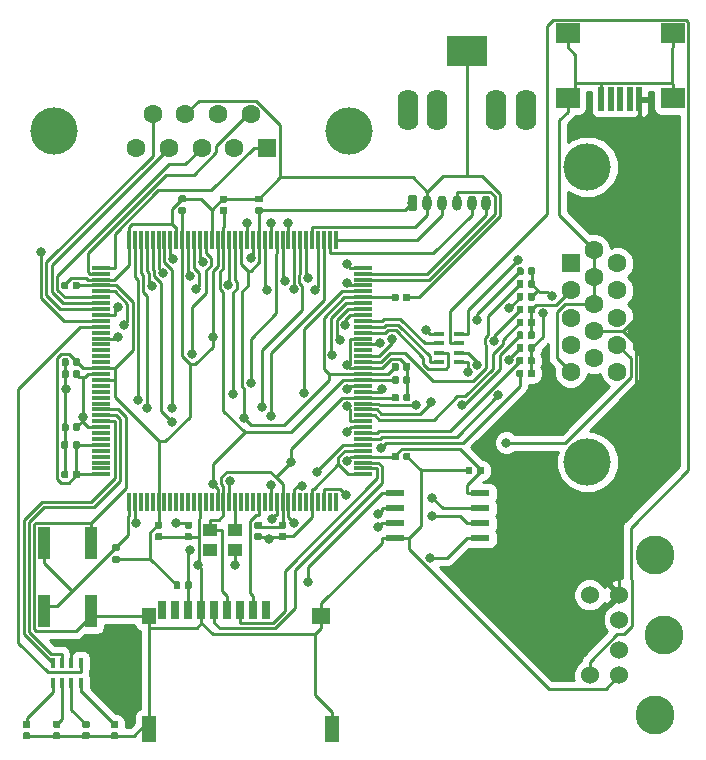
<source format=gbr>
G04 #@! TF.GenerationSoftware,KiCad,Pcbnew,5.0.2-bee76a0~70~ubuntu18.10.1*
G04 #@! TF.CreationDate,2019-03-15T00:59:30+01:00*
G04 #@! TF.ProjectId,Spartan6,53706172-7461-46e3-962e-6b696361645f,rev?*
G04 #@! TF.SameCoordinates,Original*
G04 #@! TF.FileFunction,Copper,L1,Top*
G04 #@! TF.FilePolarity,Positive*
%FSLAX46Y46*%
G04 Gerber Fmt 4.6, Leading zero omitted, Abs format (unit mm)*
G04 Created by KiCad (PCBNEW 5.0.2-bee76a0~70~ubuntu18.10.1) date vie 15 mar 2019 00:59:30 CET*
%MOMM*%
%LPD*%
G01*
G04 APERTURE LIST*
G04 #@! TA.AperFunction,Conductor*
%ADD10C,0.100000*%
G04 #@! TD*
G04 #@! TA.AperFunction,ComponentPad*
%ADD11C,0.800000*%
G04 #@! TD*
G04 #@! TA.AperFunction,ComponentPad*
%ADD12O,0.800000X1.300000*%
G04 #@! TD*
G04 #@! TA.AperFunction,SMDPad,CuDef*
%ADD13R,1.610000X0.580000*%
G04 #@! TD*
G04 #@! TA.AperFunction,SMDPad,CuDef*
%ADD14R,1.000000X2.750000*%
G04 #@! TD*
G04 #@! TA.AperFunction,SMDPad,CuDef*
%ADD15R,0.425000X0.900000*%
G04 #@! TD*
G04 #@! TA.AperFunction,SMDPad,CuDef*
%ADD16R,0.900000X0.425000*%
G04 #@! TD*
G04 #@! TA.AperFunction,SMDPad,CuDef*
%ADD17C,0.590000*%
G04 #@! TD*
G04 #@! TA.AperFunction,ComponentPad*
%ADD18R,1.600000X1.600000*%
G04 #@! TD*
G04 #@! TA.AperFunction,ComponentPad*
%ADD19C,1.600000*%
G04 #@! TD*
G04 #@! TA.AperFunction,ComponentPad*
%ADD20C,4.000000*%
G04 #@! TD*
G04 #@! TA.AperFunction,SMDPad,CuDef*
%ADD21R,0.500000X2.000000*%
G04 #@! TD*
G04 #@! TA.AperFunction,SMDPad,CuDef*
%ADD22R,2.000000X1.700000*%
G04 #@! TD*
G04 #@! TA.AperFunction,SMDPad,CuDef*
%ADD23R,0.700000X1.600000*%
G04 #@! TD*
G04 #@! TA.AperFunction,SMDPad,CuDef*
%ADD24R,1.200000X1.400000*%
G04 #@! TD*
G04 #@! TA.AperFunction,SMDPad,CuDef*
%ADD25R,1.600000X1.400000*%
G04 #@! TD*
G04 #@! TA.AperFunction,SMDPad,CuDef*
%ADD26R,1.200000X2.200000*%
G04 #@! TD*
G04 #@! TA.AperFunction,ComponentPad*
%ADD27C,3.300000*%
G04 #@! TD*
G04 #@! TA.AperFunction,ComponentPad*
%ADD28C,1.524000*%
G04 #@! TD*
G04 #@! TA.AperFunction,SMDPad,CuDef*
%ADD29R,1.600000X0.300000*%
G04 #@! TD*
G04 #@! TA.AperFunction,SMDPad,CuDef*
%ADD30R,0.300000X1.600000*%
G04 #@! TD*
G04 #@! TA.AperFunction,ComponentPad*
%ADD31O,1.750000X3.500000*%
G04 #@! TD*
G04 #@! TA.AperFunction,ComponentPad*
%ADD32R,3.500000X2.500000*%
G04 #@! TD*
G04 #@! TA.AperFunction,SMDPad,CuDef*
%ADD33R,1.300000X1.100000*%
G04 #@! TD*
G04 #@! TA.AperFunction,ViaPad*
%ADD34C,0.800000*%
G04 #@! TD*
G04 #@! TA.AperFunction,Conductor*
%ADD35C,0.250000*%
G04 #@! TD*
G04 #@! TA.AperFunction,Conductor*
%ADD36C,0.254000*%
G04 #@! TD*
G04 APERTURE END LIST*
D10*
G04 #@! TO.N,+3V3*
G04 #@! TO.C,J4*
G36*
X65528103Y-53935563D02*
X65547518Y-53938443D01*
X65566557Y-53943212D01*
X65585037Y-53949824D01*
X65602779Y-53958216D01*
X65619614Y-53968306D01*
X65635379Y-53979998D01*
X65649921Y-53993179D01*
X65663102Y-54007721D01*
X65674794Y-54023486D01*
X65684884Y-54040321D01*
X65693276Y-54058063D01*
X65699888Y-54076543D01*
X65704657Y-54095582D01*
X65707537Y-54114997D01*
X65708500Y-54134600D01*
X65708500Y-55034600D01*
X65707537Y-55054203D01*
X65704657Y-55073618D01*
X65699888Y-55092657D01*
X65693276Y-55111137D01*
X65684884Y-55128879D01*
X65674794Y-55145714D01*
X65663102Y-55161479D01*
X65649921Y-55176021D01*
X65635379Y-55189202D01*
X65619614Y-55200894D01*
X65602779Y-55210984D01*
X65585037Y-55219376D01*
X65566557Y-55225988D01*
X65547518Y-55230757D01*
X65528103Y-55233637D01*
X65508500Y-55234600D01*
X65108500Y-55234600D01*
X65088897Y-55233637D01*
X65069482Y-55230757D01*
X65050443Y-55225988D01*
X65031963Y-55219376D01*
X65014221Y-55210984D01*
X64997386Y-55200894D01*
X64981621Y-55189202D01*
X64967079Y-55176021D01*
X64953898Y-55161479D01*
X64942206Y-55145714D01*
X64932116Y-55128879D01*
X64923724Y-55111137D01*
X64917112Y-55092657D01*
X64912343Y-55073618D01*
X64909463Y-55054203D01*
X64908500Y-55034600D01*
X64908500Y-54134600D01*
X64909463Y-54114997D01*
X64912343Y-54095582D01*
X64917112Y-54076543D01*
X64923724Y-54058063D01*
X64932116Y-54040321D01*
X64942206Y-54023486D01*
X64953898Y-54007721D01*
X64967079Y-53993179D01*
X64981621Y-53979998D01*
X64997386Y-53968306D01*
X65014221Y-53958216D01*
X65031963Y-53949824D01*
X65050443Y-53943212D01*
X65069482Y-53938443D01*
X65088897Y-53935563D01*
X65108500Y-53934600D01*
X65508500Y-53934600D01*
X65528103Y-53935563D01*
X65528103Y-53935563D01*
G37*
D11*
G04 #@! TD*
G04 #@! TO.P,J4,1*
G04 #@! TO.N,+3V3*
X65308500Y-54584600D03*
D12*
G04 #@! TO.P,J4,2*
G04 #@! TO.N,GND*
X66558500Y-54584600D03*
G04 #@! TO.P,J4,3*
G04 #@! TO.N,TCK*
X67808500Y-54584600D03*
G04 #@! TO.P,J4,4*
G04 #@! TO.N,TDO*
X69058500Y-54584600D03*
G04 #@! TO.P,J4,5*
G04 #@! TO.N,TDI*
X70308500Y-54584600D03*
G04 #@! TO.P,J4,6*
G04 #@! TO.N,TMS*
X71558500Y-54584600D03*
G04 #@! TD*
D13*
G04 #@! TO.P,U3,1*
G04 #@! TO.N,FLASH_CS*
X63857400Y-79151500D03*
G04 #@! TO.P,U3,2*
G04 #@! TO.N,FLASH_MISO*
X63857400Y-80421500D03*
G04 #@! TO.P,U3,3*
G04 #@! TO.N,FLASH_WP*
X63857400Y-81691500D03*
G04 #@! TO.P,U3,4*
G04 #@! TO.N,GND*
X63857400Y-82961500D03*
G04 #@! TO.P,U3,5*
G04 #@! TO.N,FLASH_MOSI*
X71067400Y-82961500D03*
G04 #@! TO.P,U3,6*
G04 #@! TO.N,FLASH_CLK*
X71067400Y-81691500D03*
G04 #@! TO.P,U3,7*
G04 #@! TO.N,FLASH_HOLD*
X71067400Y-80421500D03*
G04 #@! TO.P,U3,8*
G04 #@! TO.N,+3V3*
X71067400Y-79151500D03*
G04 #@! TD*
D14*
G04 #@! TO.P,SW1,1*
G04 #@! TO.N,Net-(R2-Pad2)*
X34113700Y-83373300D03*
X34113700Y-89133300D03*
G04 #@! TO.P,SW1,2*
G04 #@! TO.N,GND*
X38113700Y-89133300D03*
X38113700Y-83373300D03*
G04 #@! TD*
D15*
G04 #@! TO.P,RN2,8*
G04 #@! TO.N,Net-(D1-Pad2)*
X37237500Y-95216000D03*
G04 #@! TO.P,RN2,7*
G04 #@! TO.N,Net-(D2-Pad2)*
X36437500Y-95216000D03*
G04 #@! TO.P,RN2,6*
G04 #@! TO.N,Net-(D3-Pad2)*
X35637500Y-95216000D03*
G04 #@! TO.P,RN2,5*
G04 #@! TO.N,Net-(D4-Pad2)*
X34837500Y-95216000D03*
G04 #@! TO.P,RN2,4*
G04 #@! TO.N,USER2*
X34837500Y-93516000D03*
G04 #@! TO.P,RN2,3*
G04 #@! TO.N,USER1*
X35637500Y-93516000D03*
G04 #@! TO.P,RN2,2*
G04 #@! TO.N,+5V*
X36437500Y-93516000D03*
G04 #@! TO.P,RN2,1*
G04 #@! TO.N,ACT*
X37237500Y-93516000D03*
G04 #@! TD*
D16*
G04 #@! TO.P,RN1,1*
G04 #@! TO.N,PS2_PIN6*
X67537000Y-65657900D03*
G04 #@! TO.P,RN1,2*
G04 #@! TO.N,PS2_CLK*
X67537000Y-66457900D03*
G04 #@! TO.P,RN1,3*
G04 #@! TO.N,PS2_PIN2*
X67537000Y-67257900D03*
G04 #@! TO.P,RN1,4*
G04 #@! TO.N,PS2_DATA*
X67537000Y-68057900D03*
G04 #@! TO.P,RN1,5*
G04 #@! TO.N,Net-(J5-Pad1)*
X69237000Y-68057900D03*
G04 #@! TO.P,RN1,6*
G04 #@! TO.N,Net-(J5-Pad2)*
X69237000Y-67257900D03*
G04 #@! TO.P,RN1,7*
G04 #@! TO.N,Net-(J5-Pad5)*
X69237000Y-66457900D03*
G04 #@! TO.P,RN1,8*
G04 #@! TO.N,Net-(J5-Pad6)*
X69237000Y-65657900D03*
G04 #@! TD*
D10*
G04 #@! TO.N,GND*
G04 #@! TO.C,C15*
G36*
X36059958Y-73234010D02*
X36074276Y-73236134D01*
X36088317Y-73239651D01*
X36101946Y-73244528D01*
X36115031Y-73250717D01*
X36127447Y-73258158D01*
X36139073Y-73266781D01*
X36149798Y-73276502D01*
X36159519Y-73287227D01*
X36168142Y-73298853D01*
X36175583Y-73311269D01*
X36181772Y-73324354D01*
X36186649Y-73337983D01*
X36190166Y-73352024D01*
X36192290Y-73366342D01*
X36193000Y-73380800D01*
X36193000Y-73725800D01*
X36192290Y-73740258D01*
X36190166Y-73754576D01*
X36186649Y-73768617D01*
X36181772Y-73782246D01*
X36175583Y-73795331D01*
X36168142Y-73807747D01*
X36159519Y-73819373D01*
X36149798Y-73830098D01*
X36139073Y-73839819D01*
X36127447Y-73848442D01*
X36115031Y-73855883D01*
X36101946Y-73862072D01*
X36088317Y-73866949D01*
X36074276Y-73870466D01*
X36059958Y-73872590D01*
X36045500Y-73873300D01*
X35750500Y-73873300D01*
X35736042Y-73872590D01*
X35721724Y-73870466D01*
X35707683Y-73866949D01*
X35694054Y-73862072D01*
X35680969Y-73855883D01*
X35668553Y-73848442D01*
X35656927Y-73839819D01*
X35646202Y-73830098D01*
X35636481Y-73819373D01*
X35627858Y-73807747D01*
X35620417Y-73795331D01*
X35614228Y-73782246D01*
X35609351Y-73768617D01*
X35605834Y-73754576D01*
X35603710Y-73740258D01*
X35603000Y-73725800D01*
X35603000Y-73380800D01*
X35603710Y-73366342D01*
X35605834Y-73352024D01*
X35609351Y-73337983D01*
X35614228Y-73324354D01*
X35620417Y-73311269D01*
X35627858Y-73298853D01*
X35636481Y-73287227D01*
X35646202Y-73276502D01*
X35656927Y-73266781D01*
X35668553Y-73258158D01*
X35680969Y-73250717D01*
X35694054Y-73244528D01*
X35707683Y-73239651D01*
X35721724Y-73236134D01*
X35736042Y-73234010D01*
X35750500Y-73233300D01*
X36045500Y-73233300D01*
X36059958Y-73234010D01*
X36059958Y-73234010D01*
G37*
D17*
G04 #@! TD*
G04 #@! TO.P,C15,1*
G04 #@! TO.N,GND*
X35898000Y-73553300D03*
D10*
G04 #@! TO.N,+1V2*
G04 #@! TO.C,C15*
G36*
X37029958Y-73234010D02*
X37044276Y-73236134D01*
X37058317Y-73239651D01*
X37071946Y-73244528D01*
X37085031Y-73250717D01*
X37097447Y-73258158D01*
X37109073Y-73266781D01*
X37119798Y-73276502D01*
X37129519Y-73287227D01*
X37138142Y-73298853D01*
X37145583Y-73311269D01*
X37151772Y-73324354D01*
X37156649Y-73337983D01*
X37160166Y-73352024D01*
X37162290Y-73366342D01*
X37163000Y-73380800D01*
X37163000Y-73725800D01*
X37162290Y-73740258D01*
X37160166Y-73754576D01*
X37156649Y-73768617D01*
X37151772Y-73782246D01*
X37145583Y-73795331D01*
X37138142Y-73807747D01*
X37129519Y-73819373D01*
X37119798Y-73830098D01*
X37109073Y-73839819D01*
X37097447Y-73848442D01*
X37085031Y-73855883D01*
X37071946Y-73862072D01*
X37058317Y-73866949D01*
X37044276Y-73870466D01*
X37029958Y-73872590D01*
X37015500Y-73873300D01*
X36720500Y-73873300D01*
X36706042Y-73872590D01*
X36691724Y-73870466D01*
X36677683Y-73866949D01*
X36664054Y-73862072D01*
X36650969Y-73855883D01*
X36638553Y-73848442D01*
X36626927Y-73839819D01*
X36616202Y-73830098D01*
X36606481Y-73819373D01*
X36597858Y-73807747D01*
X36590417Y-73795331D01*
X36584228Y-73782246D01*
X36579351Y-73768617D01*
X36575834Y-73754576D01*
X36573710Y-73740258D01*
X36573000Y-73725800D01*
X36573000Y-73380800D01*
X36573710Y-73366342D01*
X36575834Y-73352024D01*
X36579351Y-73337983D01*
X36584228Y-73324354D01*
X36590417Y-73311269D01*
X36597858Y-73298853D01*
X36606481Y-73287227D01*
X36616202Y-73276502D01*
X36626927Y-73266781D01*
X36638553Y-73258158D01*
X36650969Y-73250717D01*
X36664054Y-73244528D01*
X36677683Y-73239651D01*
X36691724Y-73236134D01*
X36706042Y-73234010D01*
X36720500Y-73233300D01*
X37015500Y-73233300D01*
X37029958Y-73234010D01*
X37029958Y-73234010D01*
G37*
D17*
G04 #@! TD*
G04 #@! TO.P,C15,2*
G04 #@! TO.N,+1V2*
X36868000Y-73553300D03*
D10*
G04 #@! TO.N,+3V3*
G04 #@! TO.C,C9*
G36*
X37009558Y-61240110D02*
X37023876Y-61242234D01*
X37037917Y-61245751D01*
X37051546Y-61250628D01*
X37064631Y-61256817D01*
X37077047Y-61264258D01*
X37088673Y-61272881D01*
X37099398Y-61282602D01*
X37109119Y-61293327D01*
X37117742Y-61304953D01*
X37125183Y-61317369D01*
X37131372Y-61330454D01*
X37136249Y-61344083D01*
X37139766Y-61358124D01*
X37141890Y-61372442D01*
X37142600Y-61386900D01*
X37142600Y-61731900D01*
X37141890Y-61746358D01*
X37139766Y-61760676D01*
X37136249Y-61774717D01*
X37131372Y-61788346D01*
X37125183Y-61801431D01*
X37117742Y-61813847D01*
X37109119Y-61825473D01*
X37099398Y-61836198D01*
X37088673Y-61845919D01*
X37077047Y-61854542D01*
X37064631Y-61861983D01*
X37051546Y-61868172D01*
X37037917Y-61873049D01*
X37023876Y-61876566D01*
X37009558Y-61878690D01*
X36995100Y-61879400D01*
X36700100Y-61879400D01*
X36685642Y-61878690D01*
X36671324Y-61876566D01*
X36657283Y-61873049D01*
X36643654Y-61868172D01*
X36630569Y-61861983D01*
X36618153Y-61854542D01*
X36606527Y-61845919D01*
X36595802Y-61836198D01*
X36586081Y-61825473D01*
X36577458Y-61813847D01*
X36570017Y-61801431D01*
X36563828Y-61788346D01*
X36558951Y-61774717D01*
X36555434Y-61760676D01*
X36553310Y-61746358D01*
X36552600Y-61731900D01*
X36552600Y-61386900D01*
X36553310Y-61372442D01*
X36555434Y-61358124D01*
X36558951Y-61344083D01*
X36563828Y-61330454D01*
X36570017Y-61317369D01*
X36577458Y-61304953D01*
X36586081Y-61293327D01*
X36595802Y-61282602D01*
X36606527Y-61272881D01*
X36618153Y-61264258D01*
X36630569Y-61256817D01*
X36643654Y-61250628D01*
X36657283Y-61245751D01*
X36671324Y-61242234D01*
X36685642Y-61240110D01*
X36700100Y-61239400D01*
X36995100Y-61239400D01*
X37009558Y-61240110D01*
X37009558Y-61240110D01*
G37*
D17*
G04 #@! TD*
G04 #@! TO.P,C9,2*
G04 #@! TO.N,+3V3*
X36847600Y-61559400D03*
D10*
G04 #@! TO.N,GND*
G04 #@! TO.C,C9*
G36*
X36039558Y-61240110D02*
X36053876Y-61242234D01*
X36067917Y-61245751D01*
X36081546Y-61250628D01*
X36094631Y-61256817D01*
X36107047Y-61264258D01*
X36118673Y-61272881D01*
X36129398Y-61282602D01*
X36139119Y-61293327D01*
X36147742Y-61304953D01*
X36155183Y-61317369D01*
X36161372Y-61330454D01*
X36166249Y-61344083D01*
X36169766Y-61358124D01*
X36171890Y-61372442D01*
X36172600Y-61386900D01*
X36172600Y-61731900D01*
X36171890Y-61746358D01*
X36169766Y-61760676D01*
X36166249Y-61774717D01*
X36161372Y-61788346D01*
X36155183Y-61801431D01*
X36147742Y-61813847D01*
X36139119Y-61825473D01*
X36129398Y-61836198D01*
X36118673Y-61845919D01*
X36107047Y-61854542D01*
X36094631Y-61861983D01*
X36081546Y-61868172D01*
X36067917Y-61873049D01*
X36053876Y-61876566D01*
X36039558Y-61878690D01*
X36025100Y-61879400D01*
X35730100Y-61879400D01*
X35715642Y-61878690D01*
X35701324Y-61876566D01*
X35687283Y-61873049D01*
X35673654Y-61868172D01*
X35660569Y-61861983D01*
X35648153Y-61854542D01*
X35636527Y-61845919D01*
X35625802Y-61836198D01*
X35616081Y-61825473D01*
X35607458Y-61813847D01*
X35600017Y-61801431D01*
X35593828Y-61788346D01*
X35588951Y-61774717D01*
X35585434Y-61760676D01*
X35583310Y-61746358D01*
X35582600Y-61731900D01*
X35582600Y-61386900D01*
X35583310Y-61372442D01*
X35585434Y-61358124D01*
X35588951Y-61344083D01*
X35593828Y-61330454D01*
X35600017Y-61317369D01*
X35607458Y-61304953D01*
X35616081Y-61293327D01*
X35625802Y-61282602D01*
X35636527Y-61272881D01*
X35648153Y-61264258D01*
X35660569Y-61256817D01*
X35673654Y-61250628D01*
X35687283Y-61245751D01*
X35701324Y-61242234D01*
X35715642Y-61240110D01*
X35730100Y-61239400D01*
X36025100Y-61239400D01*
X36039558Y-61240110D01*
X36039558Y-61240110D01*
G37*
D17*
G04 #@! TD*
G04 #@! TO.P,C9,1*
G04 #@! TO.N,GND*
X35877600Y-61559400D03*
D10*
G04 #@! TO.N,GND*
G04 #@! TO.C,C10*
G36*
X36064958Y-67727310D02*
X36079276Y-67729434D01*
X36093317Y-67732951D01*
X36106946Y-67737828D01*
X36120031Y-67744017D01*
X36132447Y-67751458D01*
X36144073Y-67760081D01*
X36154798Y-67769802D01*
X36164519Y-67780527D01*
X36173142Y-67792153D01*
X36180583Y-67804569D01*
X36186772Y-67817654D01*
X36191649Y-67831283D01*
X36195166Y-67845324D01*
X36197290Y-67859642D01*
X36198000Y-67874100D01*
X36198000Y-68219100D01*
X36197290Y-68233558D01*
X36195166Y-68247876D01*
X36191649Y-68261917D01*
X36186772Y-68275546D01*
X36180583Y-68288631D01*
X36173142Y-68301047D01*
X36164519Y-68312673D01*
X36154798Y-68323398D01*
X36144073Y-68333119D01*
X36132447Y-68341742D01*
X36120031Y-68349183D01*
X36106946Y-68355372D01*
X36093317Y-68360249D01*
X36079276Y-68363766D01*
X36064958Y-68365890D01*
X36050500Y-68366600D01*
X35755500Y-68366600D01*
X35741042Y-68365890D01*
X35726724Y-68363766D01*
X35712683Y-68360249D01*
X35699054Y-68355372D01*
X35685969Y-68349183D01*
X35673553Y-68341742D01*
X35661927Y-68333119D01*
X35651202Y-68323398D01*
X35641481Y-68312673D01*
X35632858Y-68301047D01*
X35625417Y-68288631D01*
X35619228Y-68275546D01*
X35614351Y-68261917D01*
X35610834Y-68247876D01*
X35608710Y-68233558D01*
X35608000Y-68219100D01*
X35608000Y-67874100D01*
X35608710Y-67859642D01*
X35610834Y-67845324D01*
X35614351Y-67831283D01*
X35619228Y-67817654D01*
X35625417Y-67804569D01*
X35632858Y-67792153D01*
X35641481Y-67780527D01*
X35651202Y-67769802D01*
X35661927Y-67760081D01*
X35673553Y-67751458D01*
X35685969Y-67744017D01*
X35699054Y-67737828D01*
X35712683Y-67732951D01*
X35726724Y-67729434D01*
X35741042Y-67727310D01*
X35755500Y-67726600D01*
X36050500Y-67726600D01*
X36064958Y-67727310D01*
X36064958Y-67727310D01*
G37*
D17*
G04 #@! TD*
G04 #@! TO.P,C10,1*
G04 #@! TO.N,GND*
X35903000Y-68046600D03*
D10*
G04 #@! TO.N,+3V3*
G04 #@! TO.C,C10*
G36*
X37034958Y-67727310D02*
X37049276Y-67729434D01*
X37063317Y-67732951D01*
X37076946Y-67737828D01*
X37090031Y-67744017D01*
X37102447Y-67751458D01*
X37114073Y-67760081D01*
X37124798Y-67769802D01*
X37134519Y-67780527D01*
X37143142Y-67792153D01*
X37150583Y-67804569D01*
X37156772Y-67817654D01*
X37161649Y-67831283D01*
X37165166Y-67845324D01*
X37167290Y-67859642D01*
X37168000Y-67874100D01*
X37168000Y-68219100D01*
X37167290Y-68233558D01*
X37165166Y-68247876D01*
X37161649Y-68261917D01*
X37156772Y-68275546D01*
X37150583Y-68288631D01*
X37143142Y-68301047D01*
X37134519Y-68312673D01*
X37124798Y-68323398D01*
X37114073Y-68333119D01*
X37102447Y-68341742D01*
X37090031Y-68349183D01*
X37076946Y-68355372D01*
X37063317Y-68360249D01*
X37049276Y-68363766D01*
X37034958Y-68365890D01*
X37020500Y-68366600D01*
X36725500Y-68366600D01*
X36711042Y-68365890D01*
X36696724Y-68363766D01*
X36682683Y-68360249D01*
X36669054Y-68355372D01*
X36655969Y-68349183D01*
X36643553Y-68341742D01*
X36631927Y-68333119D01*
X36621202Y-68323398D01*
X36611481Y-68312673D01*
X36602858Y-68301047D01*
X36595417Y-68288631D01*
X36589228Y-68275546D01*
X36584351Y-68261917D01*
X36580834Y-68247876D01*
X36578710Y-68233558D01*
X36578000Y-68219100D01*
X36578000Y-67874100D01*
X36578710Y-67859642D01*
X36580834Y-67845324D01*
X36584351Y-67831283D01*
X36589228Y-67817654D01*
X36595417Y-67804569D01*
X36602858Y-67792153D01*
X36611481Y-67780527D01*
X36621202Y-67769802D01*
X36631927Y-67760081D01*
X36643553Y-67751458D01*
X36655969Y-67744017D01*
X36669054Y-67737828D01*
X36682683Y-67732951D01*
X36696724Y-67729434D01*
X36711042Y-67727310D01*
X36725500Y-67726600D01*
X37020500Y-67726600D01*
X37034958Y-67727310D01*
X37034958Y-67727310D01*
G37*
D17*
G04 #@! TD*
G04 #@! TO.P,C10,2*
G04 #@! TO.N,+3V3*
X36873000Y-68046600D03*
D10*
G04 #@! TO.N,+3V3*
G04 #@! TO.C,C11*
G36*
X64025358Y-70734710D02*
X64039676Y-70736834D01*
X64053717Y-70740351D01*
X64067346Y-70745228D01*
X64080431Y-70751417D01*
X64092847Y-70758858D01*
X64104473Y-70767481D01*
X64115198Y-70777202D01*
X64124919Y-70787927D01*
X64133542Y-70799553D01*
X64140983Y-70811969D01*
X64147172Y-70825054D01*
X64152049Y-70838683D01*
X64155566Y-70852724D01*
X64157690Y-70867042D01*
X64158400Y-70881500D01*
X64158400Y-71226500D01*
X64157690Y-71240958D01*
X64155566Y-71255276D01*
X64152049Y-71269317D01*
X64147172Y-71282946D01*
X64140983Y-71296031D01*
X64133542Y-71308447D01*
X64124919Y-71320073D01*
X64115198Y-71330798D01*
X64104473Y-71340519D01*
X64092847Y-71349142D01*
X64080431Y-71356583D01*
X64067346Y-71362772D01*
X64053717Y-71367649D01*
X64039676Y-71371166D01*
X64025358Y-71373290D01*
X64010900Y-71374000D01*
X63715900Y-71374000D01*
X63701442Y-71373290D01*
X63687124Y-71371166D01*
X63673083Y-71367649D01*
X63659454Y-71362772D01*
X63646369Y-71356583D01*
X63633953Y-71349142D01*
X63622327Y-71340519D01*
X63611602Y-71330798D01*
X63601881Y-71320073D01*
X63593258Y-71308447D01*
X63585817Y-71296031D01*
X63579628Y-71282946D01*
X63574751Y-71269317D01*
X63571234Y-71255276D01*
X63569110Y-71240958D01*
X63568400Y-71226500D01*
X63568400Y-70881500D01*
X63569110Y-70867042D01*
X63571234Y-70852724D01*
X63574751Y-70838683D01*
X63579628Y-70825054D01*
X63585817Y-70811969D01*
X63593258Y-70799553D01*
X63601881Y-70787927D01*
X63611602Y-70777202D01*
X63622327Y-70767481D01*
X63633953Y-70758858D01*
X63646369Y-70751417D01*
X63659454Y-70745228D01*
X63673083Y-70740351D01*
X63687124Y-70736834D01*
X63701442Y-70734710D01*
X63715900Y-70734000D01*
X64010900Y-70734000D01*
X64025358Y-70734710D01*
X64025358Y-70734710D01*
G37*
D17*
G04 #@! TD*
G04 #@! TO.P,C11,2*
G04 #@! TO.N,+3V3*
X63863400Y-71054000D03*
D10*
G04 #@! TO.N,GND*
G04 #@! TO.C,C11*
G36*
X64995358Y-70734710D02*
X65009676Y-70736834D01*
X65023717Y-70740351D01*
X65037346Y-70745228D01*
X65050431Y-70751417D01*
X65062847Y-70758858D01*
X65074473Y-70767481D01*
X65085198Y-70777202D01*
X65094919Y-70787927D01*
X65103542Y-70799553D01*
X65110983Y-70811969D01*
X65117172Y-70825054D01*
X65122049Y-70838683D01*
X65125566Y-70852724D01*
X65127690Y-70867042D01*
X65128400Y-70881500D01*
X65128400Y-71226500D01*
X65127690Y-71240958D01*
X65125566Y-71255276D01*
X65122049Y-71269317D01*
X65117172Y-71282946D01*
X65110983Y-71296031D01*
X65103542Y-71308447D01*
X65094919Y-71320073D01*
X65085198Y-71330798D01*
X65074473Y-71340519D01*
X65062847Y-71349142D01*
X65050431Y-71356583D01*
X65037346Y-71362772D01*
X65023717Y-71367649D01*
X65009676Y-71371166D01*
X64995358Y-71373290D01*
X64980900Y-71374000D01*
X64685900Y-71374000D01*
X64671442Y-71373290D01*
X64657124Y-71371166D01*
X64643083Y-71367649D01*
X64629454Y-71362772D01*
X64616369Y-71356583D01*
X64603953Y-71349142D01*
X64592327Y-71340519D01*
X64581602Y-71330798D01*
X64571881Y-71320073D01*
X64563258Y-71308447D01*
X64555817Y-71296031D01*
X64549628Y-71282946D01*
X64544751Y-71269317D01*
X64541234Y-71255276D01*
X64539110Y-71240958D01*
X64538400Y-71226500D01*
X64538400Y-70881500D01*
X64539110Y-70867042D01*
X64541234Y-70852724D01*
X64544751Y-70838683D01*
X64549628Y-70825054D01*
X64555817Y-70811969D01*
X64563258Y-70799553D01*
X64571881Y-70787927D01*
X64581602Y-70777202D01*
X64592327Y-70767481D01*
X64603953Y-70758858D01*
X64616369Y-70751417D01*
X64629454Y-70745228D01*
X64643083Y-70740351D01*
X64657124Y-70736834D01*
X64671442Y-70734710D01*
X64685900Y-70734000D01*
X64980900Y-70734000D01*
X64995358Y-70734710D01*
X64995358Y-70734710D01*
G37*
D17*
G04 #@! TD*
G04 #@! TO.P,C11,1*
G04 #@! TO.N,GND*
X64833400Y-71054000D03*
D10*
G04 #@! TO.N,GND*
G04 #@! TO.C,C12*
G36*
X36064958Y-68738210D02*
X36079276Y-68740334D01*
X36093317Y-68743851D01*
X36106946Y-68748728D01*
X36120031Y-68754917D01*
X36132447Y-68762358D01*
X36144073Y-68770981D01*
X36154798Y-68780702D01*
X36164519Y-68791427D01*
X36173142Y-68803053D01*
X36180583Y-68815469D01*
X36186772Y-68828554D01*
X36191649Y-68842183D01*
X36195166Y-68856224D01*
X36197290Y-68870542D01*
X36198000Y-68885000D01*
X36198000Y-69230000D01*
X36197290Y-69244458D01*
X36195166Y-69258776D01*
X36191649Y-69272817D01*
X36186772Y-69286446D01*
X36180583Y-69299531D01*
X36173142Y-69311947D01*
X36164519Y-69323573D01*
X36154798Y-69334298D01*
X36144073Y-69344019D01*
X36132447Y-69352642D01*
X36120031Y-69360083D01*
X36106946Y-69366272D01*
X36093317Y-69371149D01*
X36079276Y-69374666D01*
X36064958Y-69376790D01*
X36050500Y-69377500D01*
X35755500Y-69377500D01*
X35741042Y-69376790D01*
X35726724Y-69374666D01*
X35712683Y-69371149D01*
X35699054Y-69366272D01*
X35685969Y-69360083D01*
X35673553Y-69352642D01*
X35661927Y-69344019D01*
X35651202Y-69334298D01*
X35641481Y-69323573D01*
X35632858Y-69311947D01*
X35625417Y-69299531D01*
X35619228Y-69286446D01*
X35614351Y-69272817D01*
X35610834Y-69258776D01*
X35608710Y-69244458D01*
X35608000Y-69230000D01*
X35608000Y-68885000D01*
X35608710Y-68870542D01*
X35610834Y-68856224D01*
X35614351Y-68842183D01*
X35619228Y-68828554D01*
X35625417Y-68815469D01*
X35632858Y-68803053D01*
X35641481Y-68791427D01*
X35651202Y-68780702D01*
X35661927Y-68770981D01*
X35673553Y-68762358D01*
X35685969Y-68754917D01*
X35699054Y-68748728D01*
X35712683Y-68743851D01*
X35726724Y-68740334D01*
X35741042Y-68738210D01*
X35755500Y-68737500D01*
X36050500Y-68737500D01*
X36064958Y-68738210D01*
X36064958Y-68738210D01*
G37*
D17*
G04 #@! TD*
G04 #@! TO.P,C12,1*
G04 #@! TO.N,GND*
X35903000Y-69057500D03*
D10*
G04 #@! TO.N,+1V2*
G04 #@! TO.C,C12*
G36*
X37034958Y-68738210D02*
X37049276Y-68740334D01*
X37063317Y-68743851D01*
X37076946Y-68748728D01*
X37090031Y-68754917D01*
X37102447Y-68762358D01*
X37114073Y-68770981D01*
X37124798Y-68780702D01*
X37134519Y-68791427D01*
X37143142Y-68803053D01*
X37150583Y-68815469D01*
X37156772Y-68828554D01*
X37161649Y-68842183D01*
X37165166Y-68856224D01*
X37167290Y-68870542D01*
X37168000Y-68885000D01*
X37168000Y-69230000D01*
X37167290Y-69244458D01*
X37165166Y-69258776D01*
X37161649Y-69272817D01*
X37156772Y-69286446D01*
X37150583Y-69299531D01*
X37143142Y-69311947D01*
X37134519Y-69323573D01*
X37124798Y-69334298D01*
X37114073Y-69344019D01*
X37102447Y-69352642D01*
X37090031Y-69360083D01*
X37076946Y-69366272D01*
X37063317Y-69371149D01*
X37049276Y-69374666D01*
X37034958Y-69376790D01*
X37020500Y-69377500D01*
X36725500Y-69377500D01*
X36711042Y-69376790D01*
X36696724Y-69374666D01*
X36682683Y-69371149D01*
X36669054Y-69366272D01*
X36655969Y-69360083D01*
X36643553Y-69352642D01*
X36631927Y-69344019D01*
X36621202Y-69334298D01*
X36611481Y-69323573D01*
X36602858Y-69311947D01*
X36595417Y-69299531D01*
X36589228Y-69286446D01*
X36584351Y-69272817D01*
X36580834Y-69258776D01*
X36578710Y-69244458D01*
X36578000Y-69230000D01*
X36578000Y-68885000D01*
X36578710Y-68870542D01*
X36580834Y-68856224D01*
X36584351Y-68842183D01*
X36589228Y-68828554D01*
X36595417Y-68815469D01*
X36602858Y-68803053D01*
X36611481Y-68791427D01*
X36621202Y-68780702D01*
X36631927Y-68770981D01*
X36643553Y-68762358D01*
X36655969Y-68754917D01*
X36669054Y-68748728D01*
X36682683Y-68743851D01*
X36696724Y-68740334D01*
X36711042Y-68738210D01*
X36725500Y-68737500D01*
X37020500Y-68737500D01*
X37034958Y-68738210D01*
X37034958Y-68738210D01*
G37*
D17*
G04 #@! TD*
G04 #@! TO.P,C12,2*
G04 #@! TO.N,+1V2*
X36873000Y-69057500D03*
D10*
G04 #@! TO.N,+3V3*
G04 #@! TO.C,C13*
G36*
X37014658Y-74742810D02*
X37028976Y-74744934D01*
X37043017Y-74748451D01*
X37056646Y-74753328D01*
X37069731Y-74759517D01*
X37082147Y-74766958D01*
X37093773Y-74775581D01*
X37104498Y-74785302D01*
X37114219Y-74796027D01*
X37122842Y-74807653D01*
X37130283Y-74820069D01*
X37136472Y-74833154D01*
X37141349Y-74846783D01*
X37144866Y-74860824D01*
X37146990Y-74875142D01*
X37147700Y-74889600D01*
X37147700Y-75234600D01*
X37146990Y-75249058D01*
X37144866Y-75263376D01*
X37141349Y-75277417D01*
X37136472Y-75291046D01*
X37130283Y-75304131D01*
X37122842Y-75316547D01*
X37114219Y-75328173D01*
X37104498Y-75338898D01*
X37093773Y-75348619D01*
X37082147Y-75357242D01*
X37069731Y-75364683D01*
X37056646Y-75370872D01*
X37043017Y-75375749D01*
X37028976Y-75379266D01*
X37014658Y-75381390D01*
X37000200Y-75382100D01*
X36705200Y-75382100D01*
X36690742Y-75381390D01*
X36676424Y-75379266D01*
X36662383Y-75375749D01*
X36648754Y-75370872D01*
X36635669Y-75364683D01*
X36623253Y-75357242D01*
X36611627Y-75348619D01*
X36600902Y-75338898D01*
X36591181Y-75328173D01*
X36582558Y-75316547D01*
X36575117Y-75304131D01*
X36568928Y-75291046D01*
X36564051Y-75277417D01*
X36560534Y-75263376D01*
X36558410Y-75249058D01*
X36557700Y-75234600D01*
X36557700Y-74889600D01*
X36558410Y-74875142D01*
X36560534Y-74860824D01*
X36564051Y-74846783D01*
X36568928Y-74833154D01*
X36575117Y-74820069D01*
X36582558Y-74807653D01*
X36591181Y-74796027D01*
X36600902Y-74785302D01*
X36611627Y-74775581D01*
X36623253Y-74766958D01*
X36635669Y-74759517D01*
X36648754Y-74753328D01*
X36662383Y-74748451D01*
X36676424Y-74744934D01*
X36690742Y-74742810D01*
X36705200Y-74742100D01*
X37000200Y-74742100D01*
X37014658Y-74742810D01*
X37014658Y-74742810D01*
G37*
D17*
G04 #@! TD*
G04 #@! TO.P,C13,2*
G04 #@! TO.N,+3V3*
X36852700Y-75062100D03*
D10*
G04 #@! TO.N,GND*
G04 #@! TO.C,C13*
G36*
X36044658Y-74742810D02*
X36058976Y-74744934D01*
X36073017Y-74748451D01*
X36086646Y-74753328D01*
X36099731Y-74759517D01*
X36112147Y-74766958D01*
X36123773Y-74775581D01*
X36134498Y-74785302D01*
X36144219Y-74796027D01*
X36152842Y-74807653D01*
X36160283Y-74820069D01*
X36166472Y-74833154D01*
X36171349Y-74846783D01*
X36174866Y-74860824D01*
X36176990Y-74875142D01*
X36177700Y-74889600D01*
X36177700Y-75234600D01*
X36176990Y-75249058D01*
X36174866Y-75263376D01*
X36171349Y-75277417D01*
X36166472Y-75291046D01*
X36160283Y-75304131D01*
X36152842Y-75316547D01*
X36144219Y-75328173D01*
X36134498Y-75338898D01*
X36123773Y-75348619D01*
X36112147Y-75357242D01*
X36099731Y-75364683D01*
X36086646Y-75370872D01*
X36073017Y-75375749D01*
X36058976Y-75379266D01*
X36044658Y-75381390D01*
X36030200Y-75382100D01*
X35735200Y-75382100D01*
X35720742Y-75381390D01*
X35706424Y-75379266D01*
X35692383Y-75375749D01*
X35678754Y-75370872D01*
X35665669Y-75364683D01*
X35653253Y-75357242D01*
X35641627Y-75348619D01*
X35630902Y-75338898D01*
X35621181Y-75328173D01*
X35612558Y-75316547D01*
X35605117Y-75304131D01*
X35598928Y-75291046D01*
X35594051Y-75277417D01*
X35590534Y-75263376D01*
X35588410Y-75249058D01*
X35587700Y-75234600D01*
X35587700Y-74889600D01*
X35588410Y-74875142D01*
X35590534Y-74860824D01*
X35594051Y-74846783D01*
X35598928Y-74833154D01*
X35605117Y-74820069D01*
X35612558Y-74807653D01*
X35621181Y-74796027D01*
X35630902Y-74785302D01*
X35641627Y-74775581D01*
X35653253Y-74766958D01*
X35665669Y-74759517D01*
X35678754Y-74753328D01*
X35692383Y-74748451D01*
X35706424Y-74744934D01*
X35720742Y-74742810D01*
X35735200Y-74742100D01*
X36030200Y-74742100D01*
X36044658Y-74742810D01*
X36044658Y-74742810D01*
G37*
D17*
G04 #@! TD*
G04 #@! TO.P,C13,1*
G04 #@! TO.N,GND*
X35882700Y-75062100D03*
D10*
G04 #@! TO.N,GND*
G04 #@! TO.C,C14*
G36*
X64985158Y-68133710D02*
X64999476Y-68135834D01*
X65013517Y-68139351D01*
X65027146Y-68144228D01*
X65040231Y-68150417D01*
X65052647Y-68157858D01*
X65064273Y-68166481D01*
X65074998Y-68176202D01*
X65084719Y-68186927D01*
X65093342Y-68198553D01*
X65100783Y-68210969D01*
X65106972Y-68224054D01*
X65111849Y-68237683D01*
X65115366Y-68251724D01*
X65117490Y-68266042D01*
X65118200Y-68280500D01*
X65118200Y-68625500D01*
X65117490Y-68639958D01*
X65115366Y-68654276D01*
X65111849Y-68668317D01*
X65106972Y-68681946D01*
X65100783Y-68695031D01*
X65093342Y-68707447D01*
X65084719Y-68719073D01*
X65074998Y-68729798D01*
X65064273Y-68739519D01*
X65052647Y-68748142D01*
X65040231Y-68755583D01*
X65027146Y-68761772D01*
X65013517Y-68766649D01*
X64999476Y-68770166D01*
X64985158Y-68772290D01*
X64970700Y-68773000D01*
X64675700Y-68773000D01*
X64661242Y-68772290D01*
X64646924Y-68770166D01*
X64632883Y-68766649D01*
X64619254Y-68761772D01*
X64606169Y-68755583D01*
X64593753Y-68748142D01*
X64582127Y-68739519D01*
X64571402Y-68729798D01*
X64561681Y-68719073D01*
X64553058Y-68707447D01*
X64545617Y-68695031D01*
X64539428Y-68681946D01*
X64534551Y-68668317D01*
X64531034Y-68654276D01*
X64528910Y-68639958D01*
X64528200Y-68625500D01*
X64528200Y-68280500D01*
X64528910Y-68266042D01*
X64531034Y-68251724D01*
X64534551Y-68237683D01*
X64539428Y-68224054D01*
X64545617Y-68210969D01*
X64553058Y-68198553D01*
X64561681Y-68186927D01*
X64571402Y-68176202D01*
X64582127Y-68166481D01*
X64593753Y-68157858D01*
X64606169Y-68150417D01*
X64619254Y-68144228D01*
X64632883Y-68139351D01*
X64646924Y-68135834D01*
X64661242Y-68133710D01*
X64675700Y-68133000D01*
X64970700Y-68133000D01*
X64985158Y-68133710D01*
X64985158Y-68133710D01*
G37*
D17*
G04 #@! TD*
G04 #@! TO.P,C14,1*
G04 #@! TO.N,GND*
X64823200Y-68453000D03*
D10*
G04 #@! TO.N,+3V3*
G04 #@! TO.C,C14*
G36*
X64015158Y-68133710D02*
X64029476Y-68135834D01*
X64043517Y-68139351D01*
X64057146Y-68144228D01*
X64070231Y-68150417D01*
X64082647Y-68157858D01*
X64094273Y-68166481D01*
X64104998Y-68176202D01*
X64114719Y-68186927D01*
X64123342Y-68198553D01*
X64130783Y-68210969D01*
X64136972Y-68224054D01*
X64141849Y-68237683D01*
X64145366Y-68251724D01*
X64147490Y-68266042D01*
X64148200Y-68280500D01*
X64148200Y-68625500D01*
X64147490Y-68639958D01*
X64145366Y-68654276D01*
X64141849Y-68668317D01*
X64136972Y-68681946D01*
X64130783Y-68695031D01*
X64123342Y-68707447D01*
X64114719Y-68719073D01*
X64104998Y-68729798D01*
X64094273Y-68739519D01*
X64082647Y-68748142D01*
X64070231Y-68755583D01*
X64057146Y-68761772D01*
X64043517Y-68766649D01*
X64029476Y-68770166D01*
X64015158Y-68772290D01*
X64000700Y-68773000D01*
X63705700Y-68773000D01*
X63691242Y-68772290D01*
X63676924Y-68770166D01*
X63662883Y-68766649D01*
X63649254Y-68761772D01*
X63636169Y-68755583D01*
X63623753Y-68748142D01*
X63612127Y-68739519D01*
X63601402Y-68729798D01*
X63591681Y-68719073D01*
X63583058Y-68707447D01*
X63575617Y-68695031D01*
X63569428Y-68681946D01*
X63564551Y-68668317D01*
X63561034Y-68654276D01*
X63558910Y-68639958D01*
X63558200Y-68625500D01*
X63558200Y-68280500D01*
X63558910Y-68266042D01*
X63561034Y-68251724D01*
X63564551Y-68237683D01*
X63569428Y-68224054D01*
X63575617Y-68210969D01*
X63583058Y-68198553D01*
X63591681Y-68186927D01*
X63601402Y-68176202D01*
X63612127Y-68166481D01*
X63623753Y-68157858D01*
X63636169Y-68150417D01*
X63649254Y-68144228D01*
X63662883Y-68139351D01*
X63676924Y-68135834D01*
X63691242Y-68133710D01*
X63705700Y-68133000D01*
X64000700Y-68133000D01*
X64015158Y-68133710D01*
X64015158Y-68133710D01*
G37*
D17*
G04 #@! TD*
G04 #@! TO.P,C14,2*
G04 #@! TO.N,+3V3*
X63853200Y-68453000D03*
D10*
G04 #@! TO.N,+3V3*
G04 #@! TO.C,C27*
G36*
X64020258Y-75733410D02*
X64034576Y-75735534D01*
X64048617Y-75739051D01*
X64062246Y-75743928D01*
X64075331Y-75750117D01*
X64087747Y-75757558D01*
X64099373Y-75766181D01*
X64110098Y-75775902D01*
X64119819Y-75786627D01*
X64128442Y-75798253D01*
X64135883Y-75810669D01*
X64142072Y-75823754D01*
X64146949Y-75837383D01*
X64150466Y-75851424D01*
X64152590Y-75865742D01*
X64153300Y-75880200D01*
X64153300Y-76225200D01*
X64152590Y-76239658D01*
X64150466Y-76253976D01*
X64146949Y-76268017D01*
X64142072Y-76281646D01*
X64135883Y-76294731D01*
X64128442Y-76307147D01*
X64119819Y-76318773D01*
X64110098Y-76329498D01*
X64099373Y-76339219D01*
X64087747Y-76347842D01*
X64075331Y-76355283D01*
X64062246Y-76361472D01*
X64048617Y-76366349D01*
X64034576Y-76369866D01*
X64020258Y-76371990D01*
X64005800Y-76372700D01*
X63710800Y-76372700D01*
X63696342Y-76371990D01*
X63682024Y-76369866D01*
X63667983Y-76366349D01*
X63654354Y-76361472D01*
X63641269Y-76355283D01*
X63628853Y-76347842D01*
X63617227Y-76339219D01*
X63606502Y-76329498D01*
X63596781Y-76318773D01*
X63588158Y-76307147D01*
X63580717Y-76294731D01*
X63574528Y-76281646D01*
X63569651Y-76268017D01*
X63566134Y-76253976D01*
X63564010Y-76239658D01*
X63563300Y-76225200D01*
X63563300Y-75880200D01*
X63564010Y-75865742D01*
X63566134Y-75851424D01*
X63569651Y-75837383D01*
X63574528Y-75823754D01*
X63580717Y-75810669D01*
X63588158Y-75798253D01*
X63596781Y-75786627D01*
X63606502Y-75775902D01*
X63617227Y-75766181D01*
X63628853Y-75757558D01*
X63641269Y-75750117D01*
X63654354Y-75743928D01*
X63667983Y-75739051D01*
X63682024Y-75735534D01*
X63696342Y-75733410D01*
X63710800Y-75732700D01*
X64005800Y-75732700D01*
X64020258Y-75733410D01*
X64020258Y-75733410D01*
G37*
D17*
G04 #@! TD*
G04 #@! TO.P,C27,2*
G04 #@! TO.N,+3V3*
X63858300Y-76052700D03*
D10*
G04 #@! TO.N,GND*
G04 #@! TO.C,C27*
G36*
X64990258Y-75733410D02*
X65004576Y-75735534D01*
X65018617Y-75739051D01*
X65032246Y-75743928D01*
X65045331Y-75750117D01*
X65057747Y-75757558D01*
X65069373Y-75766181D01*
X65080098Y-75775902D01*
X65089819Y-75786627D01*
X65098442Y-75798253D01*
X65105883Y-75810669D01*
X65112072Y-75823754D01*
X65116949Y-75837383D01*
X65120466Y-75851424D01*
X65122590Y-75865742D01*
X65123300Y-75880200D01*
X65123300Y-76225200D01*
X65122590Y-76239658D01*
X65120466Y-76253976D01*
X65116949Y-76268017D01*
X65112072Y-76281646D01*
X65105883Y-76294731D01*
X65098442Y-76307147D01*
X65089819Y-76318773D01*
X65080098Y-76329498D01*
X65069373Y-76339219D01*
X65057747Y-76347842D01*
X65045331Y-76355283D01*
X65032246Y-76361472D01*
X65018617Y-76366349D01*
X65004576Y-76369866D01*
X64990258Y-76371990D01*
X64975800Y-76372700D01*
X64680800Y-76372700D01*
X64666342Y-76371990D01*
X64652024Y-76369866D01*
X64637983Y-76366349D01*
X64624354Y-76361472D01*
X64611269Y-76355283D01*
X64598853Y-76347842D01*
X64587227Y-76339219D01*
X64576502Y-76329498D01*
X64566781Y-76318773D01*
X64558158Y-76307147D01*
X64550717Y-76294731D01*
X64544528Y-76281646D01*
X64539651Y-76268017D01*
X64536134Y-76253976D01*
X64534010Y-76239658D01*
X64533300Y-76225200D01*
X64533300Y-75880200D01*
X64534010Y-75865742D01*
X64536134Y-75851424D01*
X64539651Y-75837383D01*
X64544528Y-75823754D01*
X64550717Y-75810669D01*
X64558158Y-75798253D01*
X64566781Y-75786627D01*
X64576502Y-75775902D01*
X64587227Y-75766181D01*
X64598853Y-75757558D01*
X64611269Y-75750117D01*
X64624354Y-75743928D01*
X64637983Y-75739051D01*
X64652024Y-75735534D01*
X64666342Y-75733410D01*
X64680800Y-75732700D01*
X64975800Y-75732700D01*
X64990258Y-75733410D01*
X64990258Y-75733410D01*
G37*
D17*
G04 #@! TD*
G04 #@! TO.P,C27,1*
G04 #@! TO.N,GND*
X64828300Y-76052700D03*
D10*
G04 #@! TO.N,GND*
G04 #@! TO.C,C17*
G36*
X64980058Y-62256110D02*
X64994376Y-62258234D01*
X65008417Y-62261751D01*
X65022046Y-62266628D01*
X65035131Y-62272817D01*
X65047547Y-62280258D01*
X65059173Y-62288881D01*
X65069898Y-62298602D01*
X65079619Y-62309327D01*
X65088242Y-62320953D01*
X65095683Y-62333369D01*
X65101872Y-62346454D01*
X65106749Y-62360083D01*
X65110266Y-62374124D01*
X65112390Y-62388442D01*
X65113100Y-62402900D01*
X65113100Y-62747900D01*
X65112390Y-62762358D01*
X65110266Y-62776676D01*
X65106749Y-62790717D01*
X65101872Y-62804346D01*
X65095683Y-62817431D01*
X65088242Y-62829847D01*
X65079619Y-62841473D01*
X65069898Y-62852198D01*
X65059173Y-62861919D01*
X65047547Y-62870542D01*
X65035131Y-62877983D01*
X65022046Y-62884172D01*
X65008417Y-62889049D01*
X64994376Y-62892566D01*
X64980058Y-62894690D01*
X64965600Y-62895400D01*
X64670600Y-62895400D01*
X64656142Y-62894690D01*
X64641824Y-62892566D01*
X64627783Y-62889049D01*
X64614154Y-62884172D01*
X64601069Y-62877983D01*
X64588653Y-62870542D01*
X64577027Y-62861919D01*
X64566302Y-62852198D01*
X64556581Y-62841473D01*
X64547958Y-62829847D01*
X64540517Y-62817431D01*
X64534328Y-62804346D01*
X64529451Y-62790717D01*
X64525934Y-62776676D01*
X64523810Y-62762358D01*
X64523100Y-62747900D01*
X64523100Y-62402900D01*
X64523810Y-62388442D01*
X64525934Y-62374124D01*
X64529451Y-62360083D01*
X64534328Y-62346454D01*
X64540517Y-62333369D01*
X64547958Y-62320953D01*
X64556581Y-62309327D01*
X64566302Y-62298602D01*
X64577027Y-62288881D01*
X64588653Y-62280258D01*
X64601069Y-62272817D01*
X64614154Y-62266628D01*
X64627783Y-62261751D01*
X64641824Y-62258234D01*
X64656142Y-62256110D01*
X64670600Y-62255400D01*
X64965600Y-62255400D01*
X64980058Y-62256110D01*
X64980058Y-62256110D01*
G37*
D17*
G04 #@! TD*
G04 #@! TO.P,C17,1*
G04 #@! TO.N,GND*
X64818100Y-62575400D03*
D10*
G04 #@! TO.N,+3V3*
G04 #@! TO.C,C17*
G36*
X64010058Y-62256110D02*
X64024376Y-62258234D01*
X64038417Y-62261751D01*
X64052046Y-62266628D01*
X64065131Y-62272817D01*
X64077547Y-62280258D01*
X64089173Y-62288881D01*
X64099898Y-62298602D01*
X64109619Y-62309327D01*
X64118242Y-62320953D01*
X64125683Y-62333369D01*
X64131872Y-62346454D01*
X64136749Y-62360083D01*
X64140266Y-62374124D01*
X64142390Y-62388442D01*
X64143100Y-62402900D01*
X64143100Y-62747900D01*
X64142390Y-62762358D01*
X64140266Y-62776676D01*
X64136749Y-62790717D01*
X64131872Y-62804346D01*
X64125683Y-62817431D01*
X64118242Y-62829847D01*
X64109619Y-62841473D01*
X64099898Y-62852198D01*
X64089173Y-62861919D01*
X64077547Y-62870542D01*
X64065131Y-62877983D01*
X64052046Y-62884172D01*
X64038417Y-62889049D01*
X64024376Y-62892566D01*
X64010058Y-62894690D01*
X63995600Y-62895400D01*
X63700600Y-62895400D01*
X63686142Y-62894690D01*
X63671824Y-62892566D01*
X63657783Y-62889049D01*
X63644154Y-62884172D01*
X63631069Y-62877983D01*
X63618653Y-62870542D01*
X63607027Y-62861919D01*
X63596302Y-62852198D01*
X63586581Y-62841473D01*
X63577958Y-62829847D01*
X63570517Y-62817431D01*
X63564328Y-62804346D01*
X63559451Y-62790717D01*
X63555934Y-62776676D01*
X63553810Y-62762358D01*
X63553100Y-62747900D01*
X63553100Y-62402900D01*
X63553810Y-62388442D01*
X63555934Y-62374124D01*
X63559451Y-62360083D01*
X63564328Y-62346454D01*
X63570517Y-62333369D01*
X63577958Y-62320953D01*
X63586581Y-62309327D01*
X63596302Y-62298602D01*
X63607027Y-62288881D01*
X63618653Y-62280258D01*
X63631069Y-62272817D01*
X63644154Y-62266628D01*
X63657783Y-62261751D01*
X63671824Y-62258234D01*
X63686142Y-62256110D01*
X63700600Y-62255400D01*
X63995600Y-62255400D01*
X64010058Y-62256110D01*
X64010058Y-62256110D01*
G37*
D17*
G04 #@! TD*
G04 #@! TO.P,C17,2*
G04 #@! TO.N,+3V3*
X63848100Y-62575400D03*
D10*
G04 #@! TO.N,+1V2*
G04 #@! TO.C,C18*
G36*
X46521658Y-81557310D02*
X46535976Y-81559434D01*
X46550017Y-81562951D01*
X46563646Y-81567828D01*
X46576731Y-81574017D01*
X46589147Y-81581458D01*
X46600773Y-81590081D01*
X46611498Y-81599802D01*
X46621219Y-81610527D01*
X46629842Y-81622153D01*
X46637283Y-81634569D01*
X46643472Y-81647654D01*
X46648349Y-81661283D01*
X46651866Y-81675324D01*
X46653990Y-81689642D01*
X46654700Y-81704100D01*
X46654700Y-81999100D01*
X46653990Y-82013558D01*
X46651866Y-82027876D01*
X46648349Y-82041917D01*
X46643472Y-82055546D01*
X46637283Y-82068631D01*
X46629842Y-82081047D01*
X46621219Y-82092673D01*
X46611498Y-82103398D01*
X46600773Y-82113119D01*
X46589147Y-82121742D01*
X46576731Y-82129183D01*
X46563646Y-82135372D01*
X46550017Y-82140249D01*
X46535976Y-82143766D01*
X46521658Y-82145890D01*
X46507200Y-82146600D01*
X46162200Y-82146600D01*
X46147742Y-82145890D01*
X46133424Y-82143766D01*
X46119383Y-82140249D01*
X46105754Y-82135372D01*
X46092669Y-82129183D01*
X46080253Y-82121742D01*
X46068627Y-82113119D01*
X46057902Y-82103398D01*
X46048181Y-82092673D01*
X46039558Y-82081047D01*
X46032117Y-82068631D01*
X46025928Y-82055546D01*
X46021051Y-82041917D01*
X46017534Y-82027876D01*
X46015410Y-82013558D01*
X46014700Y-81999100D01*
X46014700Y-81704100D01*
X46015410Y-81689642D01*
X46017534Y-81675324D01*
X46021051Y-81661283D01*
X46025928Y-81647654D01*
X46032117Y-81634569D01*
X46039558Y-81622153D01*
X46048181Y-81610527D01*
X46057902Y-81599802D01*
X46068627Y-81590081D01*
X46080253Y-81581458D01*
X46092669Y-81574017D01*
X46105754Y-81567828D01*
X46119383Y-81562951D01*
X46133424Y-81559434D01*
X46147742Y-81557310D01*
X46162200Y-81556600D01*
X46507200Y-81556600D01*
X46521658Y-81557310D01*
X46521658Y-81557310D01*
G37*
D17*
G04 #@! TD*
G04 #@! TO.P,C18,2*
G04 #@! TO.N,+1V2*
X46334700Y-81851600D03*
D10*
G04 #@! TO.N,GND*
G04 #@! TO.C,C18*
G36*
X46521658Y-82527310D02*
X46535976Y-82529434D01*
X46550017Y-82532951D01*
X46563646Y-82537828D01*
X46576731Y-82544017D01*
X46589147Y-82551458D01*
X46600773Y-82560081D01*
X46611498Y-82569802D01*
X46621219Y-82580527D01*
X46629842Y-82592153D01*
X46637283Y-82604569D01*
X46643472Y-82617654D01*
X46648349Y-82631283D01*
X46651866Y-82645324D01*
X46653990Y-82659642D01*
X46654700Y-82674100D01*
X46654700Y-82969100D01*
X46653990Y-82983558D01*
X46651866Y-82997876D01*
X46648349Y-83011917D01*
X46643472Y-83025546D01*
X46637283Y-83038631D01*
X46629842Y-83051047D01*
X46621219Y-83062673D01*
X46611498Y-83073398D01*
X46600773Y-83083119D01*
X46589147Y-83091742D01*
X46576731Y-83099183D01*
X46563646Y-83105372D01*
X46550017Y-83110249D01*
X46535976Y-83113766D01*
X46521658Y-83115890D01*
X46507200Y-83116600D01*
X46162200Y-83116600D01*
X46147742Y-83115890D01*
X46133424Y-83113766D01*
X46119383Y-83110249D01*
X46105754Y-83105372D01*
X46092669Y-83099183D01*
X46080253Y-83091742D01*
X46068627Y-83083119D01*
X46057902Y-83073398D01*
X46048181Y-83062673D01*
X46039558Y-83051047D01*
X46032117Y-83038631D01*
X46025928Y-83025546D01*
X46021051Y-83011917D01*
X46017534Y-82997876D01*
X46015410Y-82983558D01*
X46014700Y-82969100D01*
X46014700Y-82674100D01*
X46015410Y-82659642D01*
X46017534Y-82645324D01*
X46021051Y-82631283D01*
X46025928Y-82617654D01*
X46032117Y-82604569D01*
X46039558Y-82592153D01*
X46048181Y-82580527D01*
X46057902Y-82569802D01*
X46068627Y-82560081D01*
X46080253Y-82551458D01*
X46092669Y-82544017D01*
X46105754Y-82537828D01*
X46119383Y-82532951D01*
X46133424Y-82529434D01*
X46147742Y-82527310D01*
X46162200Y-82526600D01*
X46507200Y-82526600D01*
X46521658Y-82527310D01*
X46521658Y-82527310D01*
G37*
D17*
G04 #@! TD*
G04 #@! TO.P,C18,1*
G04 #@! TO.N,GND*
X46334700Y-82821600D03*
D10*
G04 #@! TO.N,GND*
G04 #@! TO.C,C19*
G36*
X44001958Y-82532410D02*
X44016276Y-82534534D01*
X44030317Y-82538051D01*
X44043946Y-82542928D01*
X44057031Y-82549117D01*
X44069447Y-82556558D01*
X44081073Y-82565181D01*
X44091798Y-82574902D01*
X44101519Y-82585627D01*
X44110142Y-82597253D01*
X44117583Y-82609669D01*
X44123772Y-82622754D01*
X44128649Y-82636383D01*
X44132166Y-82650424D01*
X44134290Y-82664742D01*
X44135000Y-82679200D01*
X44135000Y-82974200D01*
X44134290Y-82988658D01*
X44132166Y-83002976D01*
X44128649Y-83017017D01*
X44123772Y-83030646D01*
X44117583Y-83043731D01*
X44110142Y-83056147D01*
X44101519Y-83067773D01*
X44091798Y-83078498D01*
X44081073Y-83088219D01*
X44069447Y-83096842D01*
X44057031Y-83104283D01*
X44043946Y-83110472D01*
X44030317Y-83115349D01*
X44016276Y-83118866D01*
X44001958Y-83120990D01*
X43987500Y-83121700D01*
X43642500Y-83121700D01*
X43628042Y-83120990D01*
X43613724Y-83118866D01*
X43599683Y-83115349D01*
X43586054Y-83110472D01*
X43572969Y-83104283D01*
X43560553Y-83096842D01*
X43548927Y-83088219D01*
X43538202Y-83078498D01*
X43528481Y-83067773D01*
X43519858Y-83056147D01*
X43512417Y-83043731D01*
X43506228Y-83030646D01*
X43501351Y-83017017D01*
X43497834Y-83002976D01*
X43495710Y-82988658D01*
X43495000Y-82974200D01*
X43495000Y-82679200D01*
X43495710Y-82664742D01*
X43497834Y-82650424D01*
X43501351Y-82636383D01*
X43506228Y-82622754D01*
X43512417Y-82609669D01*
X43519858Y-82597253D01*
X43528481Y-82585627D01*
X43538202Y-82574902D01*
X43548927Y-82565181D01*
X43560553Y-82556558D01*
X43572969Y-82549117D01*
X43586054Y-82542928D01*
X43599683Y-82538051D01*
X43613724Y-82534534D01*
X43628042Y-82532410D01*
X43642500Y-82531700D01*
X43987500Y-82531700D01*
X44001958Y-82532410D01*
X44001958Y-82532410D01*
G37*
D17*
G04 #@! TD*
G04 #@! TO.P,C19,1*
G04 #@! TO.N,GND*
X43815000Y-82826700D03*
D10*
G04 #@! TO.N,+3V3*
G04 #@! TO.C,C19*
G36*
X44001958Y-81562410D02*
X44016276Y-81564534D01*
X44030317Y-81568051D01*
X44043946Y-81572928D01*
X44057031Y-81579117D01*
X44069447Y-81586558D01*
X44081073Y-81595181D01*
X44091798Y-81604902D01*
X44101519Y-81615627D01*
X44110142Y-81627253D01*
X44117583Y-81639669D01*
X44123772Y-81652754D01*
X44128649Y-81666383D01*
X44132166Y-81680424D01*
X44134290Y-81694742D01*
X44135000Y-81709200D01*
X44135000Y-82004200D01*
X44134290Y-82018658D01*
X44132166Y-82032976D01*
X44128649Y-82047017D01*
X44123772Y-82060646D01*
X44117583Y-82073731D01*
X44110142Y-82086147D01*
X44101519Y-82097773D01*
X44091798Y-82108498D01*
X44081073Y-82118219D01*
X44069447Y-82126842D01*
X44057031Y-82134283D01*
X44043946Y-82140472D01*
X44030317Y-82145349D01*
X44016276Y-82148866D01*
X44001958Y-82150990D01*
X43987500Y-82151700D01*
X43642500Y-82151700D01*
X43628042Y-82150990D01*
X43613724Y-82148866D01*
X43599683Y-82145349D01*
X43586054Y-82140472D01*
X43572969Y-82134283D01*
X43560553Y-82126842D01*
X43548927Y-82118219D01*
X43538202Y-82108498D01*
X43528481Y-82097773D01*
X43519858Y-82086147D01*
X43512417Y-82073731D01*
X43506228Y-82060646D01*
X43501351Y-82047017D01*
X43497834Y-82032976D01*
X43495710Y-82018658D01*
X43495000Y-82004200D01*
X43495000Y-81709200D01*
X43495710Y-81694742D01*
X43497834Y-81680424D01*
X43501351Y-81666383D01*
X43506228Y-81652754D01*
X43512417Y-81639669D01*
X43519858Y-81627253D01*
X43528481Y-81615627D01*
X43538202Y-81604902D01*
X43548927Y-81595181D01*
X43560553Y-81586558D01*
X43572969Y-81579117D01*
X43586054Y-81572928D01*
X43599683Y-81568051D01*
X43613724Y-81564534D01*
X43628042Y-81562410D01*
X43642500Y-81561700D01*
X43987500Y-81561700D01*
X44001958Y-81562410D01*
X44001958Y-81562410D01*
G37*
D17*
G04 #@! TD*
G04 #@! TO.P,C19,2*
G04 #@! TO.N,+3V3*
X43815000Y-81856700D03*
D10*
G04 #@! TO.N,+3V3*
G04 #@! TO.C,C20*
G36*
X52495758Y-54917510D02*
X52510076Y-54919634D01*
X52524117Y-54923151D01*
X52537746Y-54928028D01*
X52550831Y-54934217D01*
X52563247Y-54941658D01*
X52574873Y-54950281D01*
X52585598Y-54960002D01*
X52595319Y-54970727D01*
X52603942Y-54982353D01*
X52611383Y-54994769D01*
X52617572Y-55007854D01*
X52622449Y-55021483D01*
X52625966Y-55035524D01*
X52628090Y-55049842D01*
X52628800Y-55064300D01*
X52628800Y-55359300D01*
X52628090Y-55373758D01*
X52625966Y-55388076D01*
X52622449Y-55402117D01*
X52617572Y-55415746D01*
X52611383Y-55428831D01*
X52603942Y-55441247D01*
X52595319Y-55452873D01*
X52585598Y-55463598D01*
X52574873Y-55473319D01*
X52563247Y-55481942D01*
X52550831Y-55489383D01*
X52537746Y-55495572D01*
X52524117Y-55500449D01*
X52510076Y-55503966D01*
X52495758Y-55506090D01*
X52481300Y-55506800D01*
X52136300Y-55506800D01*
X52121842Y-55506090D01*
X52107524Y-55503966D01*
X52093483Y-55500449D01*
X52079854Y-55495572D01*
X52066769Y-55489383D01*
X52054353Y-55481942D01*
X52042727Y-55473319D01*
X52032002Y-55463598D01*
X52022281Y-55452873D01*
X52013658Y-55441247D01*
X52006217Y-55428831D01*
X52000028Y-55415746D01*
X51995151Y-55402117D01*
X51991634Y-55388076D01*
X51989510Y-55373758D01*
X51988800Y-55359300D01*
X51988800Y-55064300D01*
X51989510Y-55049842D01*
X51991634Y-55035524D01*
X51995151Y-55021483D01*
X52000028Y-55007854D01*
X52006217Y-54994769D01*
X52013658Y-54982353D01*
X52022281Y-54970727D01*
X52032002Y-54960002D01*
X52042727Y-54950281D01*
X52054353Y-54941658D01*
X52066769Y-54934217D01*
X52079854Y-54928028D01*
X52093483Y-54923151D01*
X52107524Y-54919634D01*
X52121842Y-54917510D01*
X52136300Y-54916800D01*
X52481300Y-54916800D01*
X52495758Y-54917510D01*
X52495758Y-54917510D01*
G37*
D17*
G04 #@! TD*
G04 #@! TO.P,C20,2*
G04 #@! TO.N,+3V3*
X52308800Y-55211800D03*
D10*
G04 #@! TO.N,GND*
G04 #@! TO.C,C20*
G36*
X52495758Y-53947510D02*
X52510076Y-53949634D01*
X52524117Y-53953151D01*
X52537746Y-53958028D01*
X52550831Y-53964217D01*
X52563247Y-53971658D01*
X52574873Y-53980281D01*
X52585598Y-53990002D01*
X52595319Y-54000727D01*
X52603942Y-54012353D01*
X52611383Y-54024769D01*
X52617572Y-54037854D01*
X52622449Y-54051483D01*
X52625966Y-54065524D01*
X52628090Y-54079842D01*
X52628800Y-54094300D01*
X52628800Y-54389300D01*
X52628090Y-54403758D01*
X52625966Y-54418076D01*
X52622449Y-54432117D01*
X52617572Y-54445746D01*
X52611383Y-54458831D01*
X52603942Y-54471247D01*
X52595319Y-54482873D01*
X52585598Y-54493598D01*
X52574873Y-54503319D01*
X52563247Y-54511942D01*
X52550831Y-54519383D01*
X52537746Y-54525572D01*
X52524117Y-54530449D01*
X52510076Y-54533966D01*
X52495758Y-54536090D01*
X52481300Y-54536800D01*
X52136300Y-54536800D01*
X52121842Y-54536090D01*
X52107524Y-54533966D01*
X52093483Y-54530449D01*
X52079854Y-54525572D01*
X52066769Y-54519383D01*
X52054353Y-54511942D01*
X52042727Y-54503319D01*
X52032002Y-54493598D01*
X52022281Y-54482873D01*
X52013658Y-54471247D01*
X52006217Y-54458831D01*
X52000028Y-54445746D01*
X51995151Y-54432117D01*
X51991634Y-54418076D01*
X51989510Y-54403758D01*
X51988800Y-54389300D01*
X51988800Y-54094300D01*
X51989510Y-54079842D01*
X51991634Y-54065524D01*
X51995151Y-54051483D01*
X52000028Y-54037854D01*
X52006217Y-54024769D01*
X52013658Y-54012353D01*
X52022281Y-54000727D01*
X52032002Y-53990002D01*
X52042727Y-53980281D01*
X52054353Y-53971658D01*
X52066769Y-53964217D01*
X52079854Y-53958028D01*
X52093483Y-53953151D01*
X52107524Y-53949634D01*
X52121842Y-53947510D01*
X52136300Y-53946800D01*
X52481300Y-53946800D01*
X52495758Y-53947510D01*
X52495758Y-53947510D01*
G37*
D17*
G04 #@! TD*
G04 #@! TO.P,C20,1*
G04 #@! TO.N,GND*
X52308800Y-54241800D03*
D10*
G04 #@! TO.N,GND*
G04 #@! TO.C,C21*
G36*
X64990258Y-69241110D02*
X65004576Y-69243234D01*
X65018617Y-69246751D01*
X65032246Y-69251628D01*
X65045331Y-69257817D01*
X65057747Y-69265258D01*
X65069373Y-69273881D01*
X65080098Y-69283602D01*
X65089819Y-69294327D01*
X65098442Y-69305953D01*
X65105883Y-69318369D01*
X65112072Y-69331454D01*
X65116949Y-69345083D01*
X65120466Y-69359124D01*
X65122590Y-69373442D01*
X65123300Y-69387900D01*
X65123300Y-69732900D01*
X65122590Y-69747358D01*
X65120466Y-69761676D01*
X65116949Y-69775717D01*
X65112072Y-69789346D01*
X65105883Y-69802431D01*
X65098442Y-69814847D01*
X65089819Y-69826473D01*
X65080098Y-69837198D01*
X65069373Y-69846919D01*
X65057747Y-69855542D01*
X65045331Y-69862983D01*
X65032246Y-69869172D01*
X65018617Y-69874049D01*
X65004576Y-69877566D01*
X64990258Y-69879690D01*
X64975800Y-69880400D01*
X64680800Y-69880400D01*
X64666342Y-69879690D01*
X64652024Y-69877566D01*
X64637983Y-69874049D01*
X64624354Y-69869172D01*
X64611269Y-69862983D01*
X64598853Y-69855542D01*
X64587227Y-69846919D01*
X64576502Y-69837198D01*
X64566781Y-69826473D01*
X64558158Y-69814847D01*
X64550717Y-69802431D01*
X64544528Y-69789346D01*
X64539651Y-69775717D01*
X64536134Y-69761676D01*
X64534010Y-69747358D01*
X64533300Y-69732900D01*
X64533300Y-69387900D01*
X64534010Y-69373442D01*
X64536134Y-69359124D01*
X64539651Y-69345083D01*
X64544528Y-69331454D01*
X64550717Y-69318369D01*
X64558158Y-69305953D01*
X64566781Y-69294327D01*
X64576502Y-69283602D01*
X64587227Y-69273881D01*
X64598853Y-69265258D01*
X64611269Y-69257817D01*
X64624354Y-69251628D01*
X64637983Y-69246751D01*
X64652024Y-69243234D01*
X64666342Y-69241110D01*
X64680800Y-69240400D01*
X64975800Y-69240400D01*
X64990258Y-69241110D01*
X64990258Y-69241110D01*
G37*
D17*
G04 #@! TD*
G04 #@! TO.P,C21,1*
G04 #@! TO.N,GND*
X64828300Y-69560400D03*
D10*
G04 #@! TO.N,+1V2*
G04 #@! TO.C,C21*
G36*
X64020258Y-69241110D02*
X64034576Y-69243234D01*
X64048617Y-69246751D01*
X64062246Y-69251628D01*
X64075331Y-69257817D01*
X64087747Y-69265258D01*
X64099373Y-69273881D01*
X64110098Y-69283602D01*
X64119819Y-69294327D01*
X64128442Y-69305953D01*
X64135883Y-69318369D01*
X64142072Y-69331454D01*
X64146949Y-69345083D01*
X64150466Y-69359124D01*
X64152590Y-69373442D01*
X64153300Y-69387900D01*
X64153300Y-69732900D01*
X64152590Y-69747358D01*
X64150466Y-69761676D01*
X64146949Y-69775717D01*
X64142072Y-69789346D01*
X64135883Y-69802431D01*
X64128442Y-69814847D01*
X64119819Y-69826473D01*
X64110098Y-69837198D01*
X64099373Y-69846919D01*
X64087747Y-69855542D01*
X64075331Y-69862983D01*
X64062246Y-69869172D01*
X64048617Y-69874049D01*
X64034576Y-69877566D01*
X64020258Y-69879690D01*
X64005800Y-69880400D01*
X63710800Y-69880400D01*
X63696342Y-69879690D01*
X63682024Y-69877566D01*
X63667983Y-69874049D01*
X63654354Y-69869172D01*
X63641269Y-69862983D01*
X63628853Y-69855542D01*
X63617227Y-69846919D01*
X63606502Y-69837198D01*
X63596781Y-69826473D01*
X63588158Y-69814847D01*
X63580717Y-69802431D01*
X63574528Y-69789346D01*
X63569651Y-69775717D01*
X63566134Y-69761676D01*
X63564010Y-69747358D01*
X63563300Y-69732900D01*
X63563300Y-69387900D01*
X63564010Y-69373442D01*
X63566134Y-69359124D01*
X63569651Y-69345083D01*
X63574528Y-69331454D01*
X63580717Y-69318369D01*
X63588158Y-69305953D01*
X63596781Y-69294327D01*
X63606502Y-69283602D01*
X63617227Y-69273881D01*
X63628853Y-69265258D01*
X63641269Y-69257817D01*
X63654354Y-69251628D01*
X63667983Y-69246751D01*
X63682024Y-69243234D01*
X63696342Y-69241110D01*
X63710800Y-69240400D01*
X64005800Y-69240400D01*
X64020258Y-69241110D01*
X64020258Y-69241110D01*
G37*
D17*
G04 #@! TD*
G04 #@! TO.P,C21,2*
G04 #@! TO.N,+1V2*
X63858300Y-69560400D03*
D10*
G04 #@! TO.N,+3V3*
G04 #@! TO.C,C22*
G36*
X52419558Y-81557310D02*
X52433876Y-81559434D01*
X52447917Y-81562951D01*
X52461546Y-81567828D01*
X52474631Y-81574017D01*
X52487047Y-81581458D01*
X52498673Y-81590081D01*
X52509398Y-81599802D01*
X52519119Y-81610527D01*
X52527742Y-81622153D01*
X52535183Y-81634569D01*
X52541372Y-81647654D01*
X52546249Y-81661283D01*
X52549766Y-81675324D01*
X52551890Y-81689642D01*
X52552600Y-81704100D01*
X52552600Y-81999100D01*
X52551890Y-82013558D01*
X52549766Y-82027876D01*
X52546249Y-82041917D01*
X52541372Y-82055546D01*
X52535183Y-82068631D01*
X52527742Y-82081047D01*
X52519119Y-82092673D01*
X52509398Y-82103398D01*
X52498673Y-82113119D01*
X52487047Y-82121742D01*
X52474631Y-82129183D01*
X52461546Y-82135372D01*
X52447917Y-82140249D01*
X52433876Y-82143766D01*
X52419558Y-82145890D01*
X52405100Y-82146600D01*
X52060100Y-82146600D01*
X52045642Y-82145890D01*
X52031324Y-82143766D01*
X52017283Y-82140249D01*
X52003654Y-82135372D01*
X51990569Y-82129183D01*
X51978153Y-82121742D01*
X51966527Y-82113119D01*
X51955802Y-82103398D01*
X51946081Y-82092673D01*
X51937458Y-82081047D01*
X51930017Y-82068631D01*
X51923828Y-82055546D01*
X51918951Y-82041917D01*
X51915434Y-82027876D01*
X51913310Y-82013558D01*
X51912600Y-81999100D01*
X51912600Y-81704100D01*
X51913310Y-81689642D01*
X51915434Y-81675324D01*
X51918951Y-81661283D01*
X51923828Y-81647654D01*
X51930017Y-81634569D01*
X51937458Y-81622153D01*
X51946081Y-81610527D01*
X51955802Y-81599802D01*
X51966527Y-81590081D01*
X51978153Y-81581458D01*
X51990569Y-81574017D01*
X52003654Y-81567828D01*
X52017283Y-81562951D01*
X52031324Y-81559434D01*
X52045642Y-81557310D01*
X52060100Y-81556600D01*
X52405100Y-81556600D01*
X52419558Y-81557310D01*
X52419558Y-81557310D01*
G37*
D17*
G04 #@! TD*
G04 #@! TO.P,C22,2*
G04 #@! TO.N,+3V3*
X52232600Y-81851600D03*
D10*
G04 #@! TO.N,GND*
G04 #@! TO.C,C22*
G36*
X52419558Y-82527310D02*
X52433876Y-82529434D01*
X52447917Y-82532951D01*
X52461546Y-82537828D01*
X52474631Y-82544017D01*
X52487047Y-82551458D01*
X52498673Y-82560081D01*
X52509398Y-82569802D01*
X52519119Y-82580527D01*
X52527742Y-82592153D01*
X52535183Y-82604569D01*
X52541372Y-82617654D01*
X52546249Y-82631283D01*
X52549766Y-82645324D01*
X52551890Y-82659642D01*
X52552600Y-82674100D01*
X52552600Y-82969100D01*
X52551890Y-82983558D01*
X52549766Y-82997876D01*
X52546249Y-83011917D01*
X52541372Y-83025546D01*
X52535183Y-83038631D01*
X52527742Y-83051047D01*
X52519119Y-83062673D01*
X52509398Y-83073398D01*
X52498673Y-83083119D01*
X52487047Y-83091742D01*
X52474631Y-83099183D01*
X52461546Y-83105372D01*
X52447917Y-83110249D01*
X52433876Y-83113766D01*
X52419558Y-83115890D01*
X52405100Y-83116600D01*
X52060100Y-83116600D01*
X52045642Y-83115890D01*
X52031324Y-83113766D01*
X52017283Y-83110249D01*
X52003654Y-83105372D01*
X51990569Y-83099183D01*
X51978153Y-83091742D01*
X51966527Y-83083119D01*
X51955802Y-83073398D01*
X51946081Y-83062673D01*
X51937458Y-83051047D01*
X51930017Y-83038631D01*
X51923828Y-83025546D01*
X51918951Y-83011917D01*
X51915434Y-82997876D01*
X51913310Y-82983558D01*
X51912600Y-82969100D01*
X51912600Y-82674100D01*
X51913310Y-82659642D01*
X51915434Y-82645324D01*
X51918951Y-82631283D01*
X51923828Y-82617654D01*
X51930017Y-82604569D01*
X51937458Y-82592153D01*
X51946081Y-82580527D01*
X51955802Y-82569802D01*
X51966527Y-82560081D01*
X51978153Y-82551458D01*
X51990569Y-82544017D01*
X52003654Y-82537828D01*
X52017283Y-82532951D01*
X52031324Y-82529434D01*
X52045642Y-82527310D01*
X52060100Y-82526600D01*
X52405100Y-82526600D01*
X52419558Y-82527310D01*
X52419558Y-82527310D01*
G37*
D17*
G04 #@! TD*
G04 #@! TO.P,C22,1*
G04 #@! TO.N,GND*
X52232600Y-82821600D03*
D10*
G04 #@! TO.N,GND*
G04 #@! TO.C,C23*
G36*
X45998358Y-53942510D02*
X46012676Y-53944634D01*
X46026717Y-53948151D01*
X46040346Y-53953028D01*
X46053431Y-53959217D01*
X46065847Y-53966658D01*
X46077473Y-53975281D01*
X46088198Y-53985002D01*
X46097919Y-53995727D01*
X46106542Y-54007353D01*
X46113983Y-54019769D01*
X46120172Y-54032854D01*
X46125049Y-54046483D01*
X46128566Y-54060524D01*
X46130690Y-54074842D01*
X46131400Y-54089300D01*
X46131400Y-54384300D01*
X46130690Y-54398758D01*
X46128566Y-54413076D01*
X46125049Y-54427117D01*
X46120172Y-54440746D01*
X46113983Y-54453831D01*
X46106542Y-54466247D01*
X46097919Y-54477873D01*
X46088198Y-54488598D01*
X46077473Y-54498319D01*
X46065847Y-54506942D01*
X46053431Y-54514383D01*
X46040346Y-54520572D01*
X46026717Y-54525449D01*
X46012676Y-54528966D01*
X45998358Y-54531090D01*
X45983900Y-54531800D01*
X45638900Y-54531800D01*
X45624442Y-54531090D01*
X45610124Y-54528966D01*
X45596083Y-54525449D01*
X45582454Y-54520572D01*
X45569369Y-54514383D01*
X45556953Y-54506942D01*
X45545327Y-54498319D01*
X45534602Y-54488598D01*
X45524881Y-54477873D01*
X45516258Y-54466247D01*
X45508817Y-54453831D01*
X45502628Y-54440746D01*
X45497751Y-54427117D01*
X45494234Y-54413076D01*
X45492110Y-54398758D01*
X45491400Y-54384300D01*
X45491400Y-54089300D01*
X45492110Y-54074842D01*
X45494234Y-54060524D01*
X45497751Y-54046483D01*
X45502628Y-54032854D01*
X45508817Y-54019769D01*
X45516258Y-54007353D01*
X45524881Y-53995727D01*
X45534602Y-53985002D01*
X45545327Y-53975281D01*
X45556953Y-53966658D01*
X45569369Y-53959217D01*
X45582454Y-53953028D01*
X45596083Y-53948151D01*
X45610124Y-53944634D01*
X45624442Y-53942510D01*
X45638900Y-53941800D01*
X45983900Y-53941800D01*
X45998358Y-53942510D01*
X45998358Y-53942510D01*
G37*
D17*
G04 #@! TD*
G04 #@! TO.P,C23,1*
G04 #@! TO.N,GND*
X45811400Y-54236800D03*
D10*
G04 #@! TO.N,+3V3*
G04 #@! TO.C,C23*
G36*
X45998358Y-54912510D02*
X46012676Y-54914634D01*
X46026717Y-54918151D01*
X46040346Y-54923028D01*
X46053431Y-54929217D01*
X46065847Y-54936658D01*
X46077473Y-54945281D01*
X46088198Y-54955002D01*
X46097919Y-54965727D01*
X46106542Y-54977353D01*
X46113983Y-54989769D01*
X46120172Y-55002854D01*
X46125049Y-55016483D01*
X46128566Y-55030524D01*
X46130690Y-55044842D01*
X46131400Y-55059300D01*
X46131400Y-55354300D01*
X46130690Y-55368758D01*
X46128566Y-55383076D01*
X46125049Y-55397117D01*
X46120172Y-55410746D01*
X46113983Y-55423831D01*
X46106542Y-55436247D01*
X46097919Y-55447873D01*
X46088198Y-55458598D01*
X46077473Y-55468319D01*
X46065847Y-55476942D01*
X46053431Y-55484383D01*
X46040346Y-55490572D01*
X46026717Y-55495449D01*
X46012676Y-55498966D01*
X45998358Y-55501090D01*
X45983900Y-55501800D01*
X45638900Y-55501800D01*
X45624442Y-55501090D01*
X45610124Y-55498966D01*
X45596083Y-55495449D01*
X45582454Y-55490572D01*
X45569369Y-55484383D01*
X45556953Y-55476942D01*
X45545327Y-55468319D01*
X45534602Y-55458598D01*
X45524881Y-55447873D01*
X45516258Y-55436247D01*
X45508817Y-55423831D01*
X45502628Y-55410746D01*
X45497751Y-55397117D01*
X45494234Y-55383076D01*
X45492110Y-55368758D01*
X45491400Y-55354300D01*
X45491400Y-55059300D01*
X45492110Y-55044842D01*
X45494234Y-55030524D01*
X45497751Y-55016483D01*
X45502628Y-55002854D01*
X45508817Y-54989769D01*
X45516258Y-54977353D01*
X45524881Y-54965727D01*
X45534602Y-54955002D01*
X45545327Y-54945281D01*
X45556953Y-54936658D01*
X45569369Y-54929217D01*
X45582454Y-54923028D01*
X45596083Y-54918151D01*
X45610124Y-54914634D01*
X45624442Y-54912510D01*
X45638900Y-54911800D01*
X45983900Y-54911800D01*
X45998358Y-54912510D01*
X45998358Y-54912510D01*
G37*
D17*
G04 #@! TD*
G04 #@! TO.P,C23,2*
G04 #@! TO.N,+3V3*
X45811400Y-55206800D03*
D10*
G04 #@! TO.N,+1V2*
G04 #@! TO.C,C24*
G36*
X49498558Y-54922610D02*
X49512876Y-54924734D01*
X49526917Y-54928251D01*
X49540546Y-54933128D01*
X49553631Y-54939317D01*
X49566047Y-54946758D01*
X49577673Y-54955381D01*
X49588398Y-54965102D01*
X49598119Y-54975827D01*
X49606742Y-54987453D01*
X49614183Y-54999869D01*
X49620372Y-55012954D01*
X49625249Y-55026583D01*
X49628766Y-55040624D01*
X49630890Y-55054942D01*
X49631600Y-55069400D01*
X49631600Y-55364400D01*
X49630890Y-55378858D01*
X49628766Y-55393176D01*
X49625249Y-55407217D01*
X49620372Y-55420846D01*
X49614183Y-55433931D01*
X49606742Y-55446347D01*
X49598119Y-55457973D01*
X49588398Y-55468698D01*
X49577673Y-55478419D01*
X49566047Y-55487042D01*
X49553631Y-55494483D01*
X49540546Y-55500672D01*
X49526917Y-55505549D01*
X49512876Y-55509066D01*
X49498558Y-55511190D01*
X49484100Y-55511900D01*
X49139100Y-55511900D01*
X49124642Y-55511190D01*
X49110324Y-55509066D01*
X49096283Y-55505549D01*
X49082654Y-55500672D01*
X49069569Y-55494483D01*
X49057153Y-55487042D01*
X49045527Y-55478419D01*
X49034802Y-55468698D01*
X49025081Y-55457973D01*
X49016458Y-55446347D01*
X49009017Y-55433931D01*
X49002828Y-55420846D01*
X48997951Y-55407217D01*
X48994434Y-55393176D01*
X48992310Y-55378858D01*
X48991600Y-55364400D01*
X48991600Y-55069400D01*
X48992310Y-55054942D01*
X48994434Y-55040624D01*
X48997951Y-55026583D01*
X49002828Y-55012954D01*
X49009017Y-54999869D01*
X49016458Y-54987453D01*
X49025081Y-54975827D01*
X49034802Y-54965102D01*
X49045527Y-54955381D01*
X49057153Y-54946758D01*
X49069569Y-54939317D01*
X49082654Y-54933128D01*
X49096283Y-54928251D01*
X49110324Y-54924734D01*
X49124642Y-54922610D01*
X49139100Y-54921900D01*
X49484100Y-54921900D01*
X49498558Y-54922610D01*
X49498558Y-54922610D01*
G37*
D17*
G04 #@! TD*
G04 #@! TO.P,C24,2*
G04 #@! TO.N,+1V2*
X49311600Y-55216900D03*
D10*
G04 #@! TO.N,GND*
G04 #@! TO.C,C24*
G36*
X49498558Y-53952610D02*
X49512876Y-53954734D01*
X49526917Y-53958251D01*
X49540546Y-53963128D01*
X49553631Y-53969317D01*
X49566047Y-53976758D01*
X49577673Y-53985381D01*
X49588398Y-53995102D01*
X49598119Y-54005827D01*
X49606742Y-54017453D01*
X49614183Y-54029869D01*
X49620372Y-54042954D01*
X49625249Y-54056583D01*
X49628766Y-54070624D01*
X49630890Y-54084942D01*
X49631600Y-54099400D01*
X49631600Y-54394400D01*
X49630890Y-54408858D01*
X49628766Y-54423176D01*
X49625249Y-54437217D01*
X49620372Y-54450846D01*
X49614183Y-54463931D01*
X49606742Y-54476347D01*
X49598119Y-54487973D01*
X49588398Y-54498698D01*
X49577673Y-54508419D01*
X49566047Y-54517042D01*
X49553631Y-54524483D01*
X49540546Y-54530672D01*
X49526917Y-54535549D01*
X49512876Y-54539066D01*
X49498558Y-54541190D01*
X49484100Y-54541900D01*
X49139100Y-54541900D01*
X49124642Y-54541190D01*
X49110324Y-54539066D01*
X49096283Y-54535549D01*
X49082654Y-54530672D01*
X49069569Y-54524483D01*
X49057153Y-54517042D01*
X49045527Y-54508419D01*
X49034802Y-54498698D01*
X49025081Y-54487973D01*
X49016458Y-54476347D01*
X49009017Y-54463931D01*
X49002828Y-54450846D01*
X48997951Y-54437217D01*
X48994434Y-54423176D01*
X48992310Y-54408858D01*
X48991600Y-54394400D01*
X48991600Y-54099400D01*
X48992310Y-54084942D01*
X48994434Y-54070624D01*
X48997951Y-54056583D01*
X49002828Y-54042954D01*
X49009017Y-54029869D01*
X49016458Y-54017453D01*
X49025081Y-54005827D01*
X49034802Y-53995102D01*
X49045527Y-53985381D01*
X49057153Y-53976758D01*
X49069569Y-53969317D01*
X49082654Y-53963128D01*
X49096283Y-53958251D01*
X49110324Y-53954734D01*
X49124642Y-53952610D01*
X49139100Y-53951900D01*
X49484100Y-53951900D01*
X49498558Y-53952610D01*
X49498558Y-53952610D01*
G37*
D17*
G04 #@! TD*
G04 #@! TO.P,C24,1*
G04 #@! TO.N,GND*
X49311600Y-54246900D03*
D10*
G04 #@! TO.N,GND*
G04 #@! TO.C,C25*
G36*
X54502358Y-82522310D02*
X54516676Y-82524434D01*
X54530717Y-82527951D01*
X54544346Y-82532828D01*
X54557431Y-82539017D01*
X54569847Y-82546458D01*
X54581473Y-82555081D01*
X54592198Y-82564802D01*
X54601919Y-82575527D01*
X54610542Y-82587153D01*
X54617983Y-82599569D01*
X54624172Y-82612654D01*
X54629049Y-82626283D01*
X54632566Y-82640324D01*
X54634690Y-82654642D01*
X54635400Y-82669100D01*
X54635400Y-82964100D01*
X54634690Y-82978558D01*
X54632566Y-82992876D01*
X54629049Y-83006917D01*
X54624172Y-83020546D01*
X54617983Y-83033631D01*
X54610542Y-83046047D01*
X54601919Y-83057673D01*
X54592198Y-83068398D01*
X54581473Y-83078119D01*
X54569847Y-83086742D01*
X54557431Y-83094183D01*
X54544346Y-83100372D01*
X54530717Y-83105249D01*
X54516676Y-83108766D01*
X54502358Y-83110890D01*
X54487900Y-83111600D01*
X54142900Y-83111600D01*
X54128442Y-83110890D01*
X54114124Y-83108766D01*
X54100083Y-83105249D01*
X54086454Y-83100372D01*
X54073369Y-83094183D01*
X54060953Y-83086742D01*
X54049327Y-83078119D01*
X54038602Y-83068398D01*
X54028881Y-83057673D01*
X54020258Y-83046047D01*
X54012817Y-83033631D01*
X54006628Y-83020546D01*
X54001751Y-83006917D01*
X53998234Y-82992876D01*
X53996110Y-82978558D01*
X53995400Y-82964100D01*
X53995400Y-82669100D01*
X53996110Y-82654642D01*
X53998234Y-82640324D01*
X54001751Y-82626283D01*
X54006628Y-82612654D01*
X54012817Y-82599569D01*
X54020258Y-82587153D01*
X54028881Y-82575527D01*
X54038602Y-82564802D01*
X54049327Y-82555081D01*
X54060953Y-82546458D01*
X54073369Y-82539017D01*
X54086454Y-82532828D01*
X54100083Y-82527951D01*
X54114124Y-82524434D01*
X54128442Y-82522310D01*
X54142900Y-82521600D01*
X54487900Y-82521600D01*
X54502358Y-82522310D01*
X54502358Y-82522310D01*
G37*
D17*
G04 #@! TD*
G04 #@! TO.P,C25,1*
G04 #@! TO.N,GND*
X54315400Y-82816600D03*
D10*
G04 #@! TO.N,+3V3*
G04 #@! TO.C,C25*
G36*
X54502358Y-81552310D02*
X54516676Y-81554434D01*
X54530717Y-81557951D01*
X54544346Y-81562828D01*
X54557431Y-81569017D01*
X54569847Y-81576458D01*
X54581473Y-81585081D01*
X54592198Y-81594802D01*
X54601919Y-81605527D01*
X54610542Y-81617153D01*
X54617983Y-81629569D01*
X54624172Y-81642654D01*
X54629049Y-81656283D01*
X54632566Y-81670324D01*
X54634690Y-81684642D01*
X54635400Y-81699100D01*
X54635400Y-81994100D01*
X54634690Y-82008558D01*
X54632566Y-82022876D01*
X54629049Y-82036917D01*
X54624172Y-82050546D01*
X54617983Y-82063631D01*
X54610542Y-82076047D01*
X54601919Y-82087673D01*
X54592198Y-82098398D01*
X54581473Y-82108119D01*
X54569847Y-82116742D01*
X54557431Y-82124183D01*
X54544346Y-82130372D01*
X54530717Y-82135249D01*
X54516676Y-82138766D01*
X54502358Y-82140890D01*
X54487900Y-82141600D01*
X54142900Y-82141600D01*
X54128442Y-82140890D01*
X54114124Y-82138766D01*
X54100083Y-82135249D01*
X54086454Y-82130372D01*
X54073369Y-82124183D01*
X54060953Y-82116742D01*
X54049327Y-82108119D01*
X54038602Y-82098398D01*
X54028881Y-82087673D01*
X54020258Y-82076047D01*
X54012817Y-82063631D01*
X54006628Y-82050546D01*
X54001751Y-82036917D01*
X53998234Y-82022876D01*
X53996110Y-82008558D01*
X53995400Y-81994100D01*
X53995400Y-81699100D01*
X53996110Y-81684642D01*
X53998234Y-81670324D01*
X54001751Y-81656283D01*
X54006628Y-81642654D01*
X54012817Y-81629569D01*
X54020258Y-81617153D01*
X54028881Y-81605527D01*
X54038602Y-81594802D01*
X54049327Y-81585081D01*
X54060953Y-81576458D01*
X54073369Y-81569017D01*
X54086454Y-81562828D01*
X54100083Y-81557951D01*
X54114124Y-81554434D01*
X54128442Y-81552310D01*
X54142900Y-81551600D01*
X54487900Y-81551600D01*
X54502358Y-81552310D01*
X54502358Y-81552310D01*
G37*
D17*
G04 #@! TD*
G04 #@! TO.P,C25,2*
G04 #@! TO.N,+3V3*
X54315400Y-81846600D03*
D10*
G04 #@! TO.N,+3V3*
G04 #@! TO.C,C26*
G36*
X71228458Y-76906910D02*
X71242776Y-76909034D01*
X71256817Y-76912551D01*
X71270446Y-76917428D01*
X71283531Y-76923617D01*
X71295947Y-76931058D01*
X71307573Y-76939681D01*
X71318298Y-76949402D01*
X71328019Y-76960127D01*
X71336642Y-76971753D01*
X71344083Y-76984169D01*
X71350272Y-76997254D01*
X71355149Y-77010883D01*
X71358666Y-77024924D01*
X71360790Y-77039242D01*
X71361500Y-77053700D01*
X71361500Y-77398700D01*
X71360790Y-77413158D01*
X71358666Y-77427476D01*
X71355149Y-77441517D01*
X71350272Y-77455146D01*
X71344083Y-77468231D01*
X71336642Y-77480647D01*
X71328019Y-77492273D01*
X71318298Y-77502998D01*
X71307573Y-77512719D01*
X71295947Y-77521342D01*
X71283531Y-77528783D01*
X71270446Y-77534972D01*
X71256817Y-77539849D01*
X71242776Y-77543366D01*
X71228458Y-77545490D01*
X71214000Y-77546200D01*
X70919000Y-77546200D01*
X70904542Y-77545490D01*
X70890224Y-77543366D01*
X70876183Y-77539849D01*
X70862554Y-77534972D01*
X70849469Y-77528783D01*
X70837053Y-77521342D01*
X70825427Y-77512719D01*
X70814702Y-77502998D01*
X70804981Y-77492273D01*
X70796358Y-77480647D01*
X70788917Y-77468231D01*
X70782728Y-77455146D01*
X70777851Y-77441517D01*
X70774334Y-77427476D01*
X70772210Y-77413158D01*
X70771500Y-77398700D01*
X70771500Y-77053700D01*
X70772210Y-77039242D01*
X70774334Y-77024924D01*
X70777851Y-77010883D01*
X70782728Y-76997254D01*
X70788917Y-76984169D01*
X70796358Y-76971753D01*
X70804981Y-76960127D01*
X70814702Y-76949402D01*
X70825427Y-76939681D01*
X70837053Y-76931058D01*
X70849469Y-76923617D01*
X70862554Y-76917428D01*
X70876183Y-76912551D01*
X70890224Y-76909034D01*
X70904542Y-76906910D01*
X70919000Y-76906200D01*
X71214000Y-76906200D01*
X71228458Y-76906910D01*
X71228458Y-76906910D01*
G37*
D17*
G04 #@! TD*
G04 #@! TO.P,C26,2*
G04 #@! TO.N,+3V3*
X71066500Y-77226200D03*
D10*
G04 #@! TO.N,GND*
G04 #@! TO.C,C26*
G36*
X70258458Y-76906910D02*
X70272776Y-76909034D01*
X70286817Y-76912551D01*
X70300446Y-76917428D01*
X70313531Y-76923617D01*
X70325947Y-76931058D01*
X70337573Y-76939681D01*
X70348298Y-76949402D01*
X70358019Y-76960127D01*
X70366642Y-76971753D01*
X70374083Y-76984169D01*
X70380272Y-76997254D01*
X70385149Y-77010883D01*
X70388666Y-77024924D01*
X70390790Y-77039242D01*
X70391500Y-77053700D01*
X70391500Y-77398700D01*
X70390790Y-77413158D01*
X70388666Y-77427476D01*
X70385149Y-77441517D01*
X70380272Y-77455146D01*
X70374083Y-77468231D01*
X70366642Y-77480647D01*
X70358019Y-77492273D01*
X70348298Y-77502998D01*
X70337573Y-77512719D01*
X70325947Y-77521342D01*
X70313531Y-77528783D01*
X70300446Y-77534972D01*
X70286817Y-77539849D01*
X70272776Y-77543366D01*
X70258458Y-77545490D01*
X70244000Y-77546200D01*
X69949000Y-77546200D01*
X69934542Y-77545490D01*
X69920224Y-77543366D01*
X69906183Y-77539849D01*
X69892554Y-77534972D01*
X69879469Y-77528783D01*
X69867053Y-77521342D01*
X69855427Y-77512719D01*
X69844702Y-77502998D01*
X69834981Y-77492273D01*
X69826358Y-77480647D01*
X69818917Y-77468231D01*
X69812728Y-77455146D01*
X69807851Y-77441517D01*
X69804334Y-77427476D01*
X69802210Y-77413158D01*
X69801500Y-77398700D01*
X69801500Y-77053700D01*
X69802210Y-77039242D01*
X69804334Y-77024924D01*
X69807851Y-77010883D01*
X69812728Y-76997254D01*
X69818917Y-76984169D01*
X69826358Y-76971753D01*
X69834981Y-76960127D01*
X69844702Y-76949402D01*
X69855427Y-76939681D01*
X69867053Y-76931058D01*
X69879469Y-76923617D01*
X69892554Y-76917428D01*
X69906183Y-76912551D01*
X69920224Y-76909034D01*
X69934542Y-76906910D01*
X69949000Y-76906200D01*
X70244000Y-76906200D01*
X70258458Y-76906910D01*
X70258458Y-76906910D01*
G37*
D17*
G04 #@! TD*
G04 #@! TO.P,C26,1*
G04 #@! TO.N,GND*
X70096500Y-77226200D03*
D10*
G04 #@! TO.N,GND*
G04 #@! TO.C,C16*
G36*
X36049758Y-77242110D02*
X36064076Y-77244234D01*
X36078117Y-77247751D01*
X36091746Y-77252628D01*
X36104831Y-77258817D01*
X36117247Y-77266258D01*
X36128873Y-77274881D01*
X36139598Y-77284602D01*
X36149319Y-77295327D01*
X36157942Y-77306953D01*
X36165383Y-77319369D01*
X36171572Y-77332454D01*
X36176449Y-77346083D01*
X36179966Y-77360124D01*
X36182090Y-77374442D01*
X36182800Y-77388900D01*
X36182800Y-77733900D01*
X36182090Y-77748358D01*
X36179966Y-77762676D01*
X36176449Y-77776717D01*
X36171572Y-77790346D01*
X36165383Y-77803431D01*
X36157942Y-77815847D01*
X36149319Y-77827473D01*
X36139598Y-77838198D01*
X36128873Y-77847919D01*
X36117247Y-77856542D01*
X36104831Y-77863983D01*
X36091746Y-77870172D01*
X36078117Y-77875049D01*
X36064076Y-77878566D01*
X36049758Y-77880690D01*
X36035300Y-77881400D01*
X35740300Y-77881400D01*
X35725842Y-77880690D01*
X35711524Y-77878566D01*
X35697483Y-77875049D01*
X35683854Y-77870172D01*
X35670769Y-77863983D01*
X35658353Y-77856542D01*
X35646727Y-77847919D01*
X35636002Y-77838198D01*
X35626281Y-77827473D01*
X35617658Y-77815847D01*
X35610217Y-77803431D01*
X35604028Y-77790346D01*
X35599151Y-77776717D01*
X35595634Y-77762676D01*
X35593510Y-77748358D01*
X35592800Y-77733900D01*
X35592800Y-77388900D01*
X35593510Y-77374442D01*
X35595634Y-77360124D01*
X35599151Y-77346083D01*
X35604028Y-77332454D01*
X35610217Y-77319369D01*
X35617658Y-77306953D01*
X35626281Y-77295327D01*
X35636002Y-77284602D01*
X35646727Y-77274881D01*
X35658353Y-77266258D01*
X35670769Y-77258817D01*
X35683854Y-77252628D01*
X35697483Y-77247751D01*
X35711524Y-77244234D01*
X35725842Y-77242110D01*
X35740300Y-77241400D01*
X36035300Y-77241400D01*
X36049758Y-77242110D01*
X36049758Y-77242110D01*
G37*
D17*
G04 #@! TD*
G04 #@! TO.P,C16,1*
G04 #@! TO.N,GND*
X35887800Y-77561400D03*
D10*
G04 #@! TO.N,+3V3*
G04 #@! TO.C,C16*
G36*
X37019758Y-77242110D02*
X37034076Y-77244234D01*
X37048117Y-77247751D01*
X37061746Y-77252628D01*
X37074831Y-77258817D01*
X37087247Y-77266258D01*
X37098873Y-77274881D01*
X37109598Y-77284602D01*
X37119319Y-77295327D01*
X37127942Y-77306953D01*
X37135383Y-77319369D01*
X37141572Y-77332454D01*
X37146449Y-77346083D01*
X37149966Y-77360124D01*
X37152090Y-77374442D01*
X37152800Y-77388900D01*
X37152800Y-77733900D01*
X37152090Y-77748358D01*
X37149966Y-77762676D01*
X37146449Y-77776717D01*
X37141572Y-77790346D01*
X37135383Y-77803431D01*
X37127942Y-77815847D01*
X37119319Y-77827473D01*
X37109598Y-77838198D01*
X37098873Y-77847919D01*
X37087247Y-77856542D01*
X37074831Y-77863983D01*
X37061746Y-77870172D01*
X37048117Y-77875049D01*
X37034076Y-77878566D01*
X37019758Y-77880690D01*
X37005300Y-77881400D01*
X36710300Y-77881400D01*
X36695842Y-77880690D01*
X36681524Y-77878566D01*
X36667483Y-77875049D01*
X36653854Y-77870172D01*
X36640769Y-77863983D01*
X36628353Y-77856542D01*
X36616727Y-77847919D01*
X36606002Y-77838198D01*
X36596281Y-77827473D01*
X36587658Y-77815847D01*
X36580217Y-77803431D01*
X36574028Y-77790346D01*
X36569151Y-77776717D01*
X36565634Y-77762676D01*
X36563510Y-77748358D01*
X36562800Y-77733900D01*
X36562800Y-77388900D01*
X36563510Y-77374442D01*
X36565634Y-77360124D01*
X36569151Y-77346083D01*
X36574028Y-77332454D01*
X36580217Y-77319369D01*
X36587658Y-77306953D01*
X36596281Y-77295327D01*
X36606002Y-77284602D01*
X36616727Y-77274881D01*
X36628353Y-77266258D01*
X36640769Y-77258817D01*
X36653854Y-77252628D01*
X36667483Y-77247751D01*
X36681524Y-77244234D01*
X36695842Y-77242110D01*
X36710300Y-77241400D01*
X37005300Y-77241400D01*
X37019758Y-77242110D01*
X37019758Y-77242110D01*
G37*
D17*
G04 #@! TD*
G04 #@! TO.P,C16,2*
G04 #@! TO.N,+3V3*
X36857800Y-77561400D03*
D18*
G04 #@! TO.P,J7,1*
G04 #@! TO.N,RED*
X78704400Y-59695100D03*
D19*
G04 #@! TO.P,J7,2*
G04 #@! TO.N,GREEN*
X78704400Y-61985100D03*
G04 #@! TO.P,J7,3*
G04 #@! TO.N,BLUE*
X78704400Y-64275100D03*
G04 #@! TO.P,J7,4*
G04 #@! TO.N,Net-(J7-Pad4)*
X78704400Y-66565100D03*
G04 #@! TO.P,J7,5*
G04 #@! TO.N,GND*
X78704400Y-68855100D03*
G04 #@! TO.P,J7,6*
X80684400Y-58550100D03*
G04 #@! TO.P,J7,7*
X80684400Y-60840100D03*
G04 #@! TO.P,J7,8*
X80684400Y-63130100D03*
G04 #@! TO.P,J7,9*
G04 #@! TO.N,+5V*
X80684400Y-65420100D03*
G04 #@! TO.P,J7,10*
G04 #@! TO.N,GND*
X80684400Y-67710100D03*
G04 #@! TO.P,J7,11*
G04 #@! TO.N,Net-(J7-Pad11)*
X82664400Y-59695100D03*
G04 #@! TO.P,J7,12*
G04 #@! TO.N,Net-(J7-Pad12)*
X82664400Y-61985100D03*
G04 #@! TO.P,J7,13*
G04 #@! TO.N,C_SYNC*
X82664400Y-64275100D03*
G04 #@! TO.P,J7,14*
G04 #@! TO.N,V_SYNC*
X82664400Y-66565100D03*
G04 #@! TO.P,J7,15*
G04 #@! TO.N,Net-(J7-Pad15)*
X82664400Y-68855100D03*
D20*
G04 #@! TO.P,J7,0*
G04 #@! TO.N,N/C*
X80124400Y-76510100D03*
X80124400Y-51510100D03*
G04 #@! TD*
D18*
G04 #@! TO.P,J2,1*
G04 #@! TO.N,JOY_UP*
X52994600Y-49911000D03*
D19*
G04 #@! TO.P,J2,2*
G04 #@! TO.N,JOY_DOWN*
X50224600Y-49911000D03*
G04 #@! TO.P,J2,3*
G04 #@! TO.N,JOY_LEFT*
X47454600Y-49911000D03*
G04 #@! TO.P,J2,4*
G04 #@! TO.N,JOY_RIGHT*
X44684600Y-49911000D03*
G04 #@! TO.P,J2,5*
G04 #@! TO.N,Net-(J2-Pad5)*
X41914600Y-49911000D03*
G04 #@! TO.P,J2,6*
G04 #@! TO.N,JOY_FIRE1*
X51609600Y-47071000D03*
G04 #@! TO.P,J2,7*
G04 #@! TO.N,Net-(J2-Pad7)*
X48839600Y-47071000D03*
G04 #@! TO.P,J2,8*
G04 #@! TO.N,GND*
X46069600Y-47071000D03*
G04 #@! TO.P,J2,9*
G04 #@! TO.N,JOY_FIRE2*
X43299600Y-47071000D03*
D20*
G04 #@! TO.P,J2,0*
G04 #@! TO.N,N/C*
X59954600Y-48491000D03*
X34954600Y-48491000D03*
G04 #@! TD*
D21*
G04 #@! TO.P,J1,1*
G04 #@! TO.N,+5V*
X84490400Y-45778400D03*
G04 #@! TO.P,J1,2*
G04 #@! TO.N,Net-(J1-Pad2)*
X83690400Y-45778400D03*
G04 #@! TO.P,J1,3*
G04 #@! TO.N,Net-(J1-Pad3)*
X82890400Y-45778400D03*
G04 #@! TO.P,J1,4*
G04 #@! TO.N,Net-(J1-Pad4)*
X82090400Y-45778400D03*
G04 #@! TO.P,J1,5*
G04 #@! TO.N,GND*
X81290400Y-45778400D03*
D22*
G04 #@! TO.P,J1,6*
X87340400Y-45678400D03*
X87340400Y-40228400D03*
X78440400Y-45678400D03*
X78440400Y-40228400D03*
G04 #@! TD*
D10*
G04 #@! TO.N,Net-(D1-Pad2)*
G04 #@! TO.C,D1*
G36*
X40268158Y-98417810D02*
X40282476Y-98419934D01*
X40296517Y-98423451D01*
X40310146Y-98428328D01*
X40323231Y-98434517D01*
X40335647Y-98441958D01*
X40347273Y-98450581D01*
X40357998Y-98460302D01*
X40367719Y-98471027D01*
X40376342Y-98482653D01*
X40383783Y-98495069D01*
X40389972Y-98508154D01*
X40394849Y-98521783D01*
X40398366Y-98535824D01*
X40400490Y-98550142D01*
X40401200Y-98564600D01*
X40401200Y-98859600D01*
X40400490Y-98874058D01*
X40398366Y-98888376D01*
X40394849Y-98902417D01*
X40389972Y-98916046D01*
X40383783Y-98929131D01*
X40376342Y-98941547D01*
X40367719Y-98953173D01*
X40357998Y-98963898D01*
X40347273Y-98973619D01*
X40335647Y-98982242D01*
X40323231Y-98989683D01*
X40310146Y-98995872D01*
X40296517Y-99000749D01*
X40282476Y-99004266D01*
X40268158Y-99006390D01*
X40253700Y-99007100D01*
X39908700Y-99007100D01*
X39894242Y-99006390D01*
X39879924Y-99004266D01*
X39865883Y-99000749D01*
X39852254Y-98995872D01*
X39839169Y-98989683D01*
X39826753Y-98982242D01*
X39815127Y-98973619D01*
X39804402Y-98963898D01*
X39794681Y-98953173D01*
X39786058Y-98941547D01*
X39778617Y-98929131D01*
X39772428Y-98916046D01*
X39767551Y-98902417D01*
X39764034Y-98888376D01*
X39761910Y-98874058D01*
X39761200Y-98859600D01*
X39761200Y-98564600D01*
X39761910Y-98550142D01*
X39764034Y-98535824D01*
X39767551Y-98521783D01*
X39772428Y-98508154D01*
X39778617Y-98495069D01*
X39786058Y-98482653D01*
X39794681Y-98471027D01*
X39804402Y-98460302D01*
X39815127Y-98450581D01*
X39826753Y-98441958D01*
X39839169Y-98434517D01*
X39852254Y-98428328D01*
X39865883Y-98423451D01*
X39879924Y-98419934D01*
X39894242Y-98417810D01*
X39908700Y-98417100D01*
X40253700Y-98417100D01*
X40268158Y-98417810D01*
X40268158Y-98417810D01*
G37*
D17*
G04 #@! TD*
G04 #@! TO.P,D1,2*
G04 #@! TO.N,Net-(D1-Pad2)*
X40081200Y-98712100D03*
D10*
G04 #@! TO.N,GND*
G04 #@! TO.C,D1*
G36*
X40268158Y-99387810D02*
X40282476Y-99389934D01*
X40296517Y-99393451D01*
X40310146Y-99398328D01*
X40323231Y-99404517D01*
X40335647Y-99411958D01*
X40347273Y-99420581D01*
X40357998Y-99430302D01*
X40367719Y-99441027D01*
X40376342Y-99452653D01*
X40383783Y-99465069D01*
X40389972Y-99478154D01*
X40394849Y-99491783D01*
X40398366Y-99505824D01*
X40400490Y-99520142D01*
X40401200Y-99534600D01*
X40401200Y-99829600D01*
X40400490Y-99844058D01*
X40398366Y-99858376D01*
X40394849Y-99872417D01*
X40389972Y-99886046D01*
X40383783Y-99899131D01*
X40376342Y-99911547D01*
X40367719Y-99923173D01*
X40357998Y-99933898D01*
X40347273Y-99943619D01*
X40335647Y-99952242D01*
X40323231Y-99959683D01*
X40310146Y-99965872D01*
X40296517Y-99970749D01*
X40282476Y-99974266D01*
X40268158Y-99976390D01*
X40253700Y-99977100D01*
X39908700Y-99977100D01*
X39894242Y-99976390D01*
X39879924Y-99974266D01*
X39865883Y-99970749D01*
X39852254Y-99965872D01*
X39839169Y-99959683D01*
X39826753Y-99952242D01*
X39815127Y-99943619D01*
X39804402Y-99933898D01*
X39794681Y-99923173D01*
X39786058Y-99911547D01*
X39778617Y-99899131D01*
X39772428Y-99886046D01*
X39767551Y-99872417D01*
X39764034Y-99858376D01*
X39761910Y-99844058D01*
X39761200Y-99829600D01*
X39761200Y-99534600D01*
X39761910Y-99520142D01*
X39764034Y-99505824D01*
X39767551Y-99491783D01*
X39772428Y-99478154D01*
X39778617Y-99465069D01*
X39786058Y-99452653D01*
X39794681Y-99441027D01*
X39804402Y-99430302D01*
X39815127Y-99420581D01*
X39826753Y-99411958D01*
X39839169Y-99404517D01*
X39852254Y-99398328D01*
X39865883Y-99393451D01*
X39879924Y-99389934D01*
X39894242Y-99387810D01*
X39908700Y-99387100D01*
X40253700Y-99387100D01*
X40268158Y-99387810D01*
X40268158Y-99387810D01*
G37*
D17*
G04 #@! TD*
G04 #@! TO.P,D1,1*
G04 #@! TO.N,GND*
X40081200Y-99682100D03*
D10*
G04 #@! TO.N,GND*
G04 #@! TO.C,D2*
G36*
X37850058Y-99387810D02*
X37864376Y-99389934D01*
X37878417Y-99393451D01*
X37892046Y-99398328D01*
X37905131Y-99404517D01*
X37917547Y-99411958D01*
X37929173Y-99420581D01*
X37939898Y-99430302D01*
X37949619Y-99441027D01*
X37958242Y-99452653D01*
X37965683Y-99465069D01*
X37971872Y-99478154D01*
X37976749Y-99491783D01*
X37980266Y-99505824D01*
X37982390Y-99520142D01*
X37983100Y-99534600D01*
X37983100Y-99829600D01*
X37982390Y-99844058D01*
X37980266Y-99858376D01*
X37976749Y-99872417D01*
X37971872Y-99886046D01*
X37965683Y-99899131D01*
X37958242Y-99911547D01*
X37949619Y-99923173D01*
X37939898Y-99933898D01*
X37929173Y-99943619D01*
X37917547Y-99952242D01*
X37905131Y-99959683D01*
X37892046Y-99965872D01*
X37878417Y-99970749D01*
X37864376Y-99974266D01*
X37850058Y-99976390D01*
X37835600Y-99977100D01*
X37490600Y-99977100D01*
X37476142Y-99976390D01*
X37461824Y-99974266D01*
X37447783Y-99970749D01*
X37434154Y-99965872D01*
X37421069Y-99959683D01*
X37408653Y-99952242D01*
X37397027Y-99943619D01*
X37386302Y-99933898D01*
X37376581Y-99923173D01*
X37367958Y-99911547D01*
X37360517Y-99899131D01*
X37354328Y-99886046D01*
X37349451Y-99872417D01*
X37345934Y-99858376D01*
X37343810Y-99844058D01*
X37343100Y-99829600D01*
X37343100Y-99534600D01*
X37343810Y-99520142D01*
X37345934Y-99505824D01*
X37349451Y-99491783D01*
X37354328Y-99478154D01*
X37360517Y-99465069D01*
X37367958Y-99452653D01*
X37376581Y-99441027D01*
X37386302Y-99430302D01*
X37397027Y-99420581D01*
X37408653Y-99411958D01*
X37421069Y-99404517D01*
X37434154Y-99398328D01*
X37447783Y-99393451D01*
X37461824Y-99389934D01*
X37476142Y-99387810D01*
X37490600Y-99387100D01*
X37835600Y-99387100D01*
X37850058Y-99387810D01*
X37850058Y-99387810D01*
G37*
D17*
G04 #@! TD*
G04 #@! TO.P,D2,1*
G04 #@! TO.N,GND*
X37663100Y-99682100D03*
D10*
G04 #@! TO.N,Net-(D2-Pad2)*
G04 #@! TO.C,D2*
G36*
X37850058Y-98417810D02*
X37864376Y-98419934D01*
X37878417Y-98423451D01*
X37892046Y-98428328D01*
X37905131Y-98434517D01*
X37917547Y-98441958D01*
X37929173Y-98450581D01*
X37939898Y-98460302D01*
X37949619Y-98471027D01*
X37958242Y-98482653D01*
X37965683Y-98495069D01*
X37971872Y-98508154D01*
X37976749Y-98521783D01*
X37980266Y-98535824D01*
X37982390Y-98550142D01*
X37983100Y-98564600D01*
X37983100Y-98859600D01*
X37982390Y-98874058D01*
X37980266Y-98888376D01*
X37976749Y-98902417D01*
X37971872Y-98916046D01*
X37965683Y-98929131D01*
X37958242Y-98941547D01*
X37949619Y-98953173D01*
X37939898Y-98963898D01*
X37929173Y-98973619D01*
X37917547Y-98982242D01*
X37905131Y-98989683D01*
X37892046Y-98995872D01*
X37878417Y-99000749D01*
X37864376Y-99004266D01*
X37850058Y-99006390D01*
X37835600Y-99007100D01*
X37490600Y-99007100D01*
X37476142Y-99006390D01*
X37461824Y-99004266D01*
X37447783Y-99000749D01*
X37434154Y-98995872D01*
X37421069Y-98989683D01*
X37408653Y-98982242D01*
X37397027Y-98973619D01*
X37386302Y-98963898D01*
X37376581Y-98953173D01*
X37367958Y-98941547D01*
X37360517Y-98929131D01*
X37354328Y-98916046D01*
X37349451Y-98902417D01*
X37345934Y-98888376D01*
X37343810Y-98874058D01*
X37343100Y-98859600D01*
X37343100Y-98564600D01*
X37343810Y-98550142D01*
X37345934Y-98535824D01*
X37349451Y-98521783D01*
X37354328Y-98508154D01*
X37360517Y-98495069D01*
X37367958Y-98482653D01*
X37376581Y-98471027D01*
X37386302Y-98460302D01*
X37397027Y-98450581D01*
X37408653Y-98441958D01*
X37421069Y-98434517D01*
X37434154Y-98428328D01*
X37447783Y-98423451D01*
X37461824Y-98419934D01*
X37476142Y-98417810D01*
X37490600Y-98417100D01*
X37835600Y-98417100D01*
X37850058Y-98417810D01*
X37850058Y-98417810D01*
G37*
D17*
G04 #@! TD*
G04 #@! TO.P,D2,2*
G04 #@! TO.N,Net-(D2-Pad2)*
X37663100Y-98712100D03*
D10*
G04 #@! TO.N,Net-(D3-Pad2)*
G04 #@! TO.C,D3*
G36*
X35370958Y-98428010D02*
X35385276Y-98430134D01*
X35399317Y-98433651D01*
X35412946Y-98438528D01*
X35426031Y-98444717D01*
X35438447Y-98452158D01*
X35450073Y-98460781D01*
X35460798Y-98470502D01*
X35470519Y-98481227D01*
X35479142Y-98492853D01*
X35486583Y-98505269D01*
X35492772Y-98518354D01*
X35497649Y-98531983D01*
X35501166Y-98546024D01*
X35503290Y-98560342D01*
X35504000Y-98574800D01*
X35504000Y-98869800D01*
X35503290Y-98884258D01*
X35501166Y-98898576D01*
X35497649Y-98912617D01*
X35492772Y-98926246D01*
X35486583Y-98939331D01*
X35479142Y-98951747D01*
X35470519Y-98963373D01*
X35460798Y-98974098D01*
X35450073Y-98983819D01*
X35438447Y-98992442D01*
X35426031Y-98999883D01*
X35412946Y-99006072D01*
X35399317Y-99010949D01*
X35385276Y-99014466D01*
X35370958Y-99016590D01*
X35356500Y-99017300D01*
X35011500Y-99017300D01*
X34997042Y-99016590D01*
X34982724Y-99014466D01*
X34968683Y-99010949D01*
X34955054Y-99006072D01*
X34941969Y-98999883D01*
X34929553Y-98992442D01*
X34917927Y-98983819D01*
X34907202Y-98974098D01*
X34897481Y-98963373D01*
X34888858Y-98951747D01*
X34881417Y-98939331D01*
X34875228Y-98926246D01*
X34870351Y-98912617D01*
X34866834Y-98898576D01*
X34864710Y-98884258D01*
X34864000Y-98869800D01*
X34864000Y-98574800D01*
X34864710Y-98560342D01*
X34866834Y-98546024D01*
X34870351Y-98531983D01*
X34875228Y-98518354D01*
X34881417Y-98505269D01*
X34888858Y-98492853D01*
X34897481Y-98481227D01*
X34907202Y-98470502D01*
X34917927Y-98460781D01*
X34929553Y-98452158D01*
X34941969Y-98444717D01*
X34955054Y-98438528D01*
X34968683Y-98433651D01*
X34982724Y-98430134D01*
X34997042Y-98428010D01*
X35011500Y-98427300D01*
X35356500Y-98427300D01*
X35370958Y-98428010D01*
X35370958Y-98428010D01*
G37*
D17*
G04 #@! TD*
G04 #@! TO.P,D3,2*
G04 #@! TO.N,Net-(D3-Pad2)*
X35184000Y-98722300D03*
D10*
G04 #@! TO.N,GND*
G04 #@! TO.C,D3*
G36*
X35370958Y-99398010D02*
X35385276Y-99400134D01*
X35399317Y-99403651D01*
X35412946Y-99408528D01*
X35426031Y-99414717D01*
X35438447Y-99422158D01*
X35450073Y-99430781D01*
X35460798Y-99440502D01*
X35470519Y-99451227D01*
X35479142Y-99462853D01*
X35486583Y-99475269D01*
X35492772Y-99488354D01*
X35497649Y-99501983D01*
X35501166Y-99516024D01*
X35503290Y-99530342D01*
X35504000Y-99544800D01*
X35504000Y-99839800D01*
X35503290Y-99854258D01*
X35501166Y-99868576D01*
X35497649Y-99882617D01*
X35492772Y-99896246D01*
X35486583Y-99909331D01*
X35479142Y-99921747D01*
X35470519Y-99933373D01*
X35460798Y-99944098D01*
X35450073Y-99953819D01*
X35438447Y-99962442D01*
X35426031Y-99969883D01*
X35412946Y-99976072D01*
X35399317Y-99980949D01*
X35385276Y-99984466D01*
X35370958Y-99986590D01*
X35356500Y-99987300D01*
X35011500Y-99987300D01*
X34997042Y-99986590D01*
X34982724Y-99984466D01*
X34968683Y-99980949D01*
X34955054Y-99976072D01*
X34941969Y-99969883D01*
X34929553Y-99962442D01*
X34917927Y-99953819D01*
X34907202Y-99944098D01*
X34897481Y-99933373D01*
X34888858Y-99921747D01*
X34881417Y-99909331D01*
X34875228Y-99896246D01*
X34870351Y-99882617D01*
X34866834Y-99868576D01*
X34864710Y-99854258D01*
X34864000Y-99839800D01*
X34864000Y-99544800D01*
X34864710Y-99530342D01*
X34866834Y-99516024D01*
X34870351Y-99501983D01*
X34875228Y-99488354D01*
X34881417Y-99475269D01*
X34888858Y-99462853D01*
X34897481Y-99451227D01*
X34907202Y-99440502D01*
X34917927Y-99430781D01*
X34929553Y-99422158D01*
X34941969Y-99414717D01*
X34955054Y-99408528D01*
X34968683Y-99403651D01*
X34982724Y-99400134D01*
X34997042Y-99398010D01*
X35011500Y-99397300D01*
X35356500Y-99397300D01*
X35370958Y-99398010D01*
X35370958Y-99398010D01*
G37*
D17*
G04 #@! TD*
G04 #@! TO.P,D3,1*
G04 #@! TO.N,GND*
X35184000Y-99692300D03*
D10*
G04 #@! TO.N,GND*
G04 #@! TO.C,D4*
G36*
X32825958Y-99403110D02*
X32840276Y-99405234D01*
X32854317Y-99408751D01*
X32867946Y-99413628D01*
X32881031Y-99419817D01*
X32893447Y-99427258D01*
X32905073Y-99435881D01*
X32915798Y-99445602D01*
X32925519Y-99456327D01*
X32934142Y-99467953D01*
X32941583Y-99480369D01*
X32947772Y-99493454D01*
X32952649Y-99507083D01*
X32956166Y-99521124D01*
X32958290Y-99535442D01*
X32959000Y-99549900D01*
X32959000Y-99844900D01*
X32958290Y-99859358D01*
X32956166Y-99873676D01*
X32952649Y-99887717D01*
X32947772Y-99901346D01*
X32941583Y-99914431D01*
X32934142Y-99926847D01*
X32925519Y-99938473D01*
X32915798Y-99949198D01*
X32905073Y-99958919D01*
X32893447Y-99967542D01*
X32881031Y-99974983D01*
X32867946Y-99981172D01*
X32854317Y-99986049D01*
X32840276Y-99989566D01*
X32825958Y-99991690D01*
X32811500Y-99992400D01*
X32466500Y-99992400D01*
X32452042Y-99991690D01*
X32437724Y-99989566D01*
X32423683Y-99986049D01*
X32410054Y-99981172D01*
X32396969Y-99974983D01*
X32384553Y-99967542D01*
X32372927Y-99958919D01*
X32362202Y-99949198D01*
X32352481Y-99938473D01*
X32343858Y-99926847D01*
X32336417Y-99914431D01*
X32330228Y-99901346D01*
X32325351Y-99887717D01*
X32321834Y-99873676D01*
X32319710Y-99859358D01*
X32319000Y-99844900D01*
X32319000Y-99549900D01*
X32319710Y-99535442D01*
X32321834Y-99521124D01*
X32325351Y-99507083D01*
X32330228Y-99493454D01*
X32336417Y-99480369D01*
X32343858Y-99467953D01*
X32352481Y-99456327D01*
X32362202Y-99445602D01*
X32372927Y-99435881D01*
X32384553Y-99427258D01*
X32396969Y-99419817D01*
X32410054Y-99413628D01*
X32423683Y-99408751D01*
X32437724Y-99405234D01*
X32452042Y-99403110D01*
X32466500Y-99402400D01*
X32811500Y-99402400D01*
X32825958Y-99403110D01*
X32825958Y-99403110D01*
G37*
D17*
G04 #@! TD*
G04 #@! TO.P,D4,1*
G04 #@! TO.N,GND*
X32639000Y-99697400D03*
D10*
G04 #@! TO.N,Net-(D4-Pad2)*
G04 #@! TO.C,D4*
G36*
X32825958Y-98433110D02*
X32840276Y-98435234D01*
X32854317Y-98438751D01*
X32867946Y-98443628D01*
X32881031Y-98449817D01*
X32893447Y-98457258D01*
X32905073Y-98465881D01*
X32915798Y-98475602D01*
X32925519Y-98486327D01*
X32934142Y-98497953D01*
X32941583Y-98510369D01*
X32947772Y-98523454D01*
X32952649Y-98537083D01*
X32956166Y-98551124D01*
X32958290Y-98565442D01*
X32959000Y-98579900D01*
X32959000Y-98874900D01*
X32958290Y-98889358D01*
X32956166Y-98903676D01*
X32952649Y-98917717D01*
X32947772Y-98931346D01*
X32941583Y-98944431D01*
X32934142Y-98956847D01*
X32925519Y-98968473D01*
X32915798Y-98979198D01*
X32905073Y-98988919D01*
X32893447Y-98997542D01*
X32881031Y-99004983D01*
X32867946Y-99011172D01*
X32854317Y-99016049D01*
X32840276Y-99019566D01*
X32825958Y-99021690D01*
X32811500Y-99022400D01*
X32466500Y-99022400D01*
X32452042Y-99021690D01*
X32437724Y-99019566D01*
X32423683Y-99016049D01*
X32410054Y-99011172D01*
X32396969Y-99004983D01*
X32384553Y-98997542D01*
X32372927Y-98988919D01*
X32362202Y-98979198D01*
X32352481Y-98968473D01*
X32343858Y-98956847D01*
X32336417Y-98944431D01*
X32330228Y-98931346D01*
X32325351Y-98917717D01*
X32321834Y-98903676D01*
X32319710Y-98889358D01*
X32319000Y-98874900D01*
X32319000Y-98579900D01*
X32319710Y-98565442D01*
X32321834Y-98551124D01*
X32325351Y-98537083D01*
X32330228Y-98523454D01*
X32336417Y-98510369D01*
X32343858Y-98497953D01*
X32352481Y-98486327D01*
X32362202Y-98475602D01*
X32372927Y-98465881D01*
X32384553Y-98457258D01*
X32396969Y-98449817D01*
X32410054Y-98443628D01*
X32423683Y-98438751D01*
X32437724Y-98435234D01*
X32452042Y-98433110D01*
X32466500Y-98432400D01*
X32811500Y-98432400D01*
X32825958Y-98433110D01*
X32825958Y-98433110D01*
G37*
D17*
G04 #@! TD*
G04 #@! TO.P,D4,2*
G04 #@! TO.N,Net-(D4-Pad2)*
X32639000Y-98727400D03*
D23*
G04 #@! TO.P,J3,3*
G04 #@! TO.N,SD_MOSI*
X50739000Y-89007000D03*
G04 #@! TO.P,J3,2*
G04 #@! TO.N,SD_CS*
X51839000Y-89007000D03*
G04 #@! TO.P,J3,1*
G04 #@! TO.N,Net-(J3-Pad1)*
X52939000Y-89007000D03*
G04 #@! TO.P,J3,4*
G04 #@! TO.N,+3V3*
X49639000Y-89007000D03*
G04 #@! TO.P,J3,5*
G04 #@! TO.N,SD_CLK*
X48539000Y-89007000D03*
G04 #@! TO.P,J3,6*
G04 #@! TO.N,GND*
X47439000Y-89007000D03*
G04 #@! TO.P,J3,8*
G04 #@! TO.N,Net-(J3-Pad8)*
X45239000Y-89007000D03*
G04 #@! TO.P,J3,7*
G04 #@! TO.N,SD_MISO*
X46339000Y-89007000D03*
G04 #@! TO.P,J3,9*
G04 #@! TO.N,Net-(J3-Pad9)*
X44139000Y-89007000D03*
D24*
G04 #@! TO.P,J3,6*
G04 #@! TO.N,GND*
X42989000Y-89507000D03*
D25*
X57589000Y-89507000D03*
D26*
X42989000Y-99107000D03*
X58489000Y-99107000D03*
G04 #@! TD*
D27*
G04 #@! TO.P,J5,7*
G04 #@! TO.N,N/C*
X86613000Y-91165700D03*
D28*
G04 #@! TO.P,J5,2*
G04 #@! TO.N,Net-(J5-Pad2)*
X82813000Y-89865700D03*
G04 #@! TO.P,J5,1*
G04 #@! TO.N,Net-(J5-Pad1)*
X82813000Y-92465700D03*
G04 #@! TO.P,J5,6*
G04 #@! TO.N,Net-(J5-Pad6)*
X80313000Y-87765700D03*
G04 #@! TO.P,J5,4*
G04 #@! TO.N,+5V*
X82813000Y-87765700D03*
G04 #@! TO.P,J5,5*
G04 #@! TO.N,Net-(J5-Pad5)*
X80313000Y-94565700D03*
G04 #@! TO.P,J5,3*
G04 #@! TO.N,GND*
X82813000Y-94565700D03*
D27*
G04 #@! TO.P,J5,7*
G04 #@! TO.N,N/C*
X85813000Y-97915700D03*
X85813000Y-84415700D03*
G04 #@! TD*
D29*
G04 #@! TO.P,U1,1*
G04 #@! TO.N,JOY_UP*
X38958300Y-60058600D03*
G04 #@! TO.P,U1,2*
G04 #@! TO.N,JOY_FIRE1*
X38958300Y-60558600D03*
G04 #@! TO.P,U1,3*
G04 #@! TO.N,GND*
X38958300Y-61058600D03*
G04 #@! TO.P,U1,4*
G04 #@! TO.N,+3V3*
X38958300Y-61558600D03*
G04 #@! TO.P,U1,5*
G04 #@! TO.N,JOY_DOWN*
X38958300Y-62058600D03*
G04 #@! TO.P,U1,6*
G04 #@! TO.N,JOY_LEFT*
X38958300Y-62558600D03*
G04 #@! TO.P,U1,7*
G04 #@! TO.N,JOY_RIGHT*
X38958300Y-63058600D03*
G04 #@! TO.P,U1,8*
G04 #@! TO.N,JOY_FIRE2*
X38958300Y-63558600D03*
G04 #@! TO.P,U1,9*
G04 #@! TO.N,AUDIO_RIGHT*
X38958300Y-64058600D03*
G04 #@! TO.P,U1,10*
G04 #@! TO.N,AUDIO_LEFT*
X38958300Y-64558600D03*
G04 #@! TO.P,U1,11*
G04 #@! TO.N,ACT*
X38958300Y-65058600D03*
G04 #@! TO.P,U1,12*
G04 #@! TO.N,Net-(U1-Pad12)*
X38958300Y-65558600D03*
G04 #@! TO.P,U1,13*
G04 #@! TO.N,GND*
X38958300Y-66058600D03*
G04 #@! TO.P,U1,14*
G04 #@! TO.N,Net-(U1-Pad14)*
X38958300Y-66558600D03*
G04 #@! TO.P,U1,15*
G04 #@! TO.N,Net-(U1-Pad15)*
X38958300Y-67058600D03*
G04 #@! TO.P,U1,16*
G04 #@! TO.N,Net-(U1-Pad16)*
X38958300Y-67558600D03*
G04 #@! TO.P,U1,17*
G04 #@! TO.N,Net-(U1-Pad17)*
X38958300Y-68058600D03*
G04 #@! TO.P,U1,18*
G04 #@! TO.N,+3V3*
X38958300Y-68558600D03*
G04 #@! TO.P,U1,19*
G04 #@! TO.N,+1V2*
X38958300Y-69058600D03*
G04 #@! TO.P,U1,20*
G04 #@! TO.N,+3V3*
X38958300Y-69558600D03*
G04 #@! TO.P,U1,21*
G04 #@! TO.N,Net-(U1-Pad21)*
X38958300Y-70058600D03*
G04 #@! TO.P,U1,22*
G04 #@! TO.N,Net-(U1-Pad22)*
X38958300Y-70558600D03*
G04 #@! TO.P,U1,23*
G04 #@! TO.N,Net-(U1-Pad23)*
X38958300Y-71058600D03*
G04 #@! TO.P,U1,24*
G04 #@! TO.N,Net-(U1-Pad24)*
X38958300Y-71558600D03*
G04 #@! TO.P,U1,25*
G04 #@! TO.N,GND*
X38958300Y-72058600D03*
G04 #@! TO.P,U1,26*
G04 #@! TO.N,USER1*
X38958300Y-72558600D03*
G04 #@! TO.P,U1,27*
G04 #@! TO.N,USER2*
X38958300Y-73058600D03*
G04 #@! TO.P,U1,28*
G04 #@! TO.N,+1V2*
X38958300Y-73558600D03*
G04 #@! TO.P,U1,29*
G04 #@! TO.N,Net-(U1-Pad29)*
X38958300Y-74058600D03*
G04 #@! TO.P,U1,30*
G04 #@! TO.N,Net-(U1-Pad30)*
X38958300Y-74558600D03*
G04 #@! TO.P,U1,31*
G04 #@! TO.N,+3V3*
X38958300Y-75058600D03*
G04 #@! TO.P,U1,32*
G04 #@! TO.N,Net-(U1-Pad32)*
X38958300Y-75558600D03*
G04 #@! TO.P,U1,33*
G04 #@! TO.N,Net-(U1-Pad33)*
X38958300Y-76058600D03*
G04 #@! TO.P,U1,34*
G04 #@! TO.N,Net-(U1-Pad34)*
X38958300Y-76558600D03*
G04 #@! TO.P,U1,35*
G04 #@! TO.N,Net-(U1-Pad35)*
X38958300Y-77058600D03*
G04 #@! TO.P,U1,36*
G04 #@! TO.N,+3V3*
X38958300Y-77558600D03*
D30*
G04 #@! TO.P,U1,37*
G04 #@! TO.N,Net-(R2-Pad2)*
X41308300Y-79908600D03*
G04 #@! TO.P,U1,38*
G04 #@! TO.N,FLASH_CS*
X41808300Y-79908600D03*
G04 #@! TO.P,U1,39*
G04 #@! TO.N,Net-(U1-Pad39)*
X42308300Y-79908600D03*
G04 #@! TO.P,U1,40*
G04 #@! TO.N,Net-(U1-Pad40)*
X42808300Y-79908600D03*
G04 #@! TO.P,U1,41*
G04 #@! TO.N,Net-(U1-Pad41)*
X43308300Y-79908600D03*
G04 #@! TO.P,U1,42*
G04 #@! TO.N,+3V3*
X43808300Y-79908600D03*
G04 #@! TO.P,U1,43*
G04 #@! TO.N,Net-(U1-Pad43)*
X44308300Y-79908600D03*
G04 #@! TO.P,U1,44*
G04 #@! TO.N,Net-(U1-Pad44)*
X44808300Y-79908600D03*
G04 #@! TO.P,U1,45*
G04 #@! TO.N,Net-(U1-Pad45)*
X45308300Y-79908600D03*
G04 #@! TO.P,U1,46*
G04 #@! TO.N,Net-(U1-Pad46)*
X45808300Y-79908600D03*
G04 #@! TO.P,U1,47*
G04 #@! TO.N,Net-(U1-Pad47)*
X46308300Y-79908600D03*
G04 #@! TO.P,U1,48*
G04 #@! TO.N,Net-(U1-Pad48)*
X46808300Y-79908600D03*
G04 #@! TO.P,U1,49*
G04 #@! TO.N,GND*
X47308300Y-79908600D03*
G04 #@! TO.P,U1,50*
G04 #@! TO.N,Net-(U1-Pad50)*
X47808300Y-79908600D03*
G04 #@! TO.P,U1,51*
G04 #@! TO.N,Net-(U1-Pad51)*
X48308300Y-79908600D03*
G04 #@! TO.P,U1,52*
G04 #@! TO.N,+1V2*
X48808300Y-79908600D03*
G04 #@! TO.P,U1,53*
G04 #@! TO.N,+3V3*
X49308300Y-79908600D03*
G04 #@! TO.P,U1,54*
G04 #@! TO.N,GND*
X49808300Y-79908600D03*
G04 #@! TO.P,U1,55*
G04 #@! TO.N,CLK*
X50308300Y-79908600D03*
G04 #@! TO.P,U1,56*
G04 #@! TO.N,Net-(U1-Pad56)*
X50808300Y-79908600D03*
G04 #@! TO.P,U1,57*
G04 #@! TO.N,Net-(U1-Pad57)*
X51308300Y-79908600D03*
G04 #@! TO.P,U1,58*
G04 #@! TO.N,Net-(U1-Pad58)*
X51808300Y-79908600D03*
G04 #@! TO.P,U1,59*
G04 #@! TO.N,SD_CS*
X52308300Y-79908600D03*
G04 #@! TO.P,U1,60*
G04 #@! TO.N,Net-(U1-Pad60)*
X52808300Y-79908600D03*
G04 #@! TO.P,U1,61*
G04 #@! TO.N,FLASH_HOLD*
X53308300Y-79908600D03*
G04 #@! TO.P,U1,62*
G04 #@! TO.N,FLASH_WP*
X53808300Y-79908600D03*
G04 #@! TO.P,U1,63*
G04 #@! TO.N,+3V3*
X54308300Y-79908600D03*
G04 #@! TO.P,U1,64*
G04 #@! TO.N,FLASH_MOSI*
X54808300Y-79908600D03*
G04 #@! TO.P,U1,65*
G04 #@! TO.N,FLASH_MISO*
X55308300Y-79908600D03*
G04 #@! TO.P,U1,66*
G04 #@! TO.N,Net-(U1-Pad66)*
X55808300Y-79908600D03*
G04 #@! TO.P,U1,67*
G04 #@! TO.N,Net-(U1-Pad67)*
X56308300Y-79908600D03*
G04 #@! TO.P,U1,68*
G04 #@! TO.N,GND*
X56808300Y-79908600D03*
G04 #@! TO.P,U1,69*
G04 #@! TO.N,Net-(U1-Pad69)*
X57308300Y-79908600D03*
G04 #@! TO.P,U1,70*
G04 #@! TO.N,FLASH_CLK*
X57808300Y-79908600D03*
G04 #@! TO.P,U1,71*
G04 #@! TO.N,Net-(U1-Pad71)*
X58308300Y-79908600D03*
G04 #@! TO.P,U1,72*
G04 #@! TO.N,Net-(U1-Pad72)*
X58808300Y-79908600D03*
D29*
G04 #@! TO.P,U1,73*
G04 #@! TO.N,GND*
X61158300Y-77558600D03*
G04 #@! TO.P,U1,74*
G04 #@! TO.N,SD_MOSI*
X61158300Y-77058600D03*
G04 #@! TO.P,U1,75*
G04 #@! TO.N,SD_CLK*
X61158300Y-76558600D03*
G04 #@! TO.P,U1,76*
G04 #@! TO.N,+3V3*
X61158300Y-76058600D03*
G04 #@! TO.P,U1,77*
G04 #@! TO.N,GND*
X61158300Y-75558600D03*
G04 #@! TO.P,U1,78*
G04 #@! TO.N,SD_MISO*
X61158300Y-75058600D03*
G04 #@! TO.P,U1,79*
G04 #@! TO.N,R0*
X61158300Y-74558600D03*
G04 #@! TO.P,U1,80*
G04 #@! TO.N,R1*
X61158300Y-74058600D03*
G04 #@! TO.P,U1,81*
G04 #@! TO.N,R2*
X61158300Y-73558600D03*
G04 #@! TO.P,U1,82*
G04 #@! TO.N,G0*
X61158300Y-73058600D03*
G04 #@! TO.P,U1,83*
G04 #@! TO.N,G1*
X61158300Y-72558600D03*
G04 #@! TO.P,U1,84*
G04 #@! TO.N,G2*
X61158300Y-72058600D03*
G04 #@! TO.P,U1,85*
G04 #@! TO.N,V_SYNC*
X61158300Y-71558600D03*
G04 #@! TO.P,U1,86*
G04 #@! TO.N,+3V3*
X61158300Y-71058600D03*
G04 #@! TO.P,U1,87*
G04 #@! TO.N,C_SYNC*
X61158300Y-70558600D03*
G04 #@! TO.P,U1,88*
G04 #@! TO.N,B0*
X61158300Y-70058600D03*
G04 #@! TO.P,U1,89*
G04 #@! TO.N,+1V2*
X61158300Y-69558600D03*
G04 #@! TO.P,U1,90*
G04 #@! TO.N,+3V3*
X61158300Y-69058600D03*
G04 #@! TO.P,U1,91*
G04 #@! TO.N,GND*
X61158300Y-68558600D03*
G04 #@! TO.P,U1,92*
G04 #@! TO.N,B1*
X61158300Y-68058600D03*
G04 #@! TO.P,U1,93*
G04 #@! TO.N,B2*
X61158300Y-67558600D03*
G04 #@! TO.P,U1,94*
G04 #@! TO.N,Net-(U1-Pad94)*
X61158300Y-67058600D03*
G04 #@! TO.P,U1,95*
G04 #@! TO.N,PS2_PIN6*
X61158300Y-66558600D03*
G04 #@! TO.P,U1,96*
G04 #@! TO.N,GND*
X61158300Y-66058600D03*
G04 #@! TO.P,U1,97*
G04 #@! TO.N,PS2_PIN2*
X61158300Y-65558600D03*
G04 #@! TO.P,U1,98*
G04 #@! TO.N,PS2_DATA*
X61158300Y-65058600D03*
G04 #@! TO.P,U1,99*
G04 #@! TO.N,PS2_CLK*
X61158300Y-64558600D03*
G04 #@! TO.P,U1,100*
G04 #@! TO.N,XA13*
X61158300Y-64058600D03*
G04 #@! TO.P,U1,101*
G04 #@! TO.N,XA12*
X61158300Y-63558600D03*
G04 #@! TO.P,U1,102*
G04 #@! TO.N,XA11*
X61158300Y-63058600D03*
G04 #@! TO.P,U1,103*
G04 #@! TO.N,+3V3*
X61158300Y-62558600D03*
G04 #@! TO.P,U1,104*
G04 #@! TO.N,XA10*
X61158300Y-62058600D03*
G04 #@! TO.P,U1,105*
G04 #@! TO.N,XA19*
X61158300Y-61558600D03*
G04 #@! TO.P,U1,106*
G04 #@! TO.N,TDO*
X61158300Y-61058600D03*
G04 #@! TO.P,U1,107*
G04 #@! TO.N,TMS*
X61158300Y-60558600D03*
G04 #@! TO.P,U1,108*
G04 #@! TO.N,GND*
X61158300Y-60058600D03*
D30*
G04 #@! TO.P,U1,109*
G04 #@! TO.N,TCK*
X58808300Y-57708600D03*
G04 #@! TO.P,U1,110*
G04 #@! TO.N,TDI*
X58308300Y-57708600D03*
G04 #@! TO.P,U1,111*
G04 #@! TO.N,XA14*
X57808300Y-57708600D03*
G04 #@! TO.P,U1,112*
G04 #@! TO.N,XA9*
X57308300Y-57708600D03*
G04 #@! TO.P,U1,113*
G04 #@! TO.N,GND*
X56808300Y-57708600D03*
G04 #@! TO.P,U1,114*
G04 #@! TO.N,XA8*
X56308300Y-57708600D03*
G04 #@! TO.P,U1,115*
G04 #@! TO.N,XD4*
X55808300Y-57708600D03*
G04 #@! TO.P,U1,116*
G04 #@! TO.N,XA7*
X55308300Y-57708600D03*
G04 #@! TO.P,U1,117*
G04 #@! TO.N,XD5*
X54808300Y-57708600D03*
G04 #@! TO.P,U1,118*
G04 #@! TO.N,XA6*
X54308300Y-57708600D03*
G04 #@! TO.P,U1,119*
G04 #@! TO.N,XD6*
X53808300Y-57708600D03*
G04 #@! TO.P,U1,120*
G04 #@! TO.N,XA5*
X53308300Y-57708600D03*
G04 #@! TO.P,U1,121*
G04 #@! TO.N,WR*
X52808300Y-57708600D03*
G04 #@! TO.P,U1,122*
G04 #@! TO.N,+3V3*
X52308300Y-57708600D03*
G04 #@! TO.P,U1,123*
G04 #@! TO.N,XD3*
X51808300Y-57708600D03*
G04 #@! TO.P,U1,124*
G04 #@! TO.N,XD2*
X51308300Y-57708600D03*
G04 #@! TO.P,U1,125*
G04 #@! TO.N,+3V3*
X50808300Y-57708600D03*
G04 #@! TO.P,U1,126*
G04 #@! TO.N,XD7*
X50308300Y-57708600D03*
G04 #@! TO.P,U1,127*
G04 #@! TO.N,XD1*
X49808300Y-57708600D03*
G04 #@! TO.P,U1,128*
G04 #@! TO.N,+1V2*
X49308300Y-57708600D03*
G04 #@! TO.P,U1,129*
G04 #@! TO.N,+3V3*
X48808300Y-57708600D03*
G04 #@! TO.P,U1,130*
G04 #@! TO.N,GND*
X48308300Y-57708600D03*
G04 #@! TO.P,U1,131*
G04 #@! TO.N,XA15*
X47808300Y-57708600D03*
G04 #@! TO.P,U1,132*
G04 #@! TO.N,XD0*
X47308300Y-57708600D03*
G04 #@! TO.P,U1,133*
G04 #@! TO.N,XA4*
X46808300Y-57708600D03*
G04 #@! TO.P,U1,134*
G04 #@! TO.N,XA3*
X46308300Y-57708600D03*
G04 #@! TO.P,U1,135*
G04 #@! TO.N,+3V3*
X45808300Y-57708600D03*
G04 #@! TO.P,U1,136*
G04 #@! TO.N,GND*
X45308300Y-57708600D03*
G04 #@! TO.P,U1,137*
G04 #@! TO.N,XA2*
X44808300Y-57708600D03*
G04 #@! TO.P,U1,138*
G04 #@! TO.N,XA16*
X44308300Y-57708600D03*
G04 #@! TO.P,U1,139*
G04 #@! TO.N,XA1*
X43808300Y-57708600D03*
G04 #@! TO.P,U1,140*
G04 #@! TO.N,XA17*
X43308300Y-57708600D03*
G04 #@! TO.P,U1,141*
G04 #@! TO.N,XA0*
X42808300Y-57708600D03*
G04 #@! TO.P,U1,142*
G04 #@! TO.N,XA18*
X42308300Y-57708600D03*
G04 #@! TO.P,U1,143*
G04 #@! TO.N,XA20*
X41808300Y-57708600D03*
G04 #@! TO.P,U1,144*
G04 #@! TO.N,GND*
X41308300Y-57708600D03*
G04 #@! TD*
D31*
G04 #@! TO.P,J6,5*
G04 #@! TO.N,N/C*
X67395700Y-46691600D03*
G04 #@! TO.P,J6,4*
X72395700Y-46691600D03*
G04 #@! TO.P,J6,T*
G04 #@! TO.N,Net-(C8-Pad1)*
X64895700Y-46691600D03*
G04 #@! TO.P,J6,S*
G04 #@! TO.N,Net-(C7-Pad1)*
X74895700Y-46691600D03*
D32*
G04 #@! TO.P,J6,G*
G04 #@! TO.N,GND*
X69895700Y-41685600D03*
G04 #@! TD*
D33*
G04 #@! TO.P,X1,1*
G04 #@! TO.N,Net-(X1-Pad1)*
X48205700Y-83938900D03*
G04 #@! TO.P,X1,2*
G04 #@! TO.N,GND*
X50305700Y-83938900D03*
G04 #@! TO.P,X1,3*
G04 #@! TO.N,CLK*
X50305700Y-82288900D03*
G04 #@! TO.P,X1,4*
G04 #@! TO.N,+3V3*
X48205700Y-82288900D03*
G04 #@! TD*
D10*
G04 #@! TO.N,GREEN*
G04 #@! TO.C,R5*
G36*
X75546158Y-65455610D02*
X75560476Y-65457734D01*
X75574517Y-65461251D01*
X75588146Y-65466128D01*
X75601231Y-65472317D01*
X75613647Y-65479758D01*
X75625273Y-65488381D01*
X75635998Y-65498102D01*
X75645719Y-65508827D01*
X75654342Y-65520453D01*
X75661783Y-65532869D01*
X75667972Y-65545954D01*
X75672849Y-65559583D01*
X75676366Y-65573624D01*
X75678490Y-65587942D01*
X75679200Y-65602400D01*
X75679200Y-65947400D01*
X75678490Y-65961858D01*
X75676366Y-65976176D01*
X75672849Y-65990217D01*
X75667972Y-66003846D01*
X75661783Y-66016931D01*
X75654342Y-66029347D01*
X75645719Y-66040973D01*
X75635998Y-66051698D01*
X75625273Y-66061419D01*
X75613647Y-66070042D01*
X75601231Y-66077483D01*
X75588146Y-66083672D01*
X75574517Y-66088549D01*
X75560476Y-66092066D01*
X75546158Y-66094190D01*
X75531700Y-66094900D01*
X75236700Y-66094900D01*
X75222242Y-66094190D01*
X75207924Y-66092066D01*
X75193883Y-66088549D01*
X75180254Y-66083672D01*
X75167169Y-66077483D01*
X75154753Y-66070042D01*
X75143127Y-66061419D01*
X75132402Y-66051698D01*
X75122681Y-66040973D01*
X75114058Y-66029347D01*
X75106617Y-66016931D01*
X75100428Y-66003846D01*
X75095551Y-65990217D01*
X75092034Y-65976176D01*
X75089910Y-65961858D01*
X75089200Y-65947400D01*
X75089200Y-65602400D01*
X75089910Y-65587942D01*
X75092034Y-65573624D01*
X75095551Y-65559583D01*
X75100428Y-65545954D01*
X75106617Y-65532869D01*
X75114058Y-65520453D01*
X75122681Y-65508827D01*
X75132402Y-65498102D01*
X75143127Y-65488381D01*
X75154753Y-65479758D01*
X75167169Y-65472317D01*
X75180254Y-65466128D01*
X75193883Y-65461251D01*
X75207924Y-65457734D01*
X75222242Y-65455610D01*
X75236700Y-65454900D01*
X75531700Y-65454900D01*
X75546158Y-65455610D01*
X75546158Y-65455610D01*
G37*
D17*
G04 #@! TD*
G04 #@! TO.P,R5,1*
G04 #@! TO.N,GREEN*
X75384200Y-65774900D03*
D10*
G04 #@! TO.N,G2*
G04 #@! TO.C,R5*
G36*
X74576158Y-65455610D02*
X74590476Y-65457734D01*
X74604517Y-65461251D01*
X74618146Y-65466128D01*
X74631231Y-65472317D01*
X74643647Y-65479758D01*
X74655273Y-65488381D01*
X74665998Y-65498102D01*
X74675719Y-65508827D01*
X74684342Y-65520453D01*
X74691783Y-65532869D01*
X74697972Y-65545954D01*
X74702849Y-65559583D01*
X74706366Y-65573624D01*
X74708490Y-65587942D01*
X74709200Y-65602400D01*
X74709200Y-65947400D01*
X74708490Y-65961858D01*
X74706366Y-65976176D01*
X74702849Y-65990217D01*
X74697972Y-66003846D01*
X74691783Y-66016931D01*
X74684342Y-66029347D01*
X74675719Y-66040973D01*
X74665998Y-66051698D01*
X74655273Y-66061419D01*
X74643647Y-66070042D01*
X74631231Y-66077483D01*
X74618146Y-66083672D01*
X74604517Y-66088549D01*
X74590476Y-66092066D01*
X74576158Y-66094190D01*
X74561700Y-66094900D01*
X74266700Y-66094900D01*
X74252242Y-66094190D01*
X74237924Y-66092066D01*
X74223883Y-66088549D01*
X74210254Y-66083672D01*
X74197169Y-66077483D01*
X74184753Y-66070042D01*
X74173127Y-66061419D01*
X74162402Y-66051698D01*
X74152681Y-66040973D01*
X74144058Y-66029347D01*
X74136617Y-66016931D01*
X74130428Y-66003846D01*
X74125551Y-65990217D01*
X74122034Y-65976176D01*
X74119910Y-65961858D01*
X74119200Y-65947400D01*
X74119200Y-65602400D01*
X74119910Y-65587942D01*
X74122034Y-65573624D01*
X74125551Y-65559583D01*
X74130428Y-65545954D01*
X74136617Y-65532869D01*
X74144058Y-65520453D01*
X74152681Y-65508827D01*
X74162402Y-65498102D01*
X74173127Y-65488381D01*
X74184753Y-65479758D01*
X74197169Y-65472317D01*
X74210254Y-65466128D01*
X74223883Y-65461251D01*
X74237924Y-65457734D01*
X74252242Y-65455610D01*
X74266700Y-65454900D01*
X74561700Y-65454900D01*
X74576158Y-65455610D01*
X74576158Y-65455610D01*
G37*
D17*
G04 #@! TD*
G04 #@! TO.P,R5,2*
G04 #@! TO.N,G2*
X74414200Y-65774900D03*
D10*
G04 #@! TO.N,G1*
G04 #@! TO.C,R6*
G36*
X74576158Y-64373610D02*
X74590476Y-64375734D01*
X74604517Y-64379251D01*
X74618146Y-64384128D01*
X74631231Y-64390317D01*
X74643647Y-64397758D01*
X74655273Y-64406381D01*
X74665998Y-64416102D01*
X74675719Y-64426827D01*
X74684342Y-64438453D01*
X74691783Y-64450869D01*
X74697972Y-64463954D01*
X74702849Y-64477583D01*
X74706366Y-64491624D01*
X74708490Y-64505942D01*
X74709200Y-64520400D01*
X74709200Y-64865400D01*
X74708490Y-64879858D01*
X74706366Y-64894176D01*
X74702849Y-64908217D01*
X74697972Y-64921846D01*
X74691783Y-64934931D01*
X74684342Y-64947347D01*
X74675719Y-64958973D01*
X74665998Y-64969698D01*
X74655273Y-64979419D01*
X74643647Y-64988042D01*
X74631231Y-64995483D01*
X74618146Y-65001672D01*
X74604517Y-65006549D01*
X74590476Y-65010066D01*
X74576158Y-65012190D01*
X74561700Y-65012900D01*
X74266700Y-65012900D01*
X74252242Y-65012190D01*
X74237924Y-65010066D01*
X74223883Y-65006549D01*
X74210254Y-65001672D01*
X74197169Y-64995483D01*
X74184753Y-64988042D01*
X74173127Y-64979419D01*
X74162402Y-64969698D01*
X74152681Y-64958973D01*
X74144058Y-64947347D01*
X74136617Y-64934931D01*
X74130428Y-64921846D01*
X74125551Y-64908217D01*
X74122034Y-64894176D01*
X74119910Y-64879858D01*
X74119200Y-64865400D01*
X74119200Y-64520400D01*
X74119910Y-64505942D01*
X74122034Y-64491624D01*
X74125551Y-64477583D01*
X74130428Y-64463954D01*
X74136617Y-64450869D01*
X74144058Y-64438453D01*
X74152681Y-64426827D01*
X74162402Y-64416102D01*
X74173127Y-64406381D01*
X74184753Y-64397758D01*
X74197169Y-64390317D01*
X74210254Y-64384128D01*
X74223883Y-64379251D01*
X74237924Y-64375734D01*
X74252242Y-64373610D01*
X74266700Y-64372900D01*
X74561700Y-64372900D01*
X74576158Y-64373610D01*
X74576158Y-64373610D01*
G37*
D17*
G04 #@! TD*
G04 #@! TO.P,R6,2*
G04 #@! TO.N,G1*
X74414200Y-64692900D03*
D10*
G04 #@! TO.N,GREEN*
G04 #@! TO.C,R6*
G36*
X75546158Y-64373610D02*
X75560476Y-64375734D01*
X75574517Y-64379251D01*
X75588146Y-64384128D01*
X75601231Y-64390317D01*
X75613647Y-64397758D01*
X75625273Y-64406381D01*
X75635998Y-64416102D01*
X75645719Y-64426827D01*
X75654342Y-64438453D01*
X75661783Y-64450869D01*
X75667972Y-64463954D01*
X75672849Y-64477583D01*
X75676366Y-64491624D01*
X75678490Y-64505942D01*
X75679200Y-64520400D01*
X75679200Y-64865400D01*
X75678490Y-64879858D01*
X75676366Y-64894176D01*
X75672849Y-64908217D01*
X75667972Y-64921846D01*
X75661783Y-64934931D01*
X75654342Y-64947347D01*
X75645719Y-64958973D01*
X75635998Y-64969698D01*
X75625273Y-64979419D01*
X75613647Y-64988042D01*
X75601231Y-64995483D01*
X75588146Y-65001672D01*
X75574517Y-65006549D01*
X75560476Y-65010066D01*
X75546158Y-65012190D01*
X75531700Y-65012900D01*
X75236700Y-65012900D01*
X75222242Y-65012190D01*
X75207924Y-65010066D01*
X75193883Y-65006549D01*
X75180254Y-65001672D01*
X75167169Y-64995483D01*
X75154753Y-64988042D01*
X75143127Y-64979419D01*
X75132402Y-64969698D01*
X75122681Y-64958973D01*
X75114058Y-64947347D01*
X75106617Y-64934931D01*
X75100428Y-64921846D01*
X75095551Y-64908217D01*
X75092034Y-64894176D01*
X75089910Y-64879858D01*
X75089200Y-64865400D01*
X75089200Y-64520400D01*
X75089910Y-64505942D01*
X75092034Y-64491624D01*
X75095551Y-64477583D01*
X75100428Y-64463954D01*
X75106617Y-64450869D01*
X75114058Y-64438453D01*
X75122681Y-64426827D01*
X75132402Y-64416102D01*
X75143127Y-64406381D01*
X75154753Y-64397758D01*
X75167169Y-64390317D01*
X75180254Y-64384128D01*
X75193883Y-64379251D01*
X75207924Y-64375734D01*
X75222242Y-64373610D01*
X75236700Y-64372900D01*
X75531700Y-64372900D01*
X75546158Y-64373610D01*
X75546158Y-64373610D01*
G37*
D17*
G04 #@! TD*
G04 #@! TO.P,R6,1*
G04 #@! TO.N,GREEN*
X75384200Y-64692900D03*
D10*
G04 #@! TO.N,GREEN*
G04 #@! TO.C,R7*
G36*
X75546158Y-63286410D02*
X75560476Y-63288534D01*
X75574517Y-63292051D01*
X75588146Y-63296928D01*
X75601231Y-63303117D01*
X75613647Y-63310558D01*
X75625273Y-63319181D01*
X75635998Y-63328902D01*
X75645719Y-63339627D01*
X75654342Y-63351253D01*
X75661783Y-63363669D01*
X75667972Y-63376754D01*
X75672849Y-63390383D01*
X75676366Y-63404424D01*
X75678490Y-63418742D01*
X75679200Y-63433200D01*
X75679200Y-63778200D01*
X75678490Y-63792658D01*
X75676366Y-63806976D01*
X75672849Y-63821017D01*
X75667972Y-63834646D01*
X75661783Y-63847731D01*
X75654342Y-63860147D01*
X75645719Y-63871773D01*
X75635998Y-63882498D01*
X75625273Y-63892219D01*
X75613647Y-63900842D01*
X75601231Y-63908283D01*
X75588146Y-63914472D01*
X75574517Y-63919349D01*
X75560476Y-63922866D01*
X75546158Y-63924990D01*
X75531700Y-63925700D01*
X75236700Y-63925700D01*
X75222242Y-63924990D01*
X75207924Y-63922866D01*
X75193883Y-63919349D01*
X75180254Y-63914472D01*
X75167169Y-63908283D01*
X75154753Y-63900842D01*
X75143127Y-63892219D01*
X75132402Y-63882498D01*
X75122681Y-63871773D01*
X75114058Y-63860147D01*
X75106617Y-63847731D01*
X75100428Y-63834646D01*
X75095551Y-63821017D01*
X75092034Y-63806976D01*
X75089910Y-63792658D01*
X75089200Y-63778200D01*
X75089200Y-63433200D01*
X75089910Y-63418742D01*
X75092034Y-63404424D01*
X75095551Y-63390383D01*
X75100428Y-63376754D01*
X75106617Y-63363669D01*
X75114058Y-63351253D01*
X75122681Y-63339627D01*
X75132402Y-63328902D01*
X75143127Y-63319181D01*
X75154753Y-63310558D01*
X75167169Y-63303117D01*
X75180254Y-63296928D01*
X75193883Y-63292051D01*
X75207924Y-63288534D01*
X75222242Y-63286410D01*
X75236700Y-63285700D01*
X75531700Y-63285700D01*
X75546158Y-63286410D01*
X75546158Y-63286410D01*
G37*
D17*
G04 #@! TD*
G04 #@! TO.P,R7,1*
G04 #@! TO.N,GREEN*
X75384200Y-63605700D03*
D10*
G04 #@! TO.N,G0*
G04 #@! TO.C,R7*
G36*
X74576158Y-63286410D02*
X74590476Y-63288534D01*
X74604517Y-63292051D01*
X74618146Y-63296928D01*
X74631231Y-63303117D01*
X74643647Y-63310558D01*
X74655273Y-63319181D01*
X74665998Y-63328902D01*
X74675719Y-63339627D01*
X74684342Y-63351253D01*
X74691783Y-63363669D01*
X74697972Y-63376754D01*
X74702849Y-63390383D01*
X74706366Y-63404424D01*
X74708490Y-63418742D01*
X74709200Y-63433200D01*
X74709200Y-63778200D01*
X74708490Y-63792658D01*
X74706366Y-63806976D01*
X74702849Y-63821017D01*
X74697972Y-63834646D01*
X74691783Y-63847731D01*
X74684342Y-63860147D01*
X74675719Y-63871773D01*
X74665998Y-63882498D01*
X74655273Y-63892219D01*
X74643647Y-63900842D01*
X74631231Y-63908283D01*
X74618146Y-63914472D01*
X74604517Y-63919349D01*
X74590476Y-63922866D01*
X74576158Y-63924990D01*
X74561700Y-63925700D01*
X74266700Y-63925700D01*
X74252242Y-63924990D01*
X74237924Y-63922866D01*
X74223883Y-63919349D01*
X74210254Y-63914472D01*
X74197169Y-63908283D01*
X74184753Y-63900842D01*
X74173127Y-63892219D01*
X74162402Y-63882498D01*
X74152681Y-63871773D01*
X74144058Y-63860147D01*
X74136617Y-63847731D01*
X74130428Y-63834646D01*
X74125551Y-63821017D01*
X74122034Y-63806976D01*
X74119910Y-63792658D01*
X74119200Y-63778200D01*
X74119200Y-63433200D01*
X74119910Y-63418742D01*
X74122034Y-63404424D01*
X74125551Y-63390383D01*
X74130428Y-63376754D01*
X74136617Y-63363669D01*
X74144058Y-63351253D01*
X74152681Y-63339627D01*
X74162402Y-63328902D01*
X74173127Y-63319181D01*
X74184753Y-63310558D01*
X74197169Y-63303117D01*
X74210254Y-63296928D01*
X74223883Y-63292051D01*
X74237924Y-63288534D01*
X74252242Y-63286410D01*
X74266700Y-63285700D01*
X74561700Y-63285700D01*
X74576158Y-63286410D01*
X74576158Y-63286410D01*
G37*
D17*
G04 #@! TD*
G04 #@! TO.P,R7,2*
G04 #@! TO.N,G0*
X74414200Y-63605700D03*
D10*
G04 #@! TO.N,B2*
G04 #@! TO.C,R8*
G36*
X74576158Y-62199310D02*
X74590476Y-62201434D01*
X74604517Y-62204951D01*
X74618146Y-62209828D01*
X74631231Y-62216017D01*
X74643647Y-62223458D01*
X74655273Y-62232081D01*
X74665998Y-62241802D01*
X74675719Y-62252527D01*
X74684342Y-62264153D01*
X74691783Y-62276569D01*
X74697972Y-62289654D01*
X74702849Y-62303283D01*
X74706366Y-62317324D01*
X74708490Y-62331642D01*
X74709200Y-62346100D01*
X74709200Y-62691100D01*
X74708490Y-62705558D01*
X74706366Y-62719876D01*
X74702849Y-62733917D01*
X74697972Y-62747546D01*
X74691783Y-62760631D01*
X74684342Y-62773047D01*
X74675719Y-62784673D01*
X74665998Y-62795398D01*
X74655273Y-62805119D01*
X74643647Y-62813742D01*
X74631231Y-62821183D01*
X74618146Y-62827372D01*
X74604517Y-62832249D01*
X74590476Y-62835766D01*
X74576158Y-62837890D01*
X74561700Y-62838600D01*
X74266700Y-62838600D01*
X74252242Y-62837890D01*
X74237924Y-62835766D01*
X74223883Y-62832249D01*
X74210254Y-62827372D01*
X74197169Y-62821183D01*
X74184753Y-62813742D01*
X74173127Y-62805119D01*
X74162402Y-62795398D01*
X74152681Y-62784673D01*
X74144058Y-62773047D01*
X74136617Y-62760631D01*
X74130428Y-62747546D01*
X74125551Y-62733917D01*
X74122034Y-62719876D01*
X74119910Y-62705558D01*
X74119200Y-62691100D01*
X74119200Y-62346100D01*
X74119910Y-62331642D01*
X74122034Y-62317324D01*
X74125551Y-62303283D01*
X74130428Y-62289654D01*
X74136617Y-62276569D01*
X74144058Y-62264153D01*
X74152681Y-62252527D01*
X74162402Y-62241802D01*
X74173127Y-62232081D01*
X74184753Y-62223458D01*
X74197169Y-62216017D01*
X74210254Y-62209828D01*
X74223883Y-62204951D01*
X74237924Y-62201434D01*
X74252242Y-62199310D01*
X74266700Y-62198600D01*
X74561700Y-62198600D01*
X74576158Y-62199310D01*
X74576158Y-62199310D01*
G37*
D17*
G04 #@! TD*
G04 #@! TO.P,R8,2*
G04 #@! TO.N,B2*
X74414200Y-62518600D03*
D10*
G04 #@! TO.N,BLUE*
G04 #@! TO.C,R8*
G36*
X75546158Y-62199310D02*
X75560476Y-62201434D01*
X75574517Y-62204951D01*
X75588146Y-62209828D01*
X75601231Y-62216017D01*
X75613647Y-62223458D01*
X75625273Y-62232081D01*
X75635998Y-62241802D01*
X75645719Y-62252527D01*
X75654342Y-62264153D01*
X75661783Y-62276569D01*
X75667972Y-62289654D01*
X75672849Y-62303283D01*
X75676366Y-62317324D01*
X75678490Y-62331642D01*
X75679200Y-62346100D01*
X75679200Y-62691100D01*
X75678490Y-62705558D01*
X75676366Y-62719876D01*
X75672849Y-62733917D01*
X75667972Y-62747546D01*
X75661783Y-62760631D01*
X75654342Y-62773047D01*
X75645719Y-62784673D01*
X75635998Y-62795398D01*
X75625273Y-62805119D01*
X75613647Y-62813742D01*
X75601231Y-62821183D01*
X75588146Y-62827372D01*
X75574517Y-62832249D01*
X75560476Y-62835766D01*
X75546158Y-62837890D01*
X75531700Y-62838600D01*
X75236700Y-62838600D01*
X75222242Y-62837890D01*
X75207924Y-62835766D01*
X75193883Y-62832249D01*
X75180254Y-62827372D01*
X75167169Y-62821183D01*
X75154753Y-62813742D01*
X75143127Y-62805119D01*
X75132402Y-62795398D01*
X75122681Y-62784673D01*
X75114058Y-62773047D01*
X75106617Y-62760631D01*
X75100428Y-62747546D01*
X75095551Y-62733917D01*
X75092034Y-62719876D01*
X75089910Y-62705558D01*
X75089200Y-62691100D01*
X75089200Y-62346100D01*
X75089910Y-62331642D01*
X75092034Y-62317324D01*
X75095551Y-62303283D01*
X75100428Y-62289654D01*
X75106617Y-62276569D01*
X75114058Y-62264153D01*
X75122681Y-62252527D01*
X75132402Y-62241802D01*
X75143127Y-62232081D01*
X75154753Y-62223458D01*
X75167169Y-62216017D01*
X75180254Y-62209828D01*
X75193883Y-62204951D01*
X75207924Y-62201434D01*
X75222242Y-62199310D01*
X75236700Y-62198600D01*
X75531700Y-62198600D01*
X75546158Y-62199310D01*
X75546158Y-62199310D01*
G37*
D17*
G04 #@! TD*
G04 #@! TO.P,R8,1*
G04 #@! TO.N,BLUE*
X75384200Y-62518600D03*
D10*
G04 #@! TO.N,BLUE*
G04 #@! TO.C,R9*
G36*
X75546158Y-61112210D02*
X75560476Y-61114334D01*
X75574517Y-61117851D01*
X75588146Y-61122728D01*
X75601231Y-61128917D01*
X75613647Y-61136358D01*
X75625273Y-61144981D01*
X75635998Y-61154702D01*
X75645719Y-61165427D01*
X75654342Y-61177053D01*
X75661783Y-61189469D01*
X75667972Y-61202554D01*
X75672849Y-61216183D01*
X75676366Y-61230224D01*
X75678490Y-61244542D01*
X75679200Y-61259000D01*
X75679200Y-61604000D01*
X75678490Y-61618458D01*
X75676366Y-61632776D01*
X75672849Y-61646817D01*
X75667972Y-61660446D01*
X75661783Y-61673531D01*
X75654342Y-61685947D01*
X75645719Y-61697573D01*
X75635998Y-61708298D01*
X75625273Y-61718019D01*
X75613647Y-61726642D01*
X75601231Y-61734083D01*
X75588146Y-61740272D01*
X75574517Y-61745149D01*
X75560476Y-61748666D01*
X75546158Y-61750790D01*
X75531700Y-61751500D01*
X75236700Y-61751500D01*
X75222242Y-61750790D01*
X75207924Y-61748666D01*
X75193883Y-61745149D01*
X75180254Y-61740272D01*
X75167169Y-61734083D01*
X75154753Y-61726642D01*
X75143127Y-61718019D01*
X75132402Y-61708298D01*
X75122681Y-61697573D01*
X75114058Y-61685947D01*
X75106617Y-61673531D01*
X75100428Y-61660446D01*
X75095551Y-61646817D01*
X75092034Y-61632776D01*
X75089910Y-61618458D01*
X75089200Y-61604000D01*
X75089200Y-61259000D01*
X75089910Y-61244542D01*
X75092034Y-61230224D01*
X75095551Y-61216183D01*
X75100428Y-61202554D01*
X75106617Y-61189469D01*
X75114058Y-61177053D01*
X75122681Y-61165427D01*
X75132402Y-61154702D01*
X75143127Y-61144981D01*
X75154753Y-61136358D01*
X75167169Y-61128917D01*
X75180254Y-61122728D01*
X75193883Y-61117851D01*
X75207924Y-61114334D01*
X75222242Y-61112210D01*
X75236700Y-61111500D01*
X75531700Y-61111500D01*
X75546158Y-61112210D01*
X75546158Y-61112210D01*
G37*
D17*
G04 #@! TD*
G04 #@! TO.P,R9,1*
G04 #@! TO.N,BLUE*
X75384200Y-61431500D03*
D10*
G04 #@! TO.N,B1*
G04 #@! TO.C,R9*
G36*
X74576158Y-61112210D02*
X74590476Y-61114334D01*
X74604517Y-61117851D01*
X74618146Y-61122728D01*
X74631231Y-61128917D01*
X74643647Y-61136358D01*
X74655273Y-61144981D01*
X74665998Y-61154702D01*
X74675719Y-61165427D01*
X74684342Y-61177053D01*
X74691783Y-61189469D01*
X74697972Y-61202554D01*
X74702849Y-61216183D01*
X74706366Y-61230224D01*
X74708490Y-61244542D01*
X74709200Y-61259000D01*
X74709200Y-61604000D01*
X74708490Y-61618458D01*
X74706366Y-61632776D01*
X74702849Y-61646817D01*
X74697972Y-61660446D01*
X74691783Y-61673531D01*
X74684342Y-61685947D01*
X74675719Y-61697573D01*
X74665998Y-61708298D01*
X74655273Y-61718019D01*
X74643647Y-61726642D01*
X74631231Y-61734083D01*
X74618146Y-61740272D01*
X74604517Y-61745149D01*
X74590476Y-61748666D01*
X74576158Y-61750790D01*
X74561700Y-61751500D01*
X74266700Y-61751500D01*
X74252242Y-61750790D01*
X74237924Y-61748666D01*
X74223883Y-61745149D01*
X74210254Y-61740272D01*
X74197169Y-61734083D01*
X74184753Y-61726642D01*
X74173127Y-61718019D01*
X74162402Y-61708298D01*
X74152681Y-61697573D01*
X74144058Y-61685947D01*
X74136617Y-61673531D01*
X74130428Y-61660446D01*
X74125551Y-61646817D01*
X74122034Y-61632776D01*
X74119910Y-61618458D01*
X74119200Y-61604000D01*
X74119200Y-61259000D01*
X74119910Y-61244542D01*
X74122034Y-61230224D01*
X74125551Y-61216183D01*
X74130428Y-61202554D01*
X74136617Y-61189469D01*
X74144058Y-61177053D01*
X74152681Y-61165427D01*
X74162402Y-61154702D01*
X74173127Y-61144981D01*
X74184753Y-61136358D01*
X74197169Y-61128917D01*
X74210254Y-61122728D01*
X74223883Y-61117851D01*
X74237924Y-61114334D01*
X74252242Y-61112210D01*
X74266700Y-61111500D01*
X74561700Y-61111500D01*
X74576158Y-61112210D01*
X74576158Y-61112210D01*
G37*
D17*
G04 #@! TD*
G04 #@! TO.P,R9,2*
G04 #@! TO.N,B1*
X74414200Y-61431500D03*
D10*
G04 #@! TO.N,R1*
G04 #@! TO.C,R12*
G36*
X74571058Y-67609510D02*
X74585376Y-67611634D01*
X74599417Y-67615151D01*
X74613046Y-67620028D01*
X74626131Y-67626217D01*
X74638547Y-67633658D01*
X74650173Y-67642281D01*
X74660898Y-67652002D01*
X74670619Y-67662727D01*
X74679242Y-67674353D01*
X74686683Y-67686769D01*
X74692872Y-67699854D01*
X74697749Y-67713483D01*
X74701266Y-67727524D01*
X74703390Y-67741842D01*
X74704100Y-67756300D01*
X74704100Y-68101300D01*
X74703390Y-68115758D01*
X74701266Y-68130076D01*
X74697749Y-68144117D01*
X74692872Y-68157746D01*
X74686683Y-68170831D01*
X74679242Y-68183247D01*
X74670619Y-68194873D01*
X74660898Y-68205598D01*
X74650173Y-68215319D01*
X74638547Y-68223942D01*
X74626131Y-68231383D01*
X74613046Y-68237572D01*
X74599417Y-68242449D01*
X74585376Y-68245966D01*
X74571058Y-68248090D01*
X74556600Y-68248800D01*
X74261600Y-68248800D01*
X74247142Y-68248090D01*
X74232824Y-68245966D01*
X74218783Y-68242449D01*
X74205154Y-68237572D01*
X74192069Y-68231383D01*
X74179653Y-68223942D01*
X74168027Y-68215319D01*
X74157302Y-68205598D01*
X74147581Y-68194873D01*
X74138958Y-68183247D01*
X74131517Y-68170831D01*
X74125328Y-68157746D01*
X74120451Y-68144117D01*
X74116934Y-68130076D01*
X74114810Y-68115758D01*
X74114100Y-68101300D01*
X74114100Y-67756300D01*
X74114810Y-67741842D01*
X74116934Y-67727524D01*
X74120451Y-67713483D01*
X74125328Y-67699854D01*
X74131517Y-67686769D01*
X74138958Y-67674353D01*
X74147581Y-67662727D01*
X74157302Y-67652002D01*
X74168027Y-67642281D01*
X74179653Y-67633658D01*
X74192069Y-67626217D01*
X74205154Y-67620028D01*
X74218783Y-67615151D01*
X74232824Y-67611634D01*
X74247142Y-67609510D01*
X74261600Y-67608800D01*
X74556600Y-67608800D01*
X74571058Y-67609510D01*
X74571058Y-67609510D01*
G37*
D17*
G04 #@! TD*
G04 #@! TO.P,R12,2*
G04 #@! TO.N,R1*
X74409100Y-67928800D03*
D10*
G04 #@! TO.N,RED*
G04 #@! TO.C,R12*
G36*
X75541058Y-67609510D02*
X75555376Y-67611634D01*
X75569417Y-67615151D01*
X75583046Y-67620028D01*
X75596131Y-67626217D01*
X75608547Y-67633658D01*
X75620173Y-67642281D01*
X75630898Y-67652002D01*
X75640619Y-67662727D01*
X75649242Y-67674353D01*
X75656683Y-67686769D01*
X75662872Y-67699854D01*
X75667749Y-67713483D01*
X75671266Y-67727524D01*
X75673390Y-67741842D01*
X75674100Y-67756300D01*
X75674100Y-68101300D01*
X75673390Y-68115758D01*
X75671266Y-68130076D01*
X75667749Y-68144117D01*
X75662872Y-68157746D01*
X75656683Y-68170831D01*
X75649242Y-68183247D01*
X75640619Y-68194873D01*
X75630898Y-68205598D01*
X75620173Y-68215319D01*
X75608547Y-68223942D01*
X75596131Y-68231383D01*
X75583046Y-68237572D01*
X75569417Y-68242449D01*
X75555376Y-68245966D01*
X75541058Y-68248090D01*
X75526600Y-68248800D01*
X75231600Y-68248800D01*
X75217142Y-68248090D01*
X75202824Y-68245966D01*
X75188783Y-68242449D01*
X75175154Y-68237572D01*
X75162069Y-68231383D01*
X75149653Y-68223942D01*
X75138027Y-68215319D01*
X75127302Y-68205598D01*
X75117581Y-68194873D01*
X75108958Y-68183247D01*
X75101517Y-68170831D01*
X75095328Y-68157746D01*
X75090451Y-68144117D01*
X75086934Y-68130076D01*
X75084810Y-68115758D01*
X75084100Y-68101300D01*
X75084100Y-67756300D01*
X75084810Y-67741842D01*
X75086934Y-67727524D01*
X75090451Y-67713483D01*
X75095328Y-67699854D01*
X75101517Y-67686769D01*
X75108958Y-67674353D01*
X75117581Y-67662727D01*
X75127302Y-67652002D01*
X75138027Y-67642281D01*
X75149653Y-67633658D01*
X75162069Y-67626217D01*
X75175154Y-67620028D01*
X75188783Y-67615151D01*
X75202824Y-67611634D01*
X75217142Y-67609510D01*
X75231600Y-67608800D01*
X75526600Y-67608800D01*
X75541058Y-67609510D01*
X75541058Y-67609510D01*
G37*
D17*
G04 #@! TD*
G04 #@! TO.P,R12,1*
G04 #@! TO.N,RED*
X75379100Y-67928800D03*
D10*
G04 #@! TO.N,RED*
G04 #@! TO.C,R13*
G36*
X75546158Y-66532610D02*
X75560476Y-66534734D01*
X75574517Y-66538251D01*
X75588146Y-66543128D01*
X75601231Y-66549317D01*
X75613647Y-66556758D01*
X75625273Y-66565381D01*
X75635998Y-66575102D01*
X75645719Y-66585827D01*
X75654342Y-66597453D01*
X75661783Y-66609869D01*
X75667972Y-66622954D01*
X75672849Y-66636583D01*
X75676366Y-66650624D01*
X75678490Y-66664942D01*
X75679200Y-66679400D01*
X75679200Y-67024400D01*
X75678490Y-67038858D01*
X75676366Y-67053176D01*
X75672849Y-67067217D01*
X75667972Y-67080846D01*
X75661783Y-67093931D01*
X75654342Y-67106347D01*
X75645719Y-67117973D01*
X75635998Y-67128698D01*
X75625273Y-67138419D01*
X75613647Y-67147042D01*
X75601231Y-67154483D01*
X75588146Y-67160672D01*
X75574517Y-67165549D01*
X75560476Y-67169066D01*
X75546158Y-67171190D01*
X75531700Y-67171900D01*
X75236700Y-67171900D01*
X75222242Y-67171190D01*
X75207924Y-67169066D01*
X75193883Y-67165549D01*
X75180254Y-67160672D01*
X75167169Y-67154483D01*
X75154753Y-67147042D01*
X75143127Y-67138419D01*
X75132402Y-67128698D01*
X75122681Y-67117973D01*
X75114058Y-67106347D01*
X75106617Y-67093931D01*
X75100428Y-67080846D01*
X75095551Y-67067217D01*
X75092034Y-67053176D01*
X75089910Y-67038858D01*
X75089200Y-67024400D01*
X75089200Y-66679400D01*
X75089910Y-66664942D01*
X75092034Y-66650624D01*
X75095551Y-66636583D01*
X75100428Y-66622954D01*
X75106617Y-66609869D01*
X75114058Y-66597453D01*
X75122681Y-66585827D01*
X75132402Y-66575102D01*
X75143127Y-66565381D01*
X75154753Y-66556758D01*
X75167169Y-66549317D01*
X75180254Y-66543128D01*
X75193883Y-66538251D01*
X75207924Y-66534734D01*
X75222242Y-66532610D01*
X75236700Y-66531900D01*
X75531700Y-66531900D01*
X75546158Y-66532610D01*
X75546158Y-66532610D01*
G37*
D17*
G04 #@! TD*
G04 #@! TO.P,R13,1*
G04 #@! TO.N,RED*
X75384200Y-66851900D03*
D10*
G04 #@! TO.N,R0*
G04 #@! TO.C,R13*
G36*
X74576158Y-66532610D02*
X74590476Y-66534734D01*
X74604517Y-66538251D01*
X74618146Y-66543128D01*
X74631231Y-66549317D01*
X74643647Y-66556758D01*
X74655273Y-66565381D01*
X74665998Y-66575102D01*
X74675719Y-66585827D01*
X74684342Y-66597453D01*
X74691783Y-66609869D01*
X74697972Y-66622954D01*
X74702849Y-66636583D01*
X74706366Y-66650624D01*
X74708490Y-66664942D01*
X74709200Y-66679400D01*
X74709200Y-67024400D01*
X74708490Y-67038858D01*
X74706366Y-67053176D01*
X74702849Y-67067217D01*
X74697972Y-67080846D01*
X74691783Y-67093931D01*
X74684342Y-67106347D01*
X74675719Y-67117973D01*
X74665998Y-67128698D01*
X74655273Y-67138419D01*
X74643647Y-67147042D01*
X74631231Y-67154483D01*
X74618146Y-67160672D01*
X74604517Y-67165549D01*
X74590476Y-67169066D01*
X74576158Y-67171190D01*
X74561700Y-67171900D01*
X74266700Y-67171900D01*
X74252242Y-67171190D01*
X74237924Y-67169066D01*
X74223883Y-67165549D01*
X74210254Y-67160672D01*
X74197169Y-67154483D01*
X74184753Y-67147042D01*
X74173127Y-67138419D01*
X74162402Y-67128698D01*
X74152681Y-67117973D01*
X74144058Y-67106347D01*
X74136617Y-67093931D01*
X74130428Y-67080846D01*
X74125551Y-67067217D01*
X74122034Y-67053176D01*
X74119910Y-67038858D01*
X74119200Y-67024400D01*
X74119200Y-66679400D01*
X74119910Y-66664942D01*
X74122034Y-66650624D01*
X74125551Y-66636583D01*
X74130428Y-66622954D01*
X74136617Y-66609869D01*
X74144058Y-66597453D01*
X74152681Y-66585827D01*
X74162402Y-66575102D01*
X74173127Y-66565381D01*
X74184753Y-66556758D01*
X74197169Y-66549317D01*
X74210254Y-66543128D01*
X74223883Y-66538251D01*
X74237924Y-66534734D01*
X74252242Y-66532610D01*
X74266700Y-66531900D01*
X74561700Y-66531900D01*
X74576158Y-66532610D01*
X74576158Y-66532610D01*
G37*
D17*
G04 #@! TD*
G04 #@! TO.P,R13,2*
G04 #@! TO.N,R0*
X74414200Y-66851900D03*
D10*
G04 #@! TO.N,Net-(R2-Pad2)*
G04 #@! TO.C,R2*
G36*
X40382458Y-83490290D02*
X40396776Y-83492414D01*
X40410817Y-83495931D01*
X40424446Y-83500808D01*
X40437531Y-83506997D01*
X40449947Y-83514438D01*
X40461573Y-83523061D01*
X40472298Y-83532782D01*
X40482019Y-83543507D01*
X40490642Y-83555133D01*
X40498083Y-83567549D01*
X40504272Y-83580634D01*
X40509149Y-83594263D01*
X40512666Y-83608304D01*
X40514790Y-83622622D01*
X40515500Y-83637080D01*
X40515500Y-83932080D01*
X40514790Y-83946538D01*
X40512666Y-83960856D01*
X40509149Y-83974897D01*
X40504272Y-83988526D01*
X40498083Y-84001611D01*
X40490642Y-84014027D01*
X40482019Y-84025653D01*
X40472298Y-84036378D01*
X40461573Y-84046099D01*
X40449947Y-84054722D01*
X40437531Y-84062163D01*
X40424446Y-84068352D01*
X40410817Y-84073229D01*
X40396776Y-84076746D01*
X40382458Y-84078870D01*
X40368000Y-84079580D01*
X40023000Y-84079580D01*
X40008542Y-84078870D01*
X39994224Y-84076746D01*
X39980183Y-84073229D01*
X39966554Y-84068352D01*
X39953469Y-84062163D01*
X39941053Y-84054722D01*
X39929427Y-84046099D01*
X39918702Y-84036378D01*
X39908981Y-84025653D01*
X39900358Y-84014027D01*
X39892917Y-84001611D01*
X39886728Y-83988526D01*
X39881851Y-83974897D01*
X39878334Y-83960856D01*
X39876210Y-83946538D01*
X39875500Y-83932080D01*
X39875500Y-83637080D01*
X39876210Y-83622622D01*
X39878334Y-83608304D01*
X39881851Y-83594263D01*
X39886728Y-83580634D01*
X39892917Y-83567549D01*
X39900358Y-83555133D01*
X39908981Y-83543507D01*
X39918702Y-83532782D01*
X39929427Y-83523061D01*
X39941053Y-83514438D01*
X39953469Y-83506997D01*
X39966554Y-83500808D01*
X39980183Y-83495931D01*
X39994224Y-83492414D01*
X40008542Y-83490290D01*
X40023000Y-83489580D01*
X40368000Y-83489580D01*
X40382458Y-83490290D01*
X40382458Y-83490290D01*
G37*
D17*
G04 #@! TD*
G04 #@! TO.P,R2,2*
G04 #@! TO.N,Net-(R2-Pad2)*
X40195500Y-83784580D03*
D10*
G04 #@! TO.N,+3V3*
G04 #@! TO.C,R2*
G36*
X40382458Y-84460290D02*
X40396776Y-84462414D01*
X40410817Y-84465931D01*
X40424446Y-84470808D01*
X40437531Y-84476997D01*
X40449947Y-84484438D01*
X40461573Y-84493061D01*
X40472298Y-84502782D01*
X40482019Y-84513507D01*
X40490642Y-84525133D01*
X40498083Y-84537549D01*
X40504272Y-84550634D01*
X40509149Y-84564263D01*
X40512666Y-84578304D01*
X40514790Y-84592622D01*
X40515500Y-84607080D01*
X40515500Y-84902080D01*
X40514790Y-84916538D01*
X40512666Y-84930856D01*
X40509149Y-84944897D01*
X40504272Y-84958526D01*
X40498083Y-84971611D01*
X40490642Y-84984027D01*
X40482019Y-84995653D01*
X40472298Y-85006378D01*
X40461573Y-85016099D01*
X40449947Y-85024722D01*
X40437531Y-85032163D01*
X40424446Y-85038352D01*
X40410817Y-85043229D01*
X40396776Y-85046746D01*
X40382458Y-85048870D01*
X40368000Y-85049580D01*
X40023000Y-85049580D01*
X40008542Y-85048870D01*
X39994224Y-85046746D01*
X39980183Y-85043229D01*
X39966554Y-85038352D01*
X39953469Y-85032163D01*
X39941053Y-85024722D01*
X39929427Y-85016099D01*
X39918702Y-85006378D01*
X39908981Y-84995653D01*
X39900358Y-84984027D01*
X39892917Y-84971611D01*
X39886728Y-84958526D01*
X39881851Y-84944897D01*
X39878334Y-84930856D01*
X39876210Y-84916538D01*
X39875500Y-84902080D01*
X39875500Y-84607080D01*
X39876210Y-84592622D01*
X39878334Y-84578304D01*
X39881851Y-84564263D01*
X39886728Y-84550634D01*
X39892917Y-84537549D01*
X39900358Y-84525133D01*
X39908981Y-84513507D01*
X39918702Y-84502782D01*
X39929427Y-84493061D01*
X39941053Y-84484438D01*
X39953469Y-84476997D01*
X39966554Y-84470808D01*
X39980183Y-84465931D01*
X39994224Y-84462414D01*
X40008542Y-84460290D01*
X40023000Y-84459580D01*
X40368000Y-84459580D01*
X40382458Y-84460290D01*
X40382458Y-84460290D01*
G37*
D17*
G04 #@! TD*
G04 #@! TO.P,R2,1*
G04 #@! TO.N,+3V3*
X40195500Y-84754580D03*
D10*
G04 #@! TO.N,+3V3*
G04 #@! TO.C,R1*
G36*
X45534158Y-86619810D02*
X45548476Y-86621934D01*
X45562517Y-86625451D01*
X45576146Y-86630328D01*
X45589231Y-86636517D01*
X45601647Y-86643958D01*
X45613273Y-86652581D01*
X45623998Y-86662302D01*
X45633719Y-86673027D01*
X45642342Y-86684653D01*
X45649783Y-86697069D01*
X45655972Y-86710154D01*
X45660849Y-86723783D01*
X45664366Y-86737824D01*
X45666490Y-86752142D01*
X45667200Y-86766600D01*
X45667200Y-87111600D01*
X45666490Y-87126058D01*
X45664366Y-87140376D01*
X45660849Y-87154417D01*
X45655972Y-87168046D01*
X45649783Y-87181131D01*
X45642342Y-87193547D01*
X45633719Y-87205173D01*
X45623998Y-87215898D01*
X45613273Y-87225619D01*
X45601647Y-87234242D01*
X45589231Y-87241683D01*
X45576146Y-87247872D01*
X45562517Y-87252749D01*
X45548476Y-87256266D01*
X45534158Y-87258390D01*
X45519700Y-87259100D01*
X45224700Y-87259100D01*
X45210242Y-87258390D01*
X45195924Y-87256266D01*
X45181883Y-87252749D01*
X45168254Y-87247872D01*
X45155169Y-87241683D01*
X45142753Y-87234242D01*
X45131127Y-87225619D01*
X45120402Y-87215898D01*
X45110681Y-87205173D01*
X45102058Y-87193547D01*
X45094617Y-87181131D01*
X45088428Y-87168046D01*
X45083551Y-87154417D01*
X45080034Y-87140376D01*
X45077910Y-87126058D01*
X45077200Y-87111600D01*
X45077200Y-86766600D01*
X45077910Y-86752142D01*
X45080034Y-86737824D01*
X45083551Y-86723783D01*
X45088428Y-86710154D01*
X45094617Y-86697069D01*
X45102058Y-86684653D01*
X45110681Y-86673027D01*
X45120402Y-86662302D01*
X45131127Y-86652581D01*
X45142753Y-86643958D01*
X45155169Y-86636517D01*
X45168254Y-86630328D01*
X45181883Y-86625451D01*
X45195924Y-86621934D01*
X45210242Y-86619810D01*
X45224700Y-86619100D01*
X45519700Y-86619100D01*
X45534158Y-86619810D01*
X45534158Y-86619810D01*
G37*
D17*
G04 #@! TD*
G04 #@! TO.P,R1,1*
G04 #@! TO.N,+3V3*
X45372200Y-86939100D03*
D10*
G04 #@! TO.N,SD_MISO*
G04 #@! TO.C,R1*
G36*
X46504158Y-86619810D02*
X46518476Y-86621934D01*
X46532517Y-86625451D01*
X46546146Y-86630328D01*
X46559231Y-86636517D01*
X46571647Y-86643958D01*
X46583273Y-86652581D01*
X46593998Y-86662302D01*
X46603719Y-86673027D01*
X46612342Y-86684653D01*
X46619783Y-86697069D01*
X46625972Y-86710154D01*
X46630849Y-86723783D01*
X46634366Y-86737824D01*
X46636490Y-86752142D01*
X46637200Y-86766600D01*
X46637200Y-87111600D01*
X46636490Y-87126058D01*
X46634366Y-87140376D01*
X46630849Y-87154417D01*
X46625972Y-87168046D01*
X46619783Y-87181131D01*
X46612342Y-87193547D01*
X46603719Y-87205173D01*
X46593998Y-87215898D01*
X46583273Y-87225619D01*
X46571647Y-87234242D01*
X46559231Y-87241683D01*
X46546146Y-87247872D01*
X46532517Y-87252749D01*
X46518476Y-87256266D01*
X46504158Y-87258390D01*
X46489700Y-87259100D01*
X46194700Y-87259100D01*
X46180242Y-87258390D01*
X46165924Y-87256266D01*
X46151883Y-87252749D01*
X46138254Y-87247872D01*
X46125169Y-87241683D01*
X46112753Y-87234242D01*
X46101127Y-87225619D01*
X46090402Y-87215898D01*
X46080681Y-87205173D01*
X46072058Y-87193547D01*
X46064617Y-87181131D01*
X46058428Y-87168046D01*
X46053551Y-87154417D01*
X46050034Y-87140376D01*
X46047910Y-87126058D01*
X46047200Y-87111600D01*
X46047200Y-86766600D01*
X46047910Y-86752142D01*
X46050034Y-86737824D01*
X46053551Y-86723783D01*
X46058428Y-86710154D01*
X46064617Y-86697069D01*
X46072058Y-86684653D01*
X46080681Y-86673027D01*
X46090402Y-86662302D01*
X46101127Y-86652581D01*
X46112753Y-86643958D01*
X46125169Y-86636517D01*
X46138254Y-86630328D01*
X46151883Y-86625451D01*
X46165924Y-86621934D01*
X46180242Y-86619810D01*
X46194700Y-86619100D01*
X46489700Y-86619100D01*
X46504158Y-86619810D01*
X46504158Y-86619810D01*
G37*
D17*
G04 #@! TD*
G04 #@! TO.P,R1,2*
G04 #@! TO.N,SD_MISO*
X46342200Y-86939100D03*
D10*
G04 #@! TO.N,R2*
G04 #@! TO.C,R11*
G36*
X74571058Y-68686510D02*
X74585376Y-68688634D01*
X74599417Y-68692151D01*
X74613046Y-68697028D01*
X74626131Y-68703217D01*
X74638547Y-68710658D01*
X74650173Y-68719281D01*
X74660898Y-68729002D01*
X74670619Y-68739727D01*
X74679242Y-68751353D01*
X74686683Y-68763769D01*
X74692872Y-68776854D01*
X74697749Y-68790483D01*
X74701266Y-68804524D01*
X74703390Y-68818842D01*
X74704100Y-68833300D01*
X74704100Y-69178300D01*
X74703390Y-69192758D01*
X74701266Y-69207076D01*
X74697749Y-69221117D01*
X74692872Y-69234746D01*
X74686683Y-69247831D01*
X74679242Y-69260247D01*
X74670619Y-69271873D01*
X74660898Y-69282598D01*
X74650173Y-69292319D01*
X74638547Y-69300942D01*
X74626131Y-69308383D01*
X74613046Y-69314572D01*
X74599417Y-69319449D01*
X74585376Y-69322966D01*
X74571058Y-69325090D01*
X74556600Y-69325800D01*
X74261600Y-69325800D01*
X74247142Y-69325090D01*
X74232824Y-69322966D01*
X74218783Y-69319449D01*
X74205154Y-69314572D01*
X74192069Y-69308383D01*
X74179653Y-69300942D01*
X74168027Y-69292319D01*
X74157302Y-69282598D01*
X74147581Y-69271873D01*
X74138958Y-69260247D01*
X74131517Y-69247831D01*
X74125328Y-69234746D01*
X74120451Y-69221117D01*
X74116934Y-69207076D01*
X74114810Y-69192758D01*
X74114100Y-69178300D01*
X74114100Y-68833300D01*
X74114810Y-68818842D01*
X74116934Y-68804524D01*
X74120451Y-68790483D01*
X74125328Y-68776854D01*
X74131517Y-68763769D01*
X74138958Y-68751353D01*
X74147581Y-68739727D01*
X74157302Y-68729002D01*
X74168027Y-68719281D01*
X74179653Y-68710658D01*
X74192069Y-68703217D01*
X74205154Y-68697028D01*
X74218783Y-68692151D01*
X74232824Y-68688634D01*
X74247142Y-68686510D01*
X74261600Y-68685800D01*
X74556600Y-68685800D01*
X74571058Y-68686510D01*
X74571058Y-68686510D01*
G37*
D17*
G04 #@! TD*
G04 #@! TO.P,R11,2*
G04 #@! TO.N,R2*
X74409100Y-69005800D03*
D10*
G04 #@! TO.N,RED*
G04 #@! TO.C,R11*
G36*
X75541058Y-68686510D02*
X75555376Y-68688634D01*
X75569417Y-68692151D01*
X75583046Y-68697028D01*
X75596131Y-68703217D01*
X75608547Y-68710658D01*
X75620173Y-68719281D01*
X75630898Y-68729002D01*
X75640619Y-68739727D01*
X75649242Y-68751353D01*
X75656683Y-68763769D01*
X75662872Y-68776854D01*
X75667749Y-68790483D01*
X75671266Y-68804524D01*
X75673390Y-68818842D01*
X75674100Y-68833300D01*
X75674100Y-69178300D01*
X75673390Y-69192758D01*
X75671266Y-69207076D01*
X75667749Y-69221117D01*
X75662872Y-69234746D01*
X75656683Y-69247831D01*
X75649242Y-69260247D01*
X75640619Y-69271873D01*
X75630898Y-69282598D01*
X75620173Y-69292319D01*
X75608547Y-69300942D01*
X75596131Y-69308383D01*
X75583046Y-69314572D01*
X75569417Y-69319449D01*
X75555376Y-69322966D01*
X75541058Y-69325090D01*
X75526600Y-69325800D01*
X75231600Y-69325800D01*
X75217142Y-69325090D01*
X75202824Y-69322966D01*
X75188783Y-69319449D01*
X75175154Y-69314572D01*
X75162069Y-69308383D01*
X75149653Y-69300942D01*
X75138027Y-69292319D01*
X75127302Y-69282598D01*
X75117581Y-69271873D01*
X75108958Y-69260247D01*
X75101517Y-69247831D01*
X75095328Y-69234746D01*
X75090451Y-69221117D01*
X75086934Y-69207076D01*
X75084810Y-69192758D01*
X75084100Y-69178300D01*
X75084100Y-68833300D01*
X75084810Y-68818842D01*
X75086934Y-68804524D01*
X75090451Y-68790483D01*
X75095328Y-68776854D01*
X75101517Y-68763769D01*
X75108958Y-68751353D01*
X75117581Y-68739727D01*
X75127302Y-68729002D01*
X75138027Y-68719281D01*
X75149653Y-68710658D01*
X75162069Y-68703217D01*
X75175154Y-68697028D01*
X75188783Y-68692151D01*
X75202824Y-68688634D01*
X75217142Y-68686510D01*
X75231600Y-68685800D01*
X75526600Y-68685800D01*
X75541058Y-68686510D01*
X75541058Y-68686510D01*
G37*
D17*
G04 #@! TD*
G04 #@! TO.P,R11,1*
G04 #@! TO.N,RED*
X75379100Y-69005800D03*
D10*
G04 #@! TO.N,BLUE*
G04 #@! TO.C,R10*
G36*
X75551258Y-60025110D02*
X75565576Y-60027234D01*
X75579617Y-60030751D01*
X75593246Y-60035628D01*
X75606331Y-60041817D01*
X75618747Y-60049258D01*
X75630373Y-60057881D01*
X75641098Y-60067602D01*
X75650819Y-60078327D01*
X75659442Y-60089953D01*
X75666883Y-60102369D01*
X75673072Y-60115454D01*
X75677949Y-60129083D01*
X75681466Y-60143124D01*
X75683590Y-60157442D01*
X75684300Y-60171900D01*
X75684300Y-60516900D01*
X75683590Y-60531358D01*
X75681466Y-60545676D01*
X75677949Y-60559717D01*
X75673072Y-60573346D01*
X75666883Y-60586431D01*
X75659442Y-60598847D01*
X75650819Y-60610473D01*
X75641098Y-60621198D01*
X75630373Y-60630919D01*
X75618747Y-60639542D01*
X75606331Y-60646983D01*
X75593246Y-60653172D01*
X75579617Y-60658049D01*
X75565576Y-60661566D01*
X75551258Y-60663690D01*
X75536800Y-60664400D01*
X75241800Y-60664400D01*
X75227342Y-60663690D01*
X75213024Y-60661566D01*
X75198983Y-60658049D01*
X75185354Y-60653172D01*
X75172269Y-60646983D01*
X75159853Y-60639542D01*
X75148227Y-60630919D01*
X75137502Y-60621198D01*
X75127781Y-60610473D01*
X75119158Y-60598847D01*
X75111717Y-60586431D01*
X75105528Y-60573346D01*
X75100651Y-60559717D01*
X75097134Y-60545676D01*
X75095010Y-60531358D01*
X75094300Y-60516900D01*
X75094300Y-60171900D01*
X75095010Y-60157442D01*
X75097134Y-60143124D01*
X75100651Y-60129083D01*
X75105528Y-60115454D01*
X75111717Y-60102369D01*
X75119158Y-60089953D01*
X75127781Y-60078327D01*
X75137502Y-60067602D01*
X75148227Y-60057881D01*
X75159853Y-60049258D01*
X75172269Y-60041817D01*
X75185354Y-60035628D01*
X75198983Y-60030751D01*
X75213024Y-60027234D01*
X75227342Y-60025110D01*
X75241800Y-60024400D01*
X75536800Y-60024400D01*
X75551258Y-60025110D01*
X75551258Y-60025110D01*
G37*
D17*
G04 #@! TD*
G04 #@! TO.P,R10,1*
G04 #@! TO.N,BLUE*
X75389300Y-60344400D03*
D10*
G04 #@! TO.N,B0*
G04 #@! TO.C,R10*
G36*
X74581258Y-60025110D02*
X74595576Y-60027234D01*
X74609617Y-60030751D01*
X74623246Y-60035628D01*
X74636331Y-60041817D01*
X74648747Y-60049258D01*
X74660373Y-60057881D01*
X74671098Y-60067602D01*
X74680819Y-60078327D01*
X74689442Y-60089953D01*
X74696883Y-60102369D01*
X74703072Y-60115454D01*
X74707949Y-60129083D01*
X74711466Y-60143124D01*
X74713590Y-60157442D01*
X74714300Y-60171900D01*
X74714300Y-60516900D01*
X74713590Y-60531358D01*
X74711466Y-60545676D01*
X74707949Y-60559717D01*
X74703072Y-60573346D01*
X74696883Y-60586431D01*
X74689442Y-60598847D01*
X74680819Y-60610473D01*
X74671098Y-60621198D01*
X74660373Y-60630919D01*
X74648747Y-60639542D01*
X74636331Y-60646983D01*
X74623246Y-60653172D01*
X74609617Y-60658049D01*
X74595576Y-60661566D01*
X74581258Y-60663690D01*
X74566800Y-60664400D01*
X74271800Y-60664400D01*
X74257342Y-60663690D01*
X74243024Y-60661566D01*
X74228983Y-60658049D01*
X74215354Y-60653172D01*
X74202269Y-60646983D01*
X74189853Y-60639542D01*
X74178227Y-60630919D01*
X74167502Y-60621198D01*
X74157781Y-60610473D01*
X74149158Y-60598847D01*
X74141717Y-60586431D01*
X74135528Y-60573346D01*
X74130651Y-60559717D01*
X74127134Y-60545676D01*
X74125010Y-60531358D01*
X74124300Y-60516900D01*
X74124300Y-60171900D01*
X74125010Y-60157442D01*
X74127134Y-60143124D01*
X74130651Y-60129083D01*
X74135528Y-60115454D01*
X74141717Y-60102369D01*
X74149158Y-60089953D01*
X74157781Y-60078327D01*
X74167502Y-60067602D01*
X74178227Y-60057881D01*
X74189853Y-60049258D01*
X74202269Y-60041817D01*
X74215354Y-60035628D01*
X74228983Y-60030751D01*
X74243024Y-60027234D01*
X74257342Y-60025110D01*
X74271800Y-60024400D01*
X74566800Y-60024400D01*
X74581258Y-60025110D01*
X74581258Y-60025110D01*
G37*
D17*
G04 #@! TD*
G04 #@! TO.P,R10,2*
G04 #@! TO.N,B0*
X74419300Y-60344400D03*
D34*
G04 #@! TO.N,BLUE*
X77097200Y-62477100D03*
G04 #@! TO.N,B0*
X70760700Y-64457400D03*
X59751100Y-70316700D03*
G04 #@! TO.N,R2*
X62639300Y-75308600D03*
X59758000Y-73943000D03*
G04 #@! TO.N,RED*
X76327600Y-63930800D03*
G04 #@! TO.N,+3V3*
X48390500Y-65896800D03*
X54985200Y-76513500D03*
X51050300Y-72813200D03*
X59752700Y-76420000D03*
G04 #@! TO.N,SD_MISO*
X46500500Y-83941000D03*
X57258700Y-77325300D03*
G04 #@! TO.N,R0*
X72566900Y-70847500D03*
X73476700Y-67843500D03*
G04 #@! TO.N,B2*
X73511000Y-63504000D03*
X63608700Y-66116300D03*
G04 #@! TO.N,G0*
X72202700Y-66279200D03*
X59741800Y-71798000D03*
G04 #@! TO.N,G2*
X66868600Y-71393500D03*
X69503100Y-71687000D03*
G04 #@! TO.N,AUDIO_RIGHT*
X40371400Y-63395600D03*
G04 #@! TO.N,AUDIO_LEFT*
X33852300Y-58727900D03*
G04 #@! TO.N,+5V*
X38019200Y-92416100D03*
G04 #@! TO.N,GND*
X35956800Y-70352100D03*
X53192100Y-83019900D03*
X49847100Y-78087700D03*
X59728300Y-59753900D03*
X50305700Y-85207100D03*
X47181600Y-85207100D03*
X40375500Y-65933400D03*
X59749700Y-68282800D03*
G04 #@! TO.N,+1V2*
X48380700Y-78355700D03*
X45281600Y-81705100D03*
X37442500Y-72724300D03*
G04 #@! TO.N,FLASH_CS*
X56495000Y-86628400D03*
X41921300Y-81689500D03*
G04 #@! TO.N,FLASH_MISO*
X62414800Y-80948000D03*
X55946100Y-78505300D03*
G04 #@! TO.N,FLASH_WP*
X62429200Y-81989400D03*
X53375400Y-81318900D03*
G04 #@! TO.N,FLASH_MOSI*
X66801100Y-84626600D03*
X55294500Y-81649900D03*
G04 #@! TO.N,FLASH_CLK*
X66934000Y-81079700D03*
X59666500Y-79290600D03*
G04 #@! TO.N,FLASH_HOLD*
X66952300Y-79518700D03*
X53308300Y-78489800D03*
G04 #@! TO.N,XA0*
X43258900Y-61631300D03*
G04 #@! TO.N,XA1*
X44222300Y-60543000D03*
G04 #@! TO.N,XA2*
X45051000Y-59307000D03*
G04 #@! TO.N,XA3*
X46509000Y-60795600D03*
G04 #@! TO.N,XA4*
X47011000Y-61857000D03*
G04 #@! TO.N,XD0*
X47532600Y-59567500D03*
G04 #@! TO.N,XD1*
X49731300Y-61546300D03*
G04 #@! TO.N,XD2*
X51308300Y-56299400D03*
G04 #@! TO.N,XD3*
X51607800Y-59273300D03*
G04 #@! TO.N,WR*
X52978400Y-61962100D03*
G04 #@! TO.N,XA5*
X53308300Y-56301300D03*
G04 #@! TO.N,XA6*
X54481400Y-61176600D03*
G04 #@! TO.N,XA7*
X55245400Y-61870900D03*
G04 #@! TO.N,XA8*
X56464600Y-60952100D03*
G04 #@! TO.N,XA9*
X57079800Y-61942700D03*
G04 #@! TO.N,XA19*
X59735400Y-61316300D03*
G04 #@! TO.N,XA10*
X56142000Y-70650700D03*
G04 #@! TO.N,XA11*
X58524100Y-67456700D03*
G04 #@! TO.N,XA12*
X59137200Y-66216500D03*
G04 #@! TO.N,XA13*
X59625200Y-64913300D03*
G04 #@! TO.N,XA14*
X53308100Y-72604200D03*
G04 #@! TO.N,XD4*
X52582700Y-71849300D03*
G04 #@! TO.N,XD5*
X54808300Y-56284300D03*
G04 #@! TO.N,XD6*
X51598900Y-69814400D03*
G04 #@! TO.N,XD7*
X50154200Y-70738300D03*
G04 #@! TO.N,XA15*
X46669100Y-67396300D03*
G04 #@! TO.N,XA16*
X44947600Y-71952300D03*
G04 #@! TO.N,XA17*
X44962200Y-73150900D03*
G04 #@! TO.N,XA18*
X42864000Y-71942300D03*
G04 #@! TO.N,XA20*
X42083200Y-71270900D03*
G04 #@! TO.N,JOY_DOWN*
X40906700Y-64892200D03*
G04 #@! TO.N,V_SYNC*
X73253000Y-74876400D03*
X65601400Y-71700000D03*
G04 #@! TO.N,C_SYNC*
X62760500Y-70307200D03*
G04 #@! TO.N,PS2_PIN6*
X66466700Y-65327100D03*
X62582000Y-66393200D03*
G04 #@! TO.N,Net-(J5-Pad2)*
X70795200Y-68276800D03*
G04 #@! TO.N,Net-(J5-Pad1)*
X70012300Y-68914200D03*
G04 #@! TO.N,Net-(J5-Pad6)*
X74229000Y-59417000D03*
G04 #@! TD*
D35*
G04 #@! TO.N,BLUE*
X75927800Y-61975000D02*
X76034800Y-62082100D01*
X76034800Y-62082100D02*
X76702200Y-62082100D01*
X76702200Y-62082100D02*
X77097200Y-62477100D01*
X75927800Y-61975000D02*
X75384200Y-62518600D01*
X75384200Y-61431500D02*
X75927800Y-61975000D01*
X75389300Y-60344400D02*
X75389300Y-61426400D01*
X75389300Y-61426400D02*
X75384200Y-61431500D01*
G04 #@! TO.N,B0*
X61158300Y-70058600D02*
X60009200Y-70058600D01*
X60009200Y-70058600D02*
X59751100Y-70316700D01*
X74419300Y-60344400D02*
X70760700Y-64003000D01*
X70760700Y-64003000D02*
X70760700Y-64457400D01*
G04 #@! TO.N,R2*
X62639300Y-75308600D02*
X63040200Y-74907700D01*
X63040200Y-74907700D02*
X69573800Y-74907700D01*
X69573800Y-74907700D02*
X74409100Y-70072400D01*
X74409100Y-70072400D02*
X74409100Y-69005800D01*
X61158300Y-73558600D02*
X60033000Y-73558600D01*
X60033000Y-73558600D02*
X60033000Y-73668000D01*
X60033000Y-73668000D02*
X59758000Y-73943000D01*
G04 #@! TO.N,RED*
X75384200Y-66851900D02*
X75384200Y-67923700D01*
X75384200Y-67923700D02*
X75379100Y-67928800D01*
X76327600Y-63930800D02*
X76327600Y-65908500D01*
X76327600Y-65908500D02*
X75384200Y-66851900D01*
X75379100Y-67928800D02*
X75379100Y-69005800D01*
G04 #@! TO.N,+3V3*
X45808300Y-58833900D02*
X45776400Y-58865800D01*
X45776400Y-58865800D02*
X45776400Y-67529500D01*
X45776400Y-67529500D02*
X46442600Y-68195700D01*
X48390500Y-65896800D02*
X48390500Y-60372300D01*
X48390500Y-60372300D02*
X48808300Y-59954500D01*
X48808300Y-59954500D02*
X48808300Y-58833900D01*
X65308500Y-54584600D02*
X64681300Y-55211800D01*
X64681300Y-55211800D02*
X52308800Y-55211800D01*
X52308800Y-55211800D02*
X52308800Y-56582800D01*
X52308800Y-56582800D02*
X52308300Y-56583300D01*
X58210000Y-69058600D02*
X57781700Y-68630300D01*
X57781700Y-68630300D02*
X57781700Y-64285300D01*
X57781700Y-64285300D02*
X59508400Y-62558600D01*
X59508400Y-62558600D02*
X61158300Y-62558600D01*
X51050300Y-72813200D02*
X51600300Y-73363200D01*
X51600300Y-73363200D02*
X54455300Y-73363200D01*
X54455300Y-73363200D02*
X58210000Y-69608500D01*
X58210000Y-69608500D02*
X58210000Y-69058600D01*
X51050300Y-72813200D02*
X51050300Y-70291600D01*
X51050300Y-70291600D02*
X50873500Y-70114800D01*
X50873500Y-70114800D02*
X50873500Y-62066800D01*
X50873500Y-62066800D02*
X51369000Y-61571300D01*
X51369000Y-61571300D02*
X51369000Y-60327100D01*
X36857800Y-77558600D02*
X36857800Y-77561400D01*
X36857800Y-75067200D02*
X36857800Y-77558600D01*
X36857800Y-77558600D02*
X37833000Y-77558600D01*
X38958300Y-77558600D02*
X37833000Y-77558600D01*
X36857800Y-75067200D02*
X36852700Y-75062100D01*
X38958300Y-75058600D02*
X36866400Y-75058600D01*
X36866400Y-75058600D02*
X36857800Y-75067200D01*
X36873000Y-68046600D02*
X36873000Y-68018400D01*
X36873000Y-68018400D02*
X36245700Y-67391100D01*
X36245700Y-67391100D02*
X35535100Y-67391100D01*
X35535100Y-67391100D02*
X35224100Y-67702100D01*
X35224100Y-67702100D02*
X35224100Y-77952900D01*
X35224100Y-77952900D02*
X35531600Y-78260400D01*
X35531600Y-78260400D02*
X36190200Y-78260400D01*
X36190200Y-78260400D02*
X36857800Y-77592800D01*
X36857800Y-77592800D02*
X36857800Y-77561400D01*
X40083600Y-68558600D02*
X41632800Y-67009400D01*
X41632800Y-67009400D02*
X41632800Y-62961500D01*
X41632800Y-62961500D02*
X40229900Y-61558600D01*
X40229900Y-61558600D02*
X38958300Y-61558600D01*
X39971000Y-68558600D02*
X40083600Y-68558600D01*
X38958300Y-68558600D02*
X39971000Y-68558600D01*
X40083600Y-69558600D02*
X40083600Y-68558600D01*
X43808300Y-74763500D02*
X40083600Y-71038800D01*
X40083600Y-71038800D02*
X40083600Y-69558600D01*
X37833000Y-68558600D02*
X37385000Y-68558600D01*
X37385000Y-68558600D02*
X36873000Y-68046600D01*
X45808300Y-57708600D02*
X45808300Y-58833900D01*
X48390500Y-65896800D02*
X48390500Y-66734900D01*
X48390500Y-66734900D02*
X46929700Y-68195700D01*
X46929700Y-68195700D02*
X46442600Y-68195700D01*
X46442600Y-68195700D02*
X46442600Y-72715800D01*
X46442600Y-72715800D02*
X44394900Y-74763500D01*
X44394900Y-74763500D02*
X43808300Y-74763500D01*
X45808300Y-57145900D02*
X45808300Y-57708600D01*
X45808300Y-57145900D02*
X45808300Y-56583300D01*
X43808300Y-79908600D02*
X43808300Y-74763500D01*
X53723500Y-77775200D02*
X53284700Y-77336400D01*
X53284700Y-77336400D02*
X49572600Y-77336400D01*
X49572600Y-77336400D02*
X49121800Y-77787200D01*
X49121800Y-77787200D02*
X49121800Y-78388100D01*
X49121800Y-78388100D02*
X49308300Y-78574600D01*
X49308300Y-78574600D02*
X49308300Y-79908600D01*
X58210000Y-69058600D02*
X61158300Y-69058600D01*
X61721000Y-62558600D02*
X61158300Y-62558600D01*
X54985200Y-76513500D02*
X54985300Y-76513500D01*
X54985300Y-76513500D02*
X54985300Y-75441100D01*
X54985300Y-75441100D02*
X59367800Y-71058600D01*
X59367800Y-71058600D02*
X61158300Y-71058600D01*
X50808300Y-58833900D02*
X50808300Y-59766400D01*
X50808300Y-59766400D02*
X51369000Y-60327100D01*
X51369000Y-60327100D02*
X51632800Y-60327100D01*
X51632800Y-60327100D02*
X52358200Y-59601700D01*
X52358200Y-59601700D02*
X52358200Y-58883800D01*
X52358200Y-58883800D02*
X52308300Y-58833900D01*
X61721000Y-62558600D02*
X62283600Y-62558600D01*
X52308300Y-57708600D02*
X52308300Y-56583300D01*
X54308300Y-78783300D02*
X54308300Y-78360000D01*
X54308300Y-78360000D02*
X53723500Y-77775200D01*
X54985200Y-76513500D02*
X53723500Y-77775200D01*
X54308300Y-79908600D02*
X54308300Y-78783300D01*
X48205700Y-82288900D02*
X49181000Y-82288900D01*
X48205700Y-82288900D02*
X48205700Y-81413600D01*
X49181000Y-82288900D02*
X49181000Y-87423700D01*
X49181000Y-87423700D02*
X49639000Y-87881700D01*
X48205700Y-81413600D02*
X48928600Y-81413600D01*
X48928600Y-81413600D02*
X49308300Y-81033900D01*
X43129400Y-84696300D02*
X45372200Y-86939100D01*
X40187700Y-84696300D02*
X43129400Y-84696300D01*
X43129400Y-84696300D02*
X43129400Y-82443900D01*
X43129400Y-82443900D02*
X43723300Y-81850000D01*
X43723300Y-81850000D02*
X43808300Y-81850000D01*
X48808300Y-57708600D02*
X48808300Y-58833900D01*
X43815000Y-81856700D02*
X43808300Y-81850000D01*
X63858300Y-76052700D02*
X63858300Y-75933200D01*
X63858300Y-75933200D02*
X64409100Y-75382400D01*
X64409100Y-75382400D02*
X69340700Y-75382400D01*
X69340700Y-75382400D02*
X71066500Y-77108200D01*
X71066500Y-77108200D02*
X71066500Y-77226200D01*
X62283600Y-76058600D02*
X62289500Y-76052700D01*
X62289500Y-76052700D02*
X63858300Y-76052700D01*
X54315400Y-81846600D02*
X54117700Y-82044300D01*
X54117700Y-82044300D02*
X52425300Y-82044300D01*
X52425300Y-82044300D02*
X52232600Y-81851600D01*
X54315400Y-81846600D02*
X54315400Y-81041000D01*
X54315400Y-81041000D02*
X54308300Y-81033900D01*
X38958300Y-69558600D02*
X40083600Y-69558600D01*
X49308300Y-79908600D02*
X49308300Y-81033900D01*
X61158300Y-76058600D02*
X60033000Y-76058600D01*
X71066500Y-77226200D02*
X71066500Y-77316400D01*
X71066500Y-77316400D02*
X69937100Y-78445800D01*
X69937100Y-78445800D02*
X69937100Y-79151500D01*
X59752700Y-76420000D02*
X60033000Y-76139700D01*
X60033000Y-76139700D02*
X60033000Y-76058600D01*
X61158300Y-76058600D02*
X62283600Y-76058600D01*
X49639000Y-89007000D02*
X49639000Y-87881700D01*
X52308300Y-57708600D02*
X52308300Y-58833900D01*
X61158300Y-71058600D02*
X62283600Y-71058600D01*
X63863400Y-71054000D02*
X62288200Y-71054000D01*
X62288200Y-71054000D02*
X62283600Y-71058600D01*
X61158300Y-69058600D02*
X63247600Y-69058600D01*
X63247600Y-69058600D02*
X63853200Y-68453000D01*
X43808300Y-80471200D02*
X43808300Y-79908600D01*
X43808300Y-81850000D02*
X43808300Y-81033900D01*
X38395700Y-61558600D02*
X38958300Y-61558600D01*
X38395700Y-61558600D02*
X37833000Y-61558600D01*
X54308300Y-79908600D02*
X54308300Y-81033900D01*
X50808300Y-57708600D02*
X50808300Y-58833900D01*
X63848100Y-62575400D02*
X62300400Y-62575400D01*
X62300400Y-62575400D02*
X62283600Y-62558600D01*
X45811400Y-55206800D02*
X45811400Y-56580200D01*
X45811400Y-56580200D02*
X45808300Y-56583300D01*
X71067400Y-79151500D02*
X69937100Y-79151500D01*
X36847600Y-61559400D02*
X37832200Y-61559400D01*
X37832200Y-61559400D02*
X37833000Y-61558600D01*
X43808300Y-80471200D02*
X43808300Y-81033900D01*
X38958300Y-68558600D02*
X37833000Y-68558600D01*
G04 #@! TO.N,SD_MISO*
X46339000Y-89007000D02*
X46339000Y-87881700D01*
X46342200Y-86939100D02*
X46342200Y-87878500D01*
X46342200Y-87878500D02*
X46339000Y-87881700D01*
X46500500Y-83941000D02*
X46342200Y-84099300D01*
X46342200Y-84099300D02*
X46342200Y-86939100D01*
X61158300Y-75058600D02*
X59451500Y-75058600D01*
X59451500Y-75058600D02*
X57258700Y-77251400D01*
X57258700Y-77251400D02*
X57258700Y-77325300D01*
G04 #@! TO.N,Net-(R2-Pad2)*
X41308300Y-81033900D02*
X41196000Y-81146200D01*
X41196000Y-81146200D02*
X41196000Y-82688700D01*
X41196000Y-82688700D02*
X36462400Y-87422300D01*
X36462400Y-87422300D02*
X35171500Y-88713200D01*
X36462400Y-87422300D02*
X34113700Y-85073600D01*
X34113700Y-83373300D02*
X34113700Y-85073600D01*
X34113700Y-89133300D02*
X34113700Y-88713200D01*
X35171500Y-88713200D02*
X35171500Y-88742500D01*
X35171500Y-88713200D02*
X34113700Y-88713200D01*
X41308300Y-79908600D02*
X41308300Y-81033900D01*
G04 #@! TO.N,R0*
X62283600Y-74558600D02*
X62544800Y-74558600D01*
X62544800Y-74558600D02*
X62732000Y-74371400D01*
X62732000Y-74371400D02*
X69043000Y-74371400D01*
X69043000Y-74371400D02*
X72566900Y-70847500D01*
X61158300Y-74558600D02*
X62283600Y-74558600D01*
X74414200Y-66851900D02*
X73476700Y-67789400D01*
X73476700Y-67789400D02*
X73476700Y-67843500D01*
G04 #@! TO.N,R1*
X61158300Y-74058600D02*
X62283600Y-74058600D01*
X62283600Y-74058600D02*
X62467900Y-73874300D01*
X62467900Y-73874300D02*
X68511800Y-73874300D01*
X68511800Y-73874300D02*
X74409100Y-67977000D01*
X74409100Y-67977000D02*
X74409100Y-67928800D01*
G04 #@! TO.N,B1*
X74414200Y-61431500D02*
X71666800Y-64178900D01*
X71666800Y-64178900D02*
X71666800Y-65789400D01*
X71666800Y-65789400D02*
X71432000Y-66024200D01*
X71432000Y-66024200D02*
X71432000Y-66554800D01*
X71432000Y-66554800D02*
X71520500Y-66643300D01*
X71520500Y-66643300D02*
X71520500Y-68577300D01*
X71520500Y-68577300D02*
X70446500Y-69651300D01*
X70446500Y-69651300D02*
X67010400Y-69651300D01*
X67010400Y-69651300D02*
X64670000Y-67310900D01*
X64670000Y-67310900D02*
X63368800Y-67310900D01*
X63368800Y-67310900D02*
X62621100Y-68058600D01*
X62621100Y-68058600D02*
X61158300Y-68058600D01*
G04 #@! TO.N,B2*
X61158300Y-67558600D02*
X62484200Y-67558600D01*
X62484200Y-67558600D02*
X63608700Y-66434100D01*
X63608700Y-66434100D02*
X63608700Y-66116300D01*
X73511000Y-63504000D02*
X74414200Y-62600800D01*
X74414200Y-62600800D02*
X74414200Y-62518600D01*
G04 #@! TO.N,GREEN*
X75384200Y-64692900D02*
X75384200Y-65774900D01*
X75384200Y-63605700D02*
X75384200Y-64692900D01*
X78704400Y-61985100D02*
X77484000Y-63205500D01*
X77484000Y-63205500D02*
X75784400Y-63205500D01*
X75784400Y-63205500D02*
X75384200Y-63605700D01*
G04 #@! TO.N,G0*
X60033000Y-73058600D02*
X60033000Y-72089200D01*
X60033000Y-72089200D02*
X59741800Y-71798000D01*
X72202700Y-66279200D02*
X72202700Y-65877000D01*
X72202700Y-65877000D02*
X74414200Y-63665500D01*
X74414200Y-63665500D02*
X74414200Y-63605700D01*
X61158300Y-73058600D02*
X60033000Y-73058600D01*
G04 #@! TO.N,G1*
X61158300Y-72558600D02*
X62136800Y-72558600D01*
X62136800Y-72558600D02*
X62511800Y-72933600D01*
X62511800Y-72933600D02*
X67111700Y-72933600D01*
X67111700Y-72933600D02*
X69083600Y-70961700D01*
X69083600Y-70961700D02*
X69773000Y-70961700D01*
X69773000Y-70961700D02*
X72117100Y-68617600D01*
X72117100Y-68617600D02*
X72117100Y-67390600D01*
X72117100Y-67390600D02*
X72953500Y-66554200D01*
X72953500Y-66554200D02*
X72953500Y-66153600D01*
X72953500Y-66153600D02*
X74414200Y-64692900D01*
G04 #@! TO.N,G2*
X69503100Y-71687000D02*
X69684600Y-71687000D01*
X69684600Y-71687000D02*
X72751300Y-68620300D01*
X72751300Y-68620300D02*
X72751300Y-67437800D01*
X72751300Y-67437800D02*
X74414200Y-65774900D01*
X61158300Y-72058600D02*
X62283600Y-72058600D01*
X62283600Y-72058600D02*
X62660100Y-72435100D01*
X62660100Y-72435100D02*
X65916200Y-72435100D01*
X65916200Y-72435100D02*
X66868600Y-71482700D01*
X66868600Y-71482700D02*
X66868600Y-71393500D01*
G04 #@! TO.N,AUDIO_RIGHT*
X38958300Y-64058600D02*
X40083600Y-64058600D01*
X40083600Y-64058600D02*
X40083600Y-63683400D01*
X40083600Y-63683400D02*
X40371400Y-63395600D01*
G04 #@! TO.N,AUDIO_LEFT*
X38958300Y-64558600D02*
X35808300Y-64558600D01*
X35808300Y-64558600D02*
X33852300Y-62602600D01*
X33852300Y-62602600D02*
X33852300Y-58727900D01*
G04 #@! TO.N,+5V*
X36437500Y-93516000D02*
X36437500Y-92740700D01*
X38019200Y-92416100D02*
X36762100Y-92416100D01*
X36762100Y-92416100D02*
X36437500Y-92740700D01*
X82813000Y-87765700D02*
X82813000Y-71374900D01*
X82813000Y-71374900D02*
X84245900Y-69942000D01*
X84245900Y-69942000D02*
X84245900Y-66501500D01*
X84245900Y-66501500D02*
X83164500Y-65420100D01*
X83164500Y-65420100D02*
X84490400Y-64094200D01*
X84490400Y-64094200D02*
X84490400Y-47103700D01*
X84490400Y-45778400D02*
X84490400Y-47103700D01*
X83164500Y-65420100D02*
X80684400Y-65420100D01*
G04 #@! TO.N,GND*
X48308300Y-55131500D02*
X47413600Y-54236800D01*
X47413600Y-54236800D02*
X45811400Y-54236800D01*
X48308300Y-56695900D02*
X48308300Y-55131500D01*
X48308300Y-55131500D02*
X49192900Y-54246900D01*
X49192900Y-54246900D02*
X49311600Y-54246900D01*
X40083600Y-66058600D02*
X40250300Y-66058600D01*
X40250300Y-66058600D02*
X40375500Y-65933400D01*
X35903000Y-70352100D02*
X35903000Y-69057500D01*
X35898000Y-73553300D02*
X35898000Y-70357100D01*
X35898000Y-70357100D02*
X35903000Y-70352100D01*
X35903000Y-70352100D02*
X35956800Y-70352100D01*
X39521000Y-66058600D02*
X38958300Y-66058600D01*
X35882700Y-75062100D02*
X35882700Y-73568600D01*
X35882700Y-73568600D02*
X35898000Y-73553300D01*
X54136200Y-52414400D02*
X54136200Y-47946100D01*
X54136200Y-47946100D02*
X52094000Y-45903900D01*
X52094000Y-45903900D02*
X47236700Y-45903900D01*
X47236700Y-45903900D02*
X46069600Y-47071000D01*
X52308800Y-54241800D02*
X54136200Y-52414400D01*
X66558500Y-53609300D02*
X65363600Y-52414400D01*
X65363600Y-52414400D02*
X54136200Y-52414400D01*
X66558500Y-53609300D02*
X67861200Y-52306600D01*
X67861200Y-52306600D02*
X69895700Y-52306600D01*
X49311600Y-54246900D02*
X49316700Y-54241800D01*
X49316700Y-54241800D02*
X52308800Y-54241800D01*
X40065900Y-61058600D02*
X41308300Y-59816200D01*
X41308300Y-59816200D02*
X41308300Y-57708600D01*
X66558500Y-54584600D02*
X66558500Y-53609300D01*
X69895700Y-52306600D02*
X69895700Y-43260900D01*
X64818100Y-62575400D02*
X64818100Y-62575300D01*
X64818100Y-62575300D02*
X65855300Y-62575300D01*
X65855300Y-62575300D02*
X72739000Y-55691600D01*
X72739000Y-55691600D02*
X72739000Y-53834100D01*
X72739000Y-53834100D02*
X71211500Y-52306600D01*
X71211500Y-52306600D02*
X69895700Y-52306600D01*
X66558500Y-54672400D02*
X66558500Y-54584600D01*
X38958300Y-61058600D02*
X40065900Y-61058600D01*
X49808300Y-79908600D02*
X49808300Y-78126500D01*
X49808300Y-78126500D02*
X49847100Y-78087700D01*
X66558500Y-55559900D02*
X65535100Y-56583300D01*
X65535100Y-56583300D02*
X56808300Y-56583300D01*
X66558500Y-54672400D02*
X66558500Y-55559900D01*
X46334700Y-82821600D02*
X46329600Y-82826700D01*
X46329600Y-82826700D02*
X43815000Y-82826700D01*
X47214700Y-82821600D02*
X46334700Y-82821600D01*
X47181600Y-85207100D02*
X47225800Y-85162900D01*
X47225800Y-85162900D02*
X47225800Y-82832700D01*
X47225800Y-82832700D02*
X47214700Y-82821600D01*
X47214700Y-82821600D02*
X47214700Y-81342400D01*
X47214700Y-81342400D02*
X47308300Y-81248800D01*
X47308300Y-81248800D02*
X47308300Y-79908600D01*
X59882000Y-68282800D02*
X59882000Y-68407600D01*
X59882000Y-68407600D02*
X60033000Y-68558600D01*
X60033000Y-66058600D02*
X60033000Y-68131800D01*
X60033000Y-68131800D02*
X59882000Y-68282800D01*
X59882000Y-68282800D02*
X59749700Y-68282800D01*
X53192100Y-82821600D02*
X52232600Y-82821600D01*
X54315400Y-82816600D02*
X54310400Y-82821600D01*
X54310400Y-82821600D02*
X53192100Y-82821600D01*
X53192100Y-82821600D02*
X53192100Y-83019900D01*
X50305700Y-83938900D02*
X50305700Y-85207100D01*
X59027400Y-76720400D02*
X59865600Y-77558600D01*
X59865600Y-77558600D02*
X60033000Y-77558600D01*
X60033000Y-75558600D02*
X59588400Y-75558600D01*
X59588400Y-75558600D02*
X59027400Y-76119600D01*
X59027400Y-76119600D02*
X59027400Y-76720400D01*
X59027400Y-76720400D02*
X56964500Y-78783300D01*
X56964500Y-78783300D02*
X56808300Y-78783300D01*
X58489000Y-99107000D02*
X58489000Y-97681700D01*
X57033200Y-91088100D02*
X57589000Y-90532300D01*
X47439000Y-90132300D02*
X48394800Y-91088100D01*
X48394800Y-91088100D02*
X57033200Y-91088100D01*
X57033200Y-91088100D02*
X57033200Y-96225900D01*
X57033200Y-96225900D02*
X58489000Y-97681700D01*
X57589000Y-89507000D02*
X57589000Y-90532300D01*
X42989000Y-90532300D02*
X47039000Y-90532300D01*
X47039000Y-90532300D02*
X47439000Y-90132300D01*
X66001800Y-77226200D02*
X64828300Y-76052700D01*
X70096500Y-77226200D02*
X66001800Y-77226200D01*
X66001800Y-77226200D02*
X66001800Y-81947400D01*
X66001800Y-81947400D02*
X64987700Y-82961500D01*
X60595700Y-77558600D02*
X61158300Y-77558600D01*
X60595700Y-77558600D02*
X60033000Y-77558600D01*
X42989000Y-98394300D02*
X41701300Y-99682000D01*
X41701300Y-99682000D02*
X40081200Y-99682000D01*
X40081200Y-99682000D02*
X40081200Y-99682100D01*
X42989000Y-98394300D02*
X42989000Y-97681700D01*
X42989000Y-99107000D02*
X42989000Y-98394300D01*
X42989000Y-90532300D02*
X42989000Y-97681700D01*
X64987700Y-82961500D02*
X64987700Y-83838900D01*
X64987700Y-83838900D02*
X76848200Y-95699400D01*
X76848200Y-95699400D02*
X81679300Y-95699400D01*
X81679300Y-95699400D02*
X82813000Y-94565700D01*
X63857400Y-82961500D02*
X62727100Y-82961500D01*
X62727100Y-82961500D02*
X62727100Y-83343600D01*
X62727100Y-83343600D02*
X57589000Y-88481700D01*
X63857400Y-82961500D02*
X64422600Y-82961500D01*
X57589000Y-89507000D02*
X57589000Y-88481700D01*
X64422600Y-82961500D02*
X64987700Y-82961500D01*
X56808300Y-79908600D02*
X56808300Y-78783300D01*
X61158300Y-75558600D02*
X60033000Y-75558600D01*
X61158300Y-68558600D02*
X60033000Y-68558600D01*
X47439000Y-87881700D02*
X47439000Y-85464500D01*
X47439000Y-85464500D02*
X47181600Y-85207100D01*
X38113700Y-81673300D02*
X41058400Y-78728600D01*
X41058400Y-78728600D02*
X41058400Y-72731700D01*
X41058400Y-72731700D02*
X40385300Y-72058600D01*
X40385300Y-72058600D02*
X38958300Y-72058600D01*
X38113700Y-89520200D02*
X36785700Y-90848200D01*
X36785700Y-90848200D02*
X33454300Y-90848200D01*
X33454300Y-90848200D02*
X33288300Y-90682200D01*
X33288300Y-90682200D02*
X33288300Y-81793500D01*
X33288300Y-81793500D02*
X33408800Y-81673000D01*
X33408800Y-81673000D02*
X38113400Y-81673000D01*
X38113400Y-81673000D02*
X38113700Y-81673300D01*
X38113700Y-83373300D02*
X38113700Y-81673300D01*
X60033000Y-60058600D02*
X59728300Y-59753900D01*
X61158300Y-60058600D02*
X60033000Y-60058600D01*
X35877600Y-61559400D02*
X35877600Y-61442400D01*
X35877600Y-61442400D02*
X36424200Y-60895800D01*
X36424200Y-60895800D02*
X37670200Y-60895800D01*
X37670200Y-60895800D02*
X37833000Y-61058600D01*
X39521000Y-66058600D02*
X40083600Y-66058600D01*
X35903000Y-68046600D02*
X35903000Y-69057500D01*
X35887800Y-77561400D02*
X35882700Y-77556300D01*
X35882700Y-77556300D02*
X35882700Y-75062100D01*
X61158300Y-68558600D02*
X62758000Y-68558600D01*
X62758000Y-68558600D02*
X63532500Y-67784100D01*
X63532500Y-67784100D02*
X64234300Y-67784100D01*
X64234300Y-67784100D02*
X64823200Y-68373000D01*
X64823200Y-68373000D02*
X64823200Y-68453000D01*
X64823200Y-68453000D02*
X64828300Y-68458100D01*
X64828300Y-68458100D02*
X64828300Y-69560400D01*
X64833400Y-71054000D02*
X64833400Y-69565500D01*
X64833400Y-69565500D02*
X64828300Y-69560400D01*
X56808300Y-80471200D02*
X56808300Y-79908600D01*
X56808300Y-80471200D02*
X56808300Y-81033900D01*
X54315400Y-82816600D02*
X55174200Y-82816600D01*
X55174200Y-82816600D02*
X56808300Y-81182500D01*
X56808300Y-81182500D02*
X56808300Y-81033900D01*
X47439000Y-89007000D02*
X47439000Y-87881700D01*
X47439000Y-89007000D02*
X47439000Y-90132300D01*
X41308300Y-57708600D02*
X41308300Y-56583300D01*
X44916400Y-56317500D02*
X41574100Y-56317500D01*
X41574100Y-56317500D02*
X41308300Y-56583300D01*
X44916400Y-56317500D02*
X44916400Y-55112900D01*
X44916400Y-55112900D02*
X45792500Y-54236800D01*
X45792500Y-54236800D02*
X45811400Y-54236800D01*
X45308300Y-56583300D02*
X45182200Y-56583300D01*
X45182200Y-56583300D02*
X44916400Y-56317500D01*
X87340400Y-40228400D02*
X87340400Y-41403700D01*
X87290400Y-44453100D02*
X87340400Y-44503100D01*
X81290400Y-44453100D02*
X87290400Y-44453100D01*
X87340400Y-41403700D02*
X87290400Y-41453700D01*
X87290400Y-41453700D02*
X87290400Y-44453100D01*
X87340400Y-45678400D02*
X87340400Y-44503100D01*
X79103100Y-44453100D02*
X81290400Y-44453100D01*
X79103100Y-44453100D02*
X79103100Y-42066400D01*
X79103100Y-42066400D02*
X78440400Y-41403700D01*
X79103100Y-45678400D02*
X79103100Y-44453100D01*
X81290400Y-45778400D02*
X81290400Y-44453100D01*
X80684400Y-63130100D02*
X78227100Y-63130100D01*
X78227100Y-63130100D02*
X77539800Y-63817400D01*
X77539800Y-63817400D02*
X77539800Y-67690500D01*
X77539800Y-67690500D02*
X78704400Y-68855100D01*
X80684400Y-60840100D02*
X80684400Y-63130100D01*
X78440400Y-45678400D02*
X78440400Y-46853700D01*
X80684400Y-58550100D02*
X77747600Y-55613300D01*
X77747600Y-55613300D02*
X77747600Y-47546500D01*
X77747600Y-47546500D02*
X78440400Y-46853700D01*
X80684400Y-60840100D02*
X80684400Y-58550100D01*
X56808300Y-57708600D02*
X56808300Y-56583300D01*
X61158300Y-66058600D02*
X60033000Y-66058600D01*
X48308300Y-57708600D02*
X48308300Y-56695900D01*
X42989000Y-89507000D02*
X42989000Y-90532300D01*
X35184000Y-99692300D02*
X32644100Y-99692300D01*
X32644100Y-99692300D02*
X32639000Y-99697400D01*
X37663100Y-99682100D02*
X35194200Y-99682100D01*
X35194200Y-99682100D02*
X35184000Y-99692300D01*
X42063700Y-89507000D02*
X42050500Y-89520200D01*
X42050500Y-89520200D02*
X38113700Y-89520200D01*
X38958300Y-61058600D02*
X37833000Y-61058600D01*
X40081200Y-99682100D02*
X37663100Y-99682100D01*
X45308300Y-57708600D02*
X45308300Y-56583300D01*
X78440400Y-40228400D02*
X78440400Y-41403700D01*
X78440400Y-45678400D02*
X79103100Y-45678400D01*
X42989000Y-89507000D02*
X42063700Y-89507000D01*
X38113700Y-89133300D02*
X38113700Y-89520200D01*
X69895700Y-41685600D02*
X69895700Y-43260900D01*
G04 #@! TO.N,+1V2*
X51099100Y-73972000D02*
X49308300Y-72181200D01*
X49308300Y-72181200D02*
X49308300Y-62149000D01*
X49308300Y-62149000D02*
X49006000Y-61846700D01*
X49006000Y-61846700D02*
X49006000Y-60393700D01*
X49006000Y-60393700D02*
X49308300Y-60091400D01*
X49308300Y-60091400D02*
X49308300Y-57708600D01*
X51099100Y-73972000D02*
X55008600Y-73972000D01*
X55008600Y-73972000D02*
X59422000Y-69558600D01*
X59422000Y-69558600D02*
X61158300Y-69558600D01*
X48404300Y-78355700D02*
X48404300Y-76666800D01*
X48404300Y-76666800D02*
X51099100Y-73972000D01*
X48808300Y-78783300D02*
X48404300Y-78379300D01*
X48404300Y-78379300D02*
X48404300Y-78355700D01*
X48404300Y-78355700D02*
X48380700Y-78355700D01*
X48808300Y-79908600D02*
X48808300Y-78783300D01*
X45281600Y-81705100D02*
X46188200Y-81705100D01*
X46188200Y-81705100D02*
X46334700Y-81851600D01*
X49308300Y-57145900D02*
X49308300Y-57708600D01*
X61721000Y-69558600D02*
X61158300Y-69558600D01*
X37442500Y-69275200D02*
X37090700Y-69275200D01*
X37090700Y-69275200D02*
X36873000Y-69057500D01*
X37833000Y-69058600D02*
X37616400Y-69275200D01*
X37616400Y-69275200D02*
X37442500Y-69275200D01*
X37442500Y-72724300D02*
X37442500Y-69275200D01*
X37442500Y-72724300D02*
X37347800Y-72819000D01*
X37347800Y-72819000D02*
X37347800Y-73073400D01*
X37347800Y-73073400D02*
X37347900Y-73073400D01*
X37347900Y-73073400D02*
X36868000Y-73553300D01*
X37833000Y-73558600D02*
X37347900Y-73073400D01*
X49311600Y-55216900D02*
X49311600Y-56580000D01*
X49311600Y-56580000D02*
X49308300Y-56583300D01*
X38958300Y-73558600D02*
X37833000Y-73558600D01*
X61721000Y-69558600D02*
X62283600Y-69558600D01*
X38958300Y-69058600D02*
X37833000Y-69058600D01*
X63858300Y-69560400D02*
X62285400Y-69560400D01*
X62285400Y-69560400D02*
X62283600Y-69558600D01*
X49308300Y-57145900D02*
X49308300Y-56583300D01*
G04 #@! TO.N,FLASH_CS*
X41808300Y-79908600D02*
X41808300Y-81576500D01*
X41808300Y-81576500D02*
X41921300Y-81689500D01*
X56495000Y-86628400D02*
X56495000Y-85383600D01*
X56495000Y-85383600D02*
X62727100Y-79151500D01*
X63857400Y-79151500D02*
X62727100Y-79151500D01*
G04 #@! TO.N,FLASH_MISO*
X55308300Y-78783300D02*
X55586300Y-78505300D01*
X55586300Y-78505300D02*
X55946100Y-78505300D01*
X63857400Y-80421500D02*
X62727100Y-80421500D01*
X62414800Y-80948000D02*
X62727100Y-80635700D01*
X62727100Y-80635700D02*
X62727100Y-80421500D01*
X55308300Y-79908600D02*
X55308300Y-78783300D01*
G04 #@! TO.N,FLASH_WP*
X53808300Y-81033900D02*
X53660400Y-81033900D01*
X53660400Y-81033900D02*
X53375400Y-81318900D01*
X62727100Y-81691500D02*
X62429200Y-81989400D01*
X53808300Y-79908600D02*
X53808300Y-81033900D01*
X63857400Y-81691500D02*
X62727100Y-81691500D01*
G04 #@! TO.N,FLASH_MOSI*
X54808300Y-79908600D02*
X54808300Y-81163700D01*
X54808300Y-81163700D02*
X55294500Y-81649900D01*
X69937100Y-82961500D02*
X68272000Y-84626600D01*
X68272000Y-84626600D02*
X66801100Y-84626600D01*
X71067400Y-82961500D02*
X69937100Y-82961500D01*
G04 #@! TO.N,FLASH_CLK*
X57808300Y-79908600D02*
X57808300Y-78783300D01*
X57808300Y-78783300D02*
X59159200Y-78783300D01*
X59159200Y-78783300D02*
X59666500Y-79290600D01*
X66934000Y-81079700D02*
X69325300Y-81079700D01*
X69325300Y-81079700D02*
X69937100Y-81691500D01*
X71067400Y-81691500D02*
X69937100Y-81691500D01*
G04 #@! TO.N,FLASH_HOLD*
X53308300Y-78783300D02*
X53308300Y-78489800D01*
X69937100Y-80421500D02*
X67855100Y-80421500D01*
X67855100Y-80421500D02*
X66952300Y-79518700D01*
X53308300Y-79908600D02*
X53308300Y-78783300D01*
X71067400Y-80421500D02*
X69937100Y-80421500D01*
G04 #@! TO.N,XA0*
X43258900Y-61631300D02*
X42983800Y-61356200D01*
X42983800Y-61356200D02*
X42983800Y-60510400D01*
X42983800Y-60510400D02*
X42808300Y-60334900D01*
X42808300Y-60334900D02*
X42808300Y-57708600D01*
G04 #@! TO.N,XA1*
X44222300Y-60543000D02*
X44222300Y-60475100D01*
X44222300Y-60475100D02*
X43808300Y-60061100D01*
X43808300Y-60061100D02*
X43808300Y-57708600D01*
G04 #@! TO.N,XA2*
X44808300Y-57708600D02*
X44808300Y-59064300D01*
X44808300Y-59064300D02*
X45051000Y-59307000D01*
G04 #@! TO.N,XA3*
X46308300Y-57708600D02*
X46308300Y-60594900D01*
X46308300Y-60594900D02*
X46509000Y-60795600D01*
G04 #@! TO.N,XA4*
X46808300Y-57708600D02*
X46808300Y-58833900D01*
X47011000Y-61857000D02*
X47271200Y-61596800D01*
X47271200Y-61596800D02*
X47271200Y-60531900D01*
X47271200Y-60531900D02*
X46783700Y-60044400D01*
X46783700Y-60044400D02*
X46783700Y-58858500D01*
X46783700Y-58858500D02*
X46808300Y-58833900D01*
G04 #@! TO.N,XD0*
X47308300Y-57708600D02*
X47308300Y-59343200D01*
X47308300Y-59343200D02*
X47532600Y-59567500D01*
G04 #@! TO.N,XD1*
X49808300Y-57708600D02*
X49808300Y-58833900D01*
X49731300Y-61546300D02*
X49808300Y-61469300D01*
X49808300Y-61469300D02*
X49808300Y-58833900D01*
G04 #@! TO.N,XD2*
X51308300Y-56583300D02*
X51308300Y-56299400D01*
X51308300Y-57708600D02*
X51308300Y-56583300D01*
G04 #@! TO.N,XD3*
X51607800Y-59273300D02*
X51808300Y-59072800D01*
X51808300Y-59072800D02*
X51808300Y-57708600D01*
G04 #@! TO.N,WR*
X52978400Y-61962100D02*
X52808500Y-61792200D01*
X52808500Y-61792200D02*
X52808500Y-57708800D01*
X52808500Y-57708800D02*
X52808300Y-57708600D01*
G04 #@! TO.N,XA5*
X53308300Y-56583300D02*
X53308300Y-56301300D01*
X53308300Y-57708600D02*
X53308300Y-56583300D01*
G04 #@! TO.N,XA6*
X54308300Y-57708600D02*
X54308300Y-61003500D01*
X54308300Y-61003500D02*
X54481400Y-61176600D01*
G04 #@! TO.N,XA7*
X55308300Y-58833900D02*
X55245400Y-58896800D01*
X55245400Y-58896800D02*
X55245400Y-61870900D01*
X55308300Y-57708600D02*
X55308300Y-58833900D01*
G04 #@! TO.N,XA8*
X56308300Y-57708600D02*
X56308300Y-60795800D01*
X56308300Y-60795800D02*
X56464600Y-60952100D01*
G04 #@! TO.N,XA9*
X57308300Y-57708600D02*
X57308300Y-61714200D01*
X57308300Y-61714200D02*
X57079800Y-61942700D01*
G04 #@! TO.N,XA19*
X60033000Y-61558600D02*
X59790700Y-61316300D01*
X59790700Y-61316300D02*
X59735400Y-61316300D01*
X61158300Y-61558600D02*
X60033000Y-61558600D01*
G04 #@! TO.N,XA10*
X56142000Y-70650700D02*
X56142000Y-65248100D01*
X56142000Y-65248100D02*
X59331500Y-62058600D01*
X59331500Y-62058600D02*
X61158300Y-62058600D01*
G04 #@! TO.N,XA11*
X58524100Y-67456700D02*
X58386600Y-67319200D01*
X58386600Y-67319200D02*
X58386600Y-64354300D01*
X58386600Y-64354300D02*
X59682300Y-63058600D01*
X59682300Y-63058600D02*
X60033000Y-63058600D01*
X61158300Y-63058600D02*
X60033000Y-63058600D01*
G04 #@! TO.N,XA12*
X61158300Y-63558600D02*
X59819200Y-63558600D01*
X59819200Y-63558600D02*
X58887000Y-64490800D01*
X58887000Y-64490800D02*
X58887000Y-65966300D01*
X58887000Y-65966300D02*
X59137200Y-66216500D01*
G04 #@! TO.N,XA13*
X60033000Y-64058600D02*
X59625200Y-64466400D01*
X59625200Y-64466400D02*
X59625200Y-64913300D01*
X61158300Y-64058600D02*
X60033000Y-64058600D01*
G04 #@! TO.N,XA14*
X53308100Y-72604200D02*
X53308100Y-67293500D01*
X53308100Y-67293500D02*
X57808300Y-62793300D01*
X57808300Y-62793300D02*
X57808300Y-57708600D01*
G04 #@! TO.N,XD4*
X52582700Y-71849300D02*
X52582700Y-67018000D01*
X52582700Y-67018000D02*
X55970800Y-63629900D01*
X55970800Y-63629900D02*
X55970800Y-61570400D01*
X55970800Y-61570400D02*
X55739200Y-61338800D01*
X55739200Y-61338800D02*
X55739200Y-60651700D01*
X55739200Y-60651700D02*
X55808300Y-60582600D01*
X55808300Y-60582600D02*
X55808300Y-57708600D01*
G04 #@! TO.N,XD5*
X54808300Y-56583300D02*
X54808300Y-56284300D01*
X54808300Y-57708600D02*
X54808300Y-56583300D01*
G04 #@! TO.N,XD6*
X53808300Y-58833900D02*
X53756100Y-58886100D01*
X53756100Y-58886100D02*
X53756100Y-63921500D01*
X53756100Y-63921500D02*
X51598900Y-66078700D01*
X51598900Y-66078700D02*
X51598900Y-69814400D01*
X53808300Y-57708600D02*
X53808300Y-58833900D01*
G04 #@! TO.N,XD7*
X50154200Y-70738300D02*
X50154200Y-62149200D01*
X50154200Y-62149200D02*
X50456600Y-61846800D01*
X50456600Y-61846800D02*
X50456600Y-61245800D01*
X50456600Y-61245800D02*
X50308300Y-61097500D01*
X50308300Y-61097500D02*
X50308300Y-58833900D01*
X50308300Y-57708600D02*
X50308300Y-58833900D01*
G04 #@! TO.N,XA15*
X47808300Y-57708600D02*
X47808300Y-58833900D01*
X46669100Y-67396300D02*
X46669100Y-63373300D01*
X46669100Y-63373300D02*
X47808300Y-62234100D01*
X47808300Y-62234100D02*
X47808300Y-60317600D01*
X47808300Y-60317600D02*
X48257900Y-59868000D01*
X48257900Y-59868000D02*
X48257900Y-59267000D01*
X48257900Y-59267000D02*
X47824800Y-58833900D01*
X47824800Y-58833900D02*
X47808300Y-58833900D01*
G04 #@! TO.N,XA16*
X44308300Y-58833900D02*
X44308300Y-59603200D01*
X44308300Y-59603200D02*
X44947600Y-60242500D01*
X44947600Y-60242500D02*
X44947600Y-71952300D01*
X44308300Y-57708600D02*
X44308300Y-58833900D01*
G04 #@! TO.N,XA17*
X43308300Y-57708600D02*
X43308300Y-60198000D01*
X43308300Y-60198000D02*
X43434100Y-60323800D01*
X43434100Y-60323800D02*
X43434100Y-60780800D01*
X43434100Y-60780800D02*
X43434200Y-60780800D01*
X43434200Y-60780800D02*
X43984200Y-61330800D01*
X43984200Y-61330800D02*
X43984200Y-72172900D01*
X43984200Y-72172900D02*
X44962200Y-73150900D01*
G04 #@! TO.N,XA18*
X42864000Y-71942300D02*
X42864000Y-62428300D01*
X42864000Y-62428300D02*
X42533500Y-62097800D01*
X42533500Y-62097800D02*
X42533500Y-60697000D01*
X42533500Y-60697000D02*
X42308300Y-60471800D01*
X42308300Y-60471800D02*
X42308300Y-57708600D01*
G04 #@! TO.N,XA20*
X41808300Y-57708600D02*
X41808300Y-60814100D01*
X41808300Y-60814100D02*
X42083200Y-61089000D01*
X42083200Y-61089000D02*
X42083200Y-71270900D01*
G04 #@! TO.N,CLK*
X50305700Y-82288900D02*
X50305700Y-81413600D01*
X50305700Y-81413600D02*
X50308300Y-81411000D01*
X50308300Y-81411000D02*
X50308300Y-79908600D01*
G04 #@! TO.N,JOY_UP*
X52994600Y-49911000D02*
X51869300Y-49911000D01*
X38958300Y-60058600D02*
X40083600Y-60058600D01*
X40083600Y-60058600D02*
X40083600Y-57166700D01*
X40083600Y-57166700D02*
X43734900Y-53515400D01*
X43734900Y-53515400D02*
X48264900Y-53515400D01*
X48264900Y-53515400D02*
X51869300Y-49911000D01*
G04 #@! TO.N,JOY_FIRE1*
X51609600Y-47071000D02*
X51372500Y-47071000D01*
X51372500Y-47071000D02*
X48680300Y-49763200D01*
X48680300Y-49763200D02*
X48680300Y-50277000D01*
X48680300Y-50277000D02*
X46779700Y-52177600D01*
X46779700Y-52177600D02*
X44435700Y-52177600D01*
X44435700Y-52177600D02*
X37832900Y-58780400D01*
X37832900Y-58780400D02*
X37832900Y-60411800D01*
X37832900Y-60411800D02*
X37979700Y-60558600D01*
X37979700Y-60558600D02*
X38958300Y-60558600D01*
G04 #@! TO.N,JOY_DOWN*
X40906700Y-64892200D02*
X41117700Y-64681200D01*
X41117700Y-64681200D02*
X41117700Y-63092700D01*
X41117700Y-63092700D02*
X40083600Y-62058600D01*
X38958300Y-62058600D02*
X40083600Y-62058600D01*
G04 #@! TO.N,JOY_LEFT*
X47454600Y-49911000D02*
X46088800Y-51276800D01*
X46088800Y-51276800D02*
X44695700Y-51276800D01*
X44695700Y-51276800D02*
X35213200Y-60759300D01*
X35213200Y-60759300D02*
X35213200Y-61907100D01*
X35213200Y-61907100D02*
X35864700Y-62558600D01*
X35864700Y-62558600D02*
X38958300Y-62558600D01*
G04 #@! TO.N,JOY_RIGHT*
X38958300Y-63058600D02*
X35725800Y-63058600D01*
X35725800Y-63058600D02*
X34757600Y-62090400D01*
X34757600Y-62090400D02*
X34757600Y-59838000D01*
X34757600Y-59838000D02*
X44684600Y-49911000D01*
G04 #@! TO.N,JOY_FIRE2*
X43299600Y-47071000D02*
X43299600Y-50613600D01*
X43299600Y-50613600D02*
X34307200Y-59606000D01*
X34307200Y-59606000D02*
X34307200Y-62358600D01*
X34307200Y-62358600D02*
X35507200Y-63558600D01*
X35507200Y-63558600D02*
X38958300Y-63558600D01*
G04 #@! TO.N,ACT*
X37833000Y-65058600D02*
X37196100Y-65058600D01*
X37196100Y-65058600D02*
X31937400Y-70317300D01*
X31937400Y-70317300D02*
X31937400Y-91809100D01*
X31937400Y-91809100D02*
X34419600Y-94291300D01*
X34419600Y-94291300D02*
X37237500Y-94291300D01*
X38958300Y-65058600D02*
X37833000Y-65058600D01*
X37237500Y-93516000D02*
X37237500Y-94291300D01*
G04 #@! TO.N,USER1*
X38958300Y-72558600D02*
X40235600Y-72558600D01*
X40235600Y-72558600D02*
X40547700Y-72870700D01*
X40547700Y-72870700D02*
X40547700Y-78108800D01*
X40547700Y-78108800D02*
X38316900Y-80339600D01*
X38316900Y-80339600D02*
X34105300Y-80339600D01*
X34105300Y-80339600D02*
X32838000Y-81606900D01*
X32838000Y-81606900D02*
X32838000Y-90868800D01*
X32838000Y-90868800D02*
X34709900Y-92740700D01*
X34709900Y-92740700D02*
X35637500Y-92740700D01*
X35637500Y-93516000D02*
X35637500Y-92740700D01*
G04 #@! TO.N,USER2*
X40083600Y-73058600D02*
X40083600Y-77883500D01*
X40083600Y-77883500D02*
X38077800Y-79889300D01*
X38077800Y-79889300D02*
X33918700Y-79889300D01*
X33918700Y-79889300D02*
X32387700Y-81420300D01*
X32387700Y-81420300D02*
X32387700Y-91066200D01*
X32387700Y-91066200D02*
X34837500Y-93516000D01*
X38958300Y-73058600D02*
X40083600Y-73058600D01*
G04 #@! TO.N,SD_CS*
X51839000Y-89007000D02*
X51839000Y-87881700D01*
X52308300Y-79908600D02*
X52308300Y-81033900D01*
X52308300Y-81033900D02*
X52061200Y-81033900D01*
X52061200Y-81033900D02*
X51586600Y-81508500D01*
X51586600Y-81508500D02*
X51586600Y-87629300D01*
X51586600Y-87629300D02*
X51839000Y-87881700D01*
G04 #@! TO.N,SD_MOSI*
X50739000Y-89007000D02*
X50739000Y-90132300D01*
X61158300Y-77058600D02*
X62283600Y-77058600D01*
X62283600Y-77058600D02*
X62283600Y-77902100D01*
X62283600Y-77902100D02*
X54485600Y-85700100D01*
X54485600Y-85700100D02*
X54485600Y-89112100D01*
X54485600Y-89112100D02*
X53465400Y-90132300D01*
X53465400Y-90132300D02*
X50739000Y-90132300D01*
G04 #@! TO.N,SD_CLK*
X48539000Y-90132300D02*
X48989300Y-90582600D01*
X48989300Y-90582600D02*
X53652000Y-90582600D01*
X53652000Y-90582600D02*
X55386200Y-88848400D01*
X55386200Y-88848400D02*
X55386200Y-85644700D01*
X55386200Y-85644700D02*
X62733900Y-78297000D01*
X62733900Y-78297000D02*
X62733900Y-76872000D01*
X62733900Y-76872000D02*
X62420600Y-76558700D01*
X62420600Y-76558700D02*
X62283600Y-76558700D01*
X62283600Y-76558700D02*
X62283600Y-76558600D01*
X48539000Y-89007000D02*
X48539000Y-90132300D01*
X61158300Y-76558600D02*
X62283600Y-76558600D01*
G04 #@! TO.N,V_SYNC*
X65601400Y-71700000D02*
X62561900Y-71700000D01*
X62561900Y-71700000D02*
X62420500Y-71558600D01*
X62420500Y-71558600D02*
X61158300Y-71558600D01*
X73253000Y-74876400D02*
X78247600Y-74876400D01*
X78247600Y-74876400D02*
X83795500Y-69328500D01*
X83795500Y-69328500D02*
X83795500Y-67696200D01*
X83795500Y-67696200D02*
X82664400Y-66565100D01*
G04 #@! TO.N,C_SYNC*
X61158300Y-70558600D02*
X62509100Y-70558600D01*
X62509100Y-70558600D02*
X62760500Y-70307200D01*
G04 #@! TO.N,PS2_PIN6*
X62283600Y-66558600D02*
X62416600Y-66558600D01*
X62416600Y-66558600D02*
X62582000Y-66393200D01*
X66761700Y-65657900D02*
X66466700Y-65362900D01*
X66466700Y-65362900D02*
X66466700Y-65327100D01*
X61158300Y-66558600D02*
X62283600Y-66558600D01*
X67537000Y-65657900D02*
X66761700Y-65657900D01*
G04 #@! TO.N,PS2_PIN2*
X68312300Y-67257900D02*
X68312300Y-68417600D01*
X68312300Y-68417600D02*
X68121700Y-68608200D01*
X68121700Y-68608200D02*
X66636400Y-68608200D01*
X66636400Y-68608200D02*
X66243400Y-68215200D01*
X66243400Y-68215200D02*
X66243400Y-67686300D01*
X66243400Y-67686300D02*
X63894200Y-65337100D01*
X63894200Y-65337100D02*
X63234500Y-65337100D01*
X63234500Y-65337100D02*
X63013000Y-65558600D01*
X63013000Y-65558600D02*
X61158300Y-65558600D01*
X67537000Y-67257900D02*
X68312300Y-67257900D01*
G04 #@! TO.N,PS2_DATA*
X66761700Y-68057900D02*
X66761700Y-67562800D01*
X66761700Y-67562800D02*
X64073300Y-64874400D01*
X64073300Y-64874400D02*
X63060300Y-64874400D01*
X63060300Y-64874400D02*
X62876100Y-65058600D01*
X62876100Y-65058600D02*
X61158300Y-65058600D01*
X67537000Y-68057900D02*
X66761700Y-68057900D01*
G04 #@! TO.N,PS2_CLK*
X66761700Y-66457900D02*
X66377600Y-66457900D01*
X66377600Y-66457900D02*
X64282400Y-64362700D01*
X64282400Y-64362700D02*
X62935100Y-64362700D01*
X62935100Y-64362700D02*
X62739200Y-64558600D01*
X62739200Y-64558600D02*
X61158300Y-64558600D01*
X67537000Y-66457900D02*
X66761700Y-66457900D01*
G04 #@! TO.N,TDO*
X69058500Y-53609300D02*
X71877300Y-53609300D01*
X71877300Y-53609300D02*
X72288700Y-54020700D01*
X72288700Y-54020700D02*
X72288700Y-55491000D01*
X72288700Y-55491000D02*
X66721100Y-61058600D01*
X66721100Y-61058600D02*
X62283600Y-61058600D01*
X69058500Y-54584600D02*
X69058500Y-53609300D01*
X61158300Y-61058600D02*
X62283600Y-61058600D01*
G04 #@! TO.N,TMS*
X71558500Y-54584600D02*
X71558500Y-55559900D01*
X61158300Y-60558600D02*
X66559800Y-60558600D01*
X66559800Y-60558600D02*
X71558500Y-55559900D01*
G04 #@! TO.N,TCK*
X67808500Y-54584600D02*
X67808500Y-55559900D01*
X58808300Y-57708600D02*
X65659800Y-57708600D01*
X65659800Y-57708600D02*
X67808500Y-55559900D01*
G04 #@! TO.N,TDI*
X70308500Y-54584600D02*
X70308500Y-55559900D01*
X58308300Y-57708600D02*
X58308300Y-58833900D01*
X58308300Y-58833900D02*
X67034500Y-58833900D01*
X67034500Y-58833900D02*
X70308500Y-55559900D01*
G04 #@! TO.N,Net-(J5-Pad2)*
X70012300Y-67257900D02*
X70795200Y-68040800D01*
X70795200Y-68040800D02*
X70795200Y-68276800D01*
X69237000Y-67257900D02*
X70012300Y-67257900D01*
G04 #@! TO.N,Net-(J5-Pad1)*
X70012300Y-68057900D02*
X70012300Y-68914200D01*
X69237000Y-68057900D02*
X70012300Y-68057900D01*
G04 #@! TO.N,Net-(J5-Pad6)*
X74229000Y-59417000D02*
X70012300Y-63633700D01*
X70012300Y-63633700D02*
X70012300Y-65657900D01*
X69237000Y-65657900D02*
X70012300Y-65657900D01*
G04 #@! TO.N,Net-(J5-Pad5)*
X69237000Y-66457900D02*
X68461700Y-66457900D01*
X80313000Y-94565700D02*
X80313000Y-93400700D01*
X80313000Y-93400700D02*
X82629000Y-91084700D01*
X82629000Y-91084700D02*
X83185300Y-91084700D01*
X83185300Y-91084700D02*
X83901800Y-90368200D01*
X83901800Y-90368200D02*
X83901800Y-86532700D01*
X83901800Y-86532700D02*
X83774100Y-86405000D01*
X83774100Y-86405000D02*
X83774100Y-82057400D01*
X83774100Y-82057400D02*
X88665800Y-77165700D01*
X88665800Y-77165700D02*
X88665800Y-39230000D01*
X88665800Y-39230000D02*
X88488800Y-39053000D01*
X88488800Y-39053000D02*
X77235900Y-39053000D01*
X77235900Y-39053000D02*
X76733000Y-39555900D01*
X76733000Y-39555900D02*
X76733000Y-55469900D01*
X76733000Y-55469900D02*
X68461700Y-63741200D01*
X68461700Y-63741200D02*
X68461700Y-66457900D01*
G04 #@! TO.N,Net-(D4-Pad2)*
X34837500Y-95216000D02*
X34837500Y-95991300D01*
X32639000Y-98727400D02*
X32639000Y-98189800D01*
X32639000Y-98189800D02*
X34837500Y-95991300D01*
G04 #@! TO.N,Net-(D3-Pad2)*
X35184000Y-98722300D02*
X35637500Y-98268800D01*
X35637500Y-98268800D02*
X35637500Y-95216000D01*
G04 #@! TO.N,Net-(D2-Pad2)*
X37663100Y-98712100D02*
X36437500Y-97486500D01*
X36437500Y-97486500D02*
X36437500Y-95216000D01*
G04 #@! TO.N,Net-(D1-Pad2)*
X37237500Y-95216000D02*
X37237500Y-95991300D01*
X40081200Y-98712100D02*
X37360400Y-95991300D01*
X37360400Y-95991300D02*
X37237500Y-95991300D01*
G04 #@! TD*
D36*
G04 #@! TO.N,+5V*
G36*
X41790843Y-90454765D02*
X41931191Y-90664809D01*
X42141235Y-90805157D01*
X42229000Y-90822614D01*
X42229001Y-97391385D01*
X42141235Y-97408843D01*
X41931191Y-97549191D01*
X41790843Y-97759235D01*
X41741560Y-98007000D01*
X41741560Y-98566939D01*
X41386499Y-98922000D01*
X41036228Y-98922000D01*
X41048640Y-98859600D01*
X41048640Y-98564600D01*
X40988129Y-98260390D01*
X40815807Y-98002493D01*
X40557910Y-97830171D01*
X40253700Y-97769660D01*
X40213562Y-97769660D01*
X38097440Y-95653539D01*
X38097440Y-94766000D01*
X38048157Y-94518235D01*
X37985809Y-94424926D01*
X37997500Y-94366152D01*
X38012389Y-94291300D01*
X38008709Y-94272802D01*
X38048157Y-94213765D01*
X38097440Y-93966000D01*
X38097440Y-93066000D01*
X38048157Y-92818235D01*
X37907809Y-92608191D01*
X37697765Y-92467843D01*
X37450000Y-92418560D01*
X37025000Y-92418560D01*
X36836700Y-92456015D01*
X36776309Y-92431000D01*
X36702500Y-92431000D01*
X36543750Y-92589750D01*
X36543750Y-92643273D01*
X36437500Y-92802286D01*
X36408709Y-92759198D01*
X36412389Y-92740700D01*
X36353404Y-92444163D01*
X36185429Y-92192771D01*
X35934037Y-92024796D01*
X35712352Y-91980700D01*
X35637500Y-91965811D01*
X35562648Y-91980700D01*
X35024703Y-91980700D01*
X34652202Y-91608200D01*
X36710853Y-91608200D01*
X36785700Y-91623088D01*
X36860547Y-91608200D01*
X36860552Y-91608200D01*
X37082237Y-91564104D01*
X37333629Y-91396129D01*
X37376031Y-91332670D01*
X37563038Y-91145663D01*
X37613700Y-91155740D01*
X38613700Y-91155740D01*
X38861465Y-91106457D01*
X39071509Y-90966109D01*
X39211857Y-90756065D01*
X39261140Y-90508300D01*
X39261140Y-90280200D01*
X41756120Y-90280200D01*
X41790843Y-90454765D01*
X41790843Y-90454765D01*
G37*
X41790843Y-90454765D02*
X41931191Y-90664809D01*
X42141235Y-90805157D01*
X42229000Y-90822614D01*
X42229001Y-97391385D01*
X42141235Y-97408843D01*
X41931191Y-97549191D01*
X41790843Y-97759235D01*
X41741560Y-98007000D01*
X41741560Y-98566939D01*
X41386499Y-98922000D01*
X41036228Y-98922000D01*
X41048640Y-98859600D01*
X41048640Y-98564600D01*
X40988129Y-98260390D01*
X40815807Y-98002493D01*
X40557910Y-97830171D01*
X40253700Y-97769660D01*
X40213562Y-97769660D01*
X38097440Y-95653539D01*
X38097440Y-94766000D01*
X38048157Y-94518235D01*
X37985809Y-94424926D01*
X37997500Y-94366152D01*
X38012389Y-94291300D01*
X38008709Y-94272802D01*
X38048157Y-94213765D01*
X38097440Y-93966000D01*
X38097440Y-93066000D01*
X38048157Y-92818235D01*
X37907809Y-92608191D01*
X37697765Y-92467843D01*
X37450000Y-92418560D01*
X37025000Y-92418560D01*
X36836700Y-92456015D01*
X36776309Y-92431000D01*
X36702500Y-92431000D01*
X36543750Y-92589750D01*
X36543750Y-92643273D01*
X36437500Y-92802286D01*
X36408709Y-92759198D01*
X36412389Y-92740700D01*
X36353404Y-92444163D01*
X36185429Y-92192771D01*
X35934037Y-92024796D01*
X35712352Y-91980700D01*
X35637500Y-91965811D01*
X35562648Y-91980700D01*
X35024703Y-91980700D01*
X34652202Y-91608200D01*
X36710853Y-91608200D01*
X36785700Y-91623088D01*
X36860547Y-91608200D01*
X36860552Y-91608200D01*
X37082237Y-91564104D01*
X37333629Y-91396129D01*
X37376031Y-91332670D01*
X37563038Y-91145663D01*
X37613700Y-91155740D01*
X38613700Y-91155740D01*
X38861465Y-91106457D01*
X39071509Y-90966109D01*
X39211857Y-90756065D01*
X39261140Y-90508300D01*
X39261140Y-90280200D01*
X41756120Y-90280200D01*
X41790843Y-90454765D01*
G36*
X80392960Y-46778400D02*
X80442243Y-47026165D01*
X80582591Y-47236209D01*
X80792635Y-47376557D01*
X81040400Y-47425840D01*
X81540400Y-47425840D01*
X81690400Y-47396003D01*
X81840400Y-47425840D01*
X82340400Y-47425840D01*
X82490400Y-47396003D01*
X82640400Y-47425840D01*
X83140400Y-47425840D01*
X83290400Y-47396003D01*
X83440400Y-47425840D01*
X83940400Y-47425840D01*
X84078032Y-47398464D01*
X84114091Y-47413400D01*
X84206650Y-47413400D01*
X84354908Y-47265142D01*
X84398209Y-47236209D01*
X84538557Y-47026165D01*
X84587840Y-46778400D01*
X84587840Y-45905400D01*
X84615400Y-45905400D01*
X84615400Y-47254650D01*
X84774150Y-47413400D01*
X84866709Y-47413400D01*
X85100098Y-47316727D01*
X85278727Y-47138099D01*
X85375400Y-46904710D01*
X85375400Y-46064150D01*
X85216650Y-45905400D01*
X84615400Y-45905400D01*
X84587840Y-45905400D01*
X84587840Y-45631400D01*
X84615400Y-45631400D01*
X84615400Y-45651400D01*
X85216650Y-45651400D01*
X85375400Y-45492650D01*
X85375400Y-45213100D01*
X85692960Y-45213100D01*
X85692960Y-46528400D01*
X85742243Y-46776165D01*
X85882591Y-46986209D01*
X86092635Y-47126557D01*
X86340400Y-47175840D01*
X87905801Y-47175840D01*
X87905800Y-76850897D01*
X83289628Y-81467071D01*
X83226172Y-81509471D01*
X83183772Y-81572927D01*
X83183771Y-81572928D01*
X83116905Y-81673000D01*
X83058197Y-81760863D01*
X83029491Y-81905180D01*
X82999212Y-82057400D01*
X83014101Y-82132252D01*
X83014100Y-86330153D01*
X83008729Y-86357155D01*
X82465632Y-86384338D01*
X82081857Y-86543303D01*
X82012392Y-86785487D01*
X82813000Y-87586095D01*
X82827143Y-87571953D01*
X83006748Y-87751558D01*
X82992605Y-87765700D01*
X83006748Y-87779843D01*
X82827143Y-87959448D01*
X82813000Y-87945305D01*
X82116001Y-88642304D01*
X82021663Y-88681380D01*
X81628680Y-89074363D01*
X81416000Y-89587819D01*
X81416000Y-90143581D01*
X81628680Y-90657037D01*
X81805271Y-90833628D01*
X79828528Y-92810371D01*
X79765072Y-92852771D01*
X79722672Y-92916227D01*
X79722671Y-92916228D01*
X79597097Y-93104163D01*
X79543777Y-93372220D01*
X79521663Y-93381380D01*
X79128680Y-93774363D01*
X78916000Y-94287819D01*
X78916000Y-94843581D01*
X78955689Y-94939400D01*
X77163002Y-94939400D01*
X69711421Y-87487819D01*
X78916000Y-87487819D01*
X78916000Y-88043581D01*
X79128680Y-88557037D01*
X79521663Y-88950020D01*
X80035119Y-89162700D01*
X80590881Y-89162700D01*
X81104337Y-88950020D01*
X81497320Y-88557037D01*
X81556428Y-88414337D01*
X81590603Y-88496843D01*
X81832787Y-88566308D01*
X82633395Y-87765700D01*
X81832787Y-86965092D01*
X81590603Y-87034557D01*
X81558975Y-87123210D01*
X81497320Y-86974363D01*
X81104337Y-86581380D01*
X80590881Y-86368700D01*
X80035119Y-86368700D01*
X79521663Y-86581380D01*
X79128680Y-86974363D01*
X78916000Y-87487819D01*
X69711421Y-87487819D01*
X67610201Y-85386600D01*
X68197153Y-85386600D01*
X68272000Y-85401488D01*
X68346847Y-85386600D01*
X68346852Y-85386600D01*
X68568537Y-85342504D01*
X68819929Y-85174529D01*
X68862331Y-85111070D01*
X70105642Y-83867759D01*
X70262400Y-83898940D01*
X71872400Y-83898940D01*
X72120165Y-83849657D01*
X72330209Y-83709309D01*
X72470557Y-83499265D01*
X72519840Y-83251500D01*
X72519840Y-82671500D01*
X72470557Y-82423735D01*
X72405586Y-82326500D01*
X72470557Y-82229265D01*
X72519840Y-81981500D01*
X72519840Y-81401500D01*
X72470557Y-81153735D01*
X72405586Y-81056500D01*
X72470557Y-80959265D01*
X72519840Y-80711500D01*
X72519840Y-80131500D01*
X72470557Y-79883735D01*
X72405586Y-79786500D01*
X72470557Y-79689265D01*
X72519840Y-79441500D01*
X72519840Y-78861500D01*
X72470557Y-78613735D01*
X72330209Y-78403691D01*
X72120165Y-78263343D01*
X71872400Y-78214060D01*
X71243642Y-78214060D01*
X71276492Y-78181210D01*
X71518210Y-78133129D01*
X71776107Y-77960807D01*
X71948429Y-77702910D01*
X72008940Y-77398700D01*
X72008940Y-77053700D01*
X71948429Y-76749490D01*
X71776107Y-76491593D01*
X71518210Y-76319271D01*
X71311195Y-76278093D01*
X70294701Y-75261600D01*
X74893573Y-70662729D01*
X74957029Y-70620329D01*
X75022347Y-70522574D01*
X75125004Y-70368938D01*
X75141956Y-70283712D01*
X75169100Y-70147252D01*
X75169100Y-70147248D01*
X75183988Y-70072400D01*
X75169100Y-69997552D01*
X75169100Y-69960808D01*
X75231600Y-69973240D01*
X75526600Y-69973240D01*
X75830810Y-69912729D01*
X76088707Y-69740407D01*
X76261029Y-69482510D01*
X76321540Y-69178300D01*
X76321540Y-68833300D01*
X76261029Y-68529090D01*
X76219742Y-68467300D01*
X76261029Y-68405510D01*
X76321540Y-68101300D01*
X76321540Y-67756300D01*
X76261029Y-67452090D01*
X76222325Y-67394166D01*
X76266129Y-67328610D01*
X76326640Y-67024400D01*
X76326640Y-66984261D01*
X76779801Y-66531101D01*
X76779801Y-67615648D01*
X76764912Y-67690500D01*
X76779801Y-67765352D01*
X76793707Y-67835263D01*
X76823897Y-67987037D01*
X76946944Y-68171189D01*
X76991872Y-68238429D01*
X77055328Y-68280829D01*
X77291297Y-68516798D01*
X77269400Y-68569661D01*
X77269400Y-69140539D01*
X77487866Y-69667962D01*
X77891538Y-70071634D01*
X78418961Y-70290100D01*
X78989839Y-70290100D01*
X79517262Y-70071634D01*
X79920934Y-69667962D01*
X80139400Y-69140539D01*
X80139400Y-69037586D01*
X80398961Y-69145100D01*
X80969839Y-69145100D01*
X81229400Y-69037586D01*
X81229400Y-69140539D01*
X81447866Y-69667962D01*
X81851538Y-70071634D01*
X81940651Y-70108546D01*
X77932799Y-74116400D01*
X73956711Y-74116400D01*
X73839280Y-73998969D01*
X73458874Y-73841400D01*
X73047126Y-73841400D01*
X72666720Y-73998969D01*
X72375569Y-74290120D01*
X72218000Y-74670526D01*
X72218000Y-75082274D01*
X72375569Y-75462680D01*
X72666720Y-75753831D01*
X73047126Y-75911400D01*
X73458874Y-75911400D01*
X73839280Y-75753831D01*
X73956711Y-75636400D01*
X77634195Y-75636400D01*
X77489400Y-75985966D01*
X77489400Y-77034234D01*
X77890555Y-78002708D01*
X78631792Y-78743945D01*
X79600266Y-79145100D01*
X80648534Y-79145100D01*
X81617008Y-78743945D01*
X82358245Y-78002708D01*
X82759400Y-77034234D01*
X82759400Y-75985966D01*
X82358245Y-75017492D01*
X81617008Y-74276255D01*
X80648534Y-73875100D01*
X80323702Y-73875100D01*
X84279976Y-69918827D01*
X84343429Y-69876429D01*
X84385827Y-69812976D01*
X84385829Y-69812974D01*
X84483760Y-69666409D01*
X84511404Y-69625037D01*
X84555500Y-69403352D01*
X84555500Y-69403348D01*
X84570388Y-69328501D01*
X84555500Y-69253654D01*
X84555500Y-67771047D01*
X84570388Y-67696200D01*
X84555500Y-67621353D01*
X84555500Y-67621348D01*
X84511404Y-67399663D01*
X84343429Y-67148271D01*
X84279973Y-67105871D01*
X84077504Y-66903402D01*
X84099400Y-66850539D01*
X84099400Y-66279661D01*
X83880934Y-65752238D01*
X83548796Y-65420100D01*
X83880934Y-65087962D01*
X84099400Y-64560539D01*
X84099400Y-63989661D01*
X83880934Y-63462238D01*
X83548796Y-63130100D01*
X83880934Y-62797962D01*
X84099400Y-62270539D01*
X84099400Y-61699661D01*
X83880934Y-61172238D01*
X83548796Y-60840100D01*
X83880934Y-60507962D01*
X84099400Y-59980539D01*
X84099400Y-59409661D01*
X83880934Y-58882238D01*
X83477262Y-58478566D01*
X82949839Y-58260100D01*
X82378961Y-58260100D01*
X82119400Y-58367614D01*
X82119400Y-58264661D01*
X81900934Y-57737238D01*
X81497262Y-57333566D01*
X80969839Y-57115100D01*
X80398961Y-57115100D01*
X80346099Y-57136996D01*
X78507600Y-55298499D01*
X78507600Y-53619753D01*
X78631792Y-53743945D01*
X79600266Y-54145100D01*
X80648534Y-54145100D01*
X81617008Y-53743945D01*
X82358245Y-53002708D01*
X82759400Y-52034234D01*
X82759400Y-50985966D01*
X82358245Y-50017492D01*
X81617008Y-49276255D01*
X80648534Y-48875100D01*
X79600266Y-48875100D01*
X78631792Y-49276255D01*
X78507600Y-49400447D01*
X78507600Y-47861301D01*
X78924873Y-47444029D01*
X78988329Y-47401629D01*
X79139197Y-47175840D01*
X79440400Y-47175840D01*
X79688165Y-47126557D01*
X79898209Y-46986209D01*
X80038557Y-46776165D01*
X80087840Y-46528400D01*
X80087840Y-45213100D01*
X80392960Y-45213100D01*
X80392960Y-46778400D01*
X80392960Y-46778400D01*
G37*
X80392960Y-46778400D02*
X80442243Y-47026165D01*
X80582591Y-47236209D01*
X80792635Y-47376557D01*
X81040400Y-47425840D01*
X81540400Y-47425840D01*
X81690400Y-47396003D01*
X81840400Y-47425840D01*
X82340400Y-47425840D01*
X82490400Y-47396003D01*
X82640400Y-47425840D01*
X83140400Y-47425840D01*
X83290400Y-47396003D01*
X83440400Y-47425840D01*
X83940400Y-47425840D01*
X84078032Y-47398464D01*
X84114091Y-47413400D01*
X84206650Y-47413400D01*
X84354908Y-47265142D01*
X84398209Y-47236209D01*
X84538557Y-47026165D01*
X84587840Y-46778400D01*
X84587840Y-45905400D01*
X84615400Y-45905400D01*
X84615400Y-47254650D01*
X84774150Y-47413400D01*
X84866709Y-47413400D01*
X85100098Y-47316727D01*
X85278727Y-47138099D01*
X85375400Y-46904710D01*
X85375400Y-46064150D01*
X85216650Y-45905400D01*
X84615400Y-45905400D01*
X84587840Y-45905400D01*
X84587840Y-45631400D01*
X84615400Y-45631400D01*
X84615400Y-45651400D01*
X85216650Y-45651400D01*
X85375400Y-45492650D01*
X85375400Y-45213100D01*
X85692960Y-45213100D01*
X85692960Y-46528400D01*
X85742243Y-46776165D01*
X85882591Y-46986209D01*
X86092635Y-47126557D01*
X86340400Y-47175840D01*
X87905801Y-47175840D01*
X87905800Y-76850897D01*
X83289628Y-81467071D01*
X83226172Y-81509471D01*
X83183772Y-81572927D01*
X83183771Y-81572928D01*
X83116905Y-81673000D01*
X83058197Y-81760863D01*
X83029491Y-81905180D01*
X82999212Y-82057400D01*
X83014101Y-82132252D01*
X83014100Y-86330153D01*
X83008729Y-86357155D01*
X82465632Y-86384338D01*
X82081857Y-86543303D01*
X82012392Y-86785487D01*
X82813000Y-87586095D01*
X82827143Y-87571953D01*
X83006748Y-87751558D01*
X82992605Y-87765700D01*
X83006748Y-87779843D01*
X82827143Y-87959448D01*
X82813000Y-87945305D01*
X82116001Y-88642304D01*
X82021663Y-88681380D01*
X81628680Y-89074363D01*
X81416000Y-89587819D01*
X81416000Y-90143581D01*
X81628680Y-90657037D01*
X81805271Y-90833628D01*
X79828528Y-92810371D01*
X79765072Y-92852771D01*
X79722672Y-92916227D01*
X79722671Y-92916228D01*
X79597097Y-93104163D01*
X79543777Y-93372220D01*
X79521663Y-93381380D01*
X79128680Y-93774363D01*
X78916000Y-94287819D01*
X78916000Y-94843581D01*
X78955689Y-94939400D01*
X77163002Y-94939400D01*
X69711421Y-87487819D01*
X78916000Y-87487819D01*
X78916000Y-88043581D01*
X79128680Y-88557037D01*
X79521663Y-88950020D01*
X80035119Y-89162700D01*
X80590881Y-89162700D01*
X81104337Y-88950020D01*
X81497320Y-88557037D01*
X81556428Y-88414337D01*
X81590603Y-88496843D01*
X81832787Y-88566308D01*
X82633395Y-87765700D01*
X81832787Y-86965092D01*
X81590
... [5805 chars truncated]
</source>
